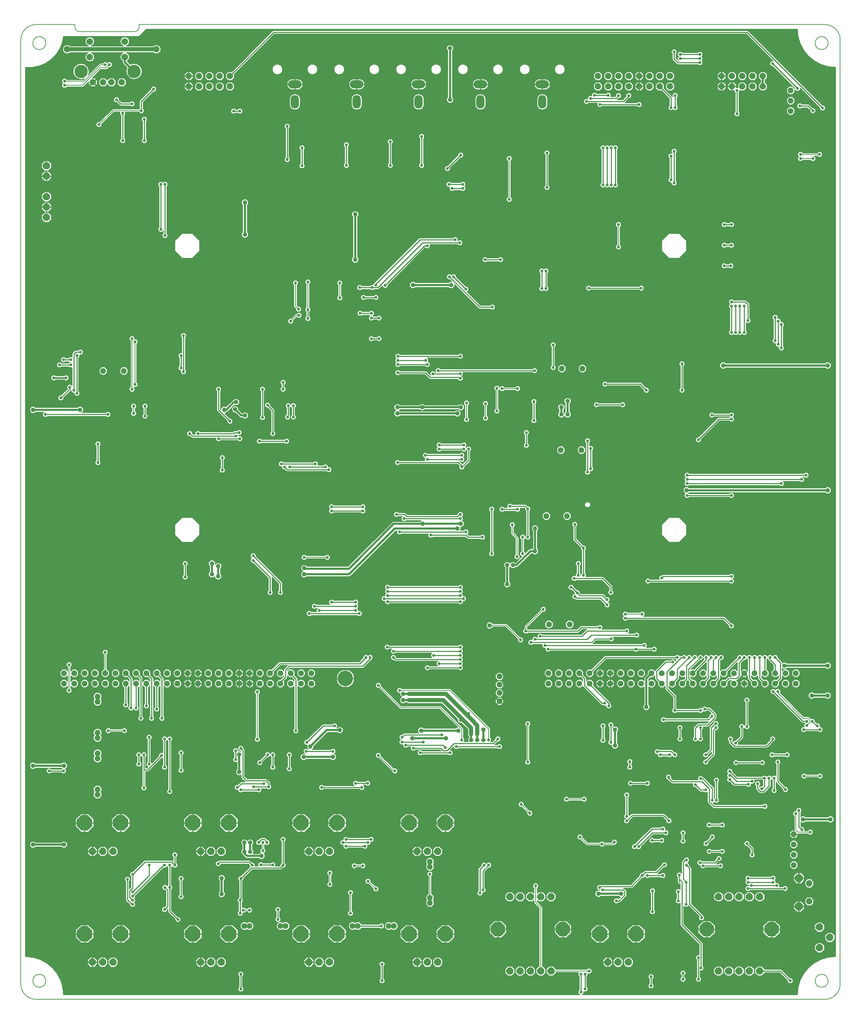
<source format=gbr>
G04 DesignSpark PCB PRO Gerber Version 9.0 Build 5138 *
G04 #@! TF.Part,Single*
G04 #@! TF.FileFunction,Copper,L2,Bot *
G04 #@! TF.FilePolarity,Positive *
%FSLAX35Y35*%
%MOIN*%
G04 #@! TA.AperFunction,ViaPad*
%AMT72*0 Octagon Pad at angle 0*4,1,8,-0.00580,-0.01400,0.00580,-0.01400,0.01400,-0.00580,0.01400,0.00580,0.00580,0.01400,-0.00580,0.01400,-0.01400,0.00580,-0.01400,-0.00580,-0.00580,-0.01400,0*%
%ADD72T72*%
%AMT29*0 Octagon Pad at angle 0*4,1,8,-0.00828,-0.02000,0.00828,-0.02000,0.02000,-0.00828,0.02000,0.00828,0.00828,0.02000,-0.00828,0.02000,-0.02000,0.00828,-0.02000,-0.00828,-0.00828,-0.02000,0*%
%ADD29T29*%
G04 #@! TA.AperFunction,ComponentPad*
%AMT95*0 Octagon Pad at angle 0*4,1,8,-0.01077,-0.02600,0.01077,-0.02600,0.02600,-0.01077,0.02600,0.01077,0.01077,0.02600,-0.01077,0.02600,-0.02600,0.01077,-0.02600,-0.01077,-0.01077,-0.02600,0*%
%ADD95T95*%
%AMT14*0 Octagon Pad at angle 0*4,1,8,-0.01119,-0.02700,0.01119,-0.02700,0.02700,-0.01119,0.02700,0.01119,0.01119,0.02700,-0.01119,0.02700,-0.02700,0.01119,-0.02700,-0.01119,-0.01119,-0.02700,0*%
%ADD14T14*%
G04 #@! TA.AperFunction,ViaPad*
%AMT78*0 Octagon Pad at angle 0*4,1,8,-0.01243,-0.03000,0.01243,-0.03000,0.03000,-0.01243,0.03000,0.01243,0.01243,0.03000,-0.01243,0.03000,-0.03000,0.01243,-0.03000,-0.01243,-0.01243,-0.03000,0*%
%ADD78T78*%
G04 #@! TA.AperFunction,ComponentPad*
%AMT82*0 Octagon Pad at angle 0*4,1,8,-0.01450,-0.03500,0.01450,-0.03500,0.03500,-0.01450,0.03500,0.01450,0.01450,0.03500,-0.01450,0.03500,-0.03500,0.01450,-0.03500,-0.01450,-0.01450,-0.03500,0*%
%ADD82T82*%
%AMT98*0 Octagon Pad at angle 0*4,1,8,-0.01657,-0.04000,0.01657,-0.04000,0.04000,-0.01657,0.04000,0.01657,0.01657,0.04000,-0.01657,0.04000,-0.04000,0.01657,-0.04000,-0.01657,-0.01657,-0.04000,0*%
%ADD98T98*%
%AMT90*0 Octagon Pad at angle 0*4,1,8,-0.02900,-0.07000,0.02900,-0.07000,0.07000,-0.02900,0.07000,0.02900,0.02900,0.07000,-0.02900,0.07000,-0.07000,0.02900,-0.07000,-0.02900,-0.02900,-0.07000,0*%
%ADD90T90*%
%AMT92*0 Octagon Pad at angle 0*4,1,8,-0.03107,-0.07500,0.03107,-0.07500,0.07500,-0.03107,0.07500,0.03107,0.03107,0.07500,-0.03107,0.07500,-0.07500,0.03107,-0.07500,-0.03107,-0.03107,-0.07500,0*%
%ADD92T92*%
%ADD87O,0.08000X0.13000*%
G04 #@! TD.AperFunction*
%ADD10C,0.00500*%
%ADD12C,0.00600*%
%ADD11C,0.01000*%
%ADD74C,0.01500*%
%ADD27C,0.02000*%
G04 #@! TA.AperFunction,ComponentPad*
%ADD86O,0.13000X0.08000*%
G04 #@! TD.AperFunction*
%ADD73C,0.04000*%
G04 #@! TA.AperFunction,ComponentPad*
%ADD105C,0.06500*%
%ADD79C,0.13000*%
G04 #@! TD.AperFunction*
%ADD76C,0.15000*%
X0Y0D02*
D02*
D10*
X21250Y913550D02*
Y51550D01*
G75*
G02X58250Y14550J-37000*
G01*
X559003*
X557600Y15953*
Y18147*
X558500Y19047*
Y32553*
X557600Y33453*
Y35647*
X557953Y36000*
X536000*
Y35583*
X533217Y32800*
X529283*
X526500Y35583*
Y39517*
X529283Y42300*
X533217*
X536000Y39517*
Y39100*
X566053*
X567153Y40200*
X569347*
X570900Y38647*
Y36453*
X569347Y34900*
X567153*
X566900Y35153*
Y33453*
X566000Y32553*
Y22047*
X566900Y21147*
Y18953*
X565347Y17400*
X563153*
X562900Y17653*
Y15953*
X561497Y14550*
X770250*
G75*
G02X807250Y51550I37000*
G01*
Y913550*
G75*
G02X770250Y950550J37000*
G01*
X138750*
X131750Y943550*
X58250*
G75*
G02X21250Y913550I-33500J3500*
G01*
X170385Y320000D02*
X172700Y317685D01*
Y314415*
X170385Y312100*
X167115*
X164800Y314415*
Y317685*
X167115Y320000*
X170385*
X173347Y129700D02*
X174900Y128147D01*
Y125953*
X174000Y125053*
Y111547*
X174900Y110647*
Y108453*
X173347Y106900*
X171153*
X169600Y108453*
Y110647*
X170500Y111547*
Y125053*
X169600Y125953*
Y128147*
X171153Y129700*
X173347*
Y251700D02*
X174900Y250147D01*
Y247953*
X174000Y247053*
Y234047*
X174900Y233147*
Y230953*
X173347Y229400*
X171153*
X169600Y230953*
Y233147*
X170500Y234047*
Y247053*
X169600Y247953*
Y250147*
X171153Y251700*
X173347*
X170385Y330000D02*
X172700Y327685D01*
Y324415*
X170385Y322100*
X167115*
X164800Y324415*
Y327685*
X167115Y330000*
X170385*
X183250Y477050D02*
X190250Y470050D01*
Y460050*
X183250Y453050*
X173250*
X166250Y460050*
Y470050*
X173250Y477050*
X183250*
X190385Y320000D02*
X192700Y317685D01*
Y314415*
X190385Y312100*
X187115*
X184800Y314415*
Y317685*
X187115Y320000*
X190385*
Y330000D02*
X192700Y327685D01*
Y324415*
X190385Y322100*
X187115*
X184800Y324415*
Y327685*
X187115Y330000*
X190385*
X177347Y435200D02*
X178900Y433647D01*
Y431453*
X178000Y430553*
Y421547*
X178900Y420647*
Y418453*
X177347Y416900*
X175153*
X173600Y418453*
Y420647*
X174500Y421547*
Y430553*
X173600Y431453*
Y433647*
X175153Y435200*
X177347*
X180385Y320000D02*
X182700Y317685D01*
Y314415*
X180385Y312100*
X177115*
X174800Y314415*
Y317685*
X177115Y320000*
X180385*
X187374Y82300D02*
X192500Y77174D01*
Y69926*
X187374Y64800*
X180126*
X175000Y69926*
Y77174*
X180126Y82300*
X187374*
X193217Y50800D02*
X196000Y48017D01*
Y44083*
X193217Y41300*
X189283*
X186500Y44083*
Y48017*
X189283Y50800*
X193217*
X187374Y189800D02*
X192500Y184674D01*
Y177426*
X187374Y172300*
X180126*
X175000Y177426*
Y184674*
X180126Y189800*
X187374*
X193217Y158300D02*
X196000Y155517D01*
Y151583*
X193217Y148800*
X189283*
X186500Y151583*
Y155517*
X189283Y158300*
X193217*
X180385Y330000D02*
X182700Y327685D01*
Y324415*
X180385Y322100*
X177115*
X174800Y324415*
Y327685*
X177115Y330000*
X180385*
X183250Y752550D02*
X190250Y745550D01*
Y735550*
X183250Y728550*
X173250*
X166250Y735550*
Y745550*
X173250Y752550*
X183250*
X230347Y556200D02*
X231900Y554647D01*
Y552453*
X230347Y550900*
X228153*
X227253Y551800*
X210747*
X209847Y550900*
X207653*
X206100Y552453*
Y554300*
X183251*
G75*
G02X182013Y554813I-1J1750*
G01*
X180925Y555900*
X179653*
X178100Y557453*
Y559647*
X179653Y561200*
X181847*
X183400Y559647*
Y558375*
X183975Y557800*
X186100*
Y559647*
X187653Y561200*
X189847*
X190747Y560300*
X222525*
X223013Y560787*
G75*
G02X224251Y561300I1237J-1237*
G01*
X226753*
X227653Y562200*
X229847*
X231400Y560647*
Y558453*
X229847Y556900*
X228400*
Y556200*
X230347*
X230385Y320000D02*
X232700Y317685D01*
Y314415*
X230385Y312100*
X227115*
X224800Y314415*
Y317685*
X227115Y320000*
X230385*
X259000Y218047D02*
X259900Y217147D01*
Y214953*
X258347Y213400*
X256153*
X255253Y214300*
X250247*
X250400Y214147*
Y211953*
X248847Y210400*
X246653*
X245753Y211300*
X232247*
X231347Y210400*
X229153*
X227600Y211953*
Y212900*
X225653*
X224100Y214453*
Y216647*
X225653Y218200*
X227425*
X229513Y220287*
G75*
G02X230751Y220800I1237J-1237*
G01*
X234525*
G75*
G02X234513Y220813I1230J1242*
G01*
X231013Y224313*
G75*
G02X230500Y225550I1237J1237*
G01*
Y227705*
X230095Y227300*
X227405*
X225500Y229205*
Y231895*
X226500Y232895*
Y240053*
X226347Y239900*
X224153*
X222600Y241453*
Y243647*
X223500Y244547*
Y249053*
X222600Y249953*
Y252147*
X224153Y253700*
X226347*
X227900Y252147*
Y250800*
X230095*
X230500Y250395*
Y250825*
X230425Y250900*
X229153*
X227600Y252453*
Y254647*
X229153Y256200*
X231347*
X232900Y254647*
Y253375*
X233487Y252787*
G75*
G02X234000Y251550I-1237J-1237*
G01*
Y226275*
X236475Y223800*
X254749*
G75*
G02X255987Y223287I1J-1750*
G01*
X258487Y220787*
G75*
G02X259000Y219550I-1237J-1237*
G01*
Y218047*
X256847Y164700D02*
X258400Y163147D01*
Y160953*
X256847Y159400*
X254653*
X253750Y160303*
X253300Y159853*
Y156247*
X254400Y155147*
Y152953*
X252847Y151400*
X252495*
X253500Y150395*
Y147705*
X251595Y145800*
X248905*
X247905Y146800*
X236250*
G75*
G02X234656Y147461I0J2250*
G01*
X232161Y149956*
G75*
G02X231835Y150368I1589J1593*
G01*
X230499Y151704*
Y154396*
X231500Y155396*
Y159705*
X230500Y160705*
Y163395*
X232405Y165300*
X235095*
X236500Y163895*
X237905Y165300*
X240595*
X242500Y163395*
Y160705*
X241500Y159705*
Y155395*
X242500Y154395*
Y151705*
X242095Y151300*
X247905*
X248905Y152300*
X249753*
X249100Y152953*
Y155147*
X250200Y156247*
Y159853*
X249750Y160303*
X248847Y159400*
X246653*
X245100Y160953*
Y163147*
X246653Y164700*
X247425*
X249013Y166287*
G75*
G02X250251Y166800I1237J-1237*
G01*
X253249*
G75*
G02X254487Y166287I1J-1750*
G01*
X256075Y164700*
X256847*
X272347Y167700D02*
X273900Y166147D01*
Y163953*
X273000Y163053*
Y142047*
X273900Y141147*
Y138953*
X272347Y137400*
X271075*
X269987Y136313*
G75*
G02X268749Y135800I-1237J1237*
G01*
X241475*
X232900Y127225*
Y125953*
X232000Y125053*
Y107548*
X232400Y107147*
Y104953*
X231500Y104052*
Y99047*
X231653Y99200*
X233847*
X234947Y98100*
X236553*
X237653Y99200*
X239847*
X241400Y97647*
Y95453*
X239847Y93900*
X237653*
X236553Y95000*
X234947*
X233847Y93900*
X232400*
Y92453*
X230847Y90900*
X228653*
X227100Y92453*
Y94647*
X228000Y95547*
Y104052*
X227100Y104953*
Y107147*
X228500Y108548*
Y125053*
X227600Y125953*
Y128147*
X229153Y129700*
X230425*
X239139Y138414*
X238600Y138953*
Y140225*
X237525Y141300*
X210900*
Y140453*
X209347Y138900*
X207153*
X205600Y140453*
Y142647*
X207153Y144200*
X208425*
X208513Y144287*
G75*
G02X209751Y144800I1237J-1237*
G01*
X238249*
G75*
G02X239487Y144287I1J-1750*
G01*
X241075Y142700*
X242347*
X243900Y141147*
Y139300*
X247253*
X247100Y139453*
Y141647*
X248653Y143200*
X250847*
X251747Y142300*
X259253*
X260153Y143200*
X262347*
X263900Y141647*
Y139453*
X263747Y139300*
X268025*
X268600Y139875*
Y141147*
X269500Y142047*
Y163053*
X268600Y163953*
Y166147*
X270153Y167700*
X272347*
X275385Y85000D02*
X277700Y82685D01*
Y79415*
X275385Y77100*
X272115*
X271250Y77965*
X270385Y77100*
X267115*
X264800Y79415*
Y82685*
X267015Y84900*
X265153*
X263600Y86453*
Y88647*
X264500Y89547*
Y95053*
X263600Y95953*
Y98147*
X265153Y99700*
X267347*
X268900Y98147*
Y95953*
X268000Y95053*
Y89547*
X268900Y88647*
Y86453*
X267447Y85000*
X270385*
X271250Y84135*
X272115Y85000*
X275385*
X240385D02*
X242700Y82685D01*
Y79415*
X240385Y77100*
X237115*
X236250Y77965*
X235385Y77100*
X232115*
X229800Y79415*
Y82685*
X232115Y85000*
X235385*
X236250Y84135*
X237115Y85000*
X240385*
X231347Y37200D02*
X232900Y35647D01*
Y33453*
X232000Y32553*
Y22047*
X232900Y21147*
Y18953*
X231347Y17400*
X229153*
X227600Y18953*
Y21147*
X228500Y22047*
Y32553*
X227600Y33453*
Y35647*
X229153Y37200*
X231347*
X213095Y130800D02*
X215000Y128895D01*
Y126205*
X214000Y125205*
Y114395*
X215000Y113395*
Y110705*
X213095Y108800*
X210405*
X208500Y110705*
Y113395*
X209500Y114395*
Y125205*
X208500Y126205*
Y128895*
X210405Y130800*
X213095*
X222374Y82300D02*
X227500Y77174D01*
Y69926*
X222374Y64800*
X215126*
X210000Y69926*
Y77174*
X215126Y82300*
X222374*
X213217Y50800D02*
X216000Y48017D01*
Y44083*
X213217Y41300*
X209283*
X206500Y44083*
Y48017*
X209283Y50800*
X213217*
X230385Y330000D02*
X232700Y327685D01*
Y324415*
X230385Y322100*
X227115*
X224800Y324415*
Y327685*
X227115Y330000*
X230385*
X213347Y537700D02*
X214900Y536147D01*
Y533953*
X214000Y533053*
Y525047*
X214900Y524147*
Y521953*
X213347Y520400*
X211153*
X209600Y521953*
Y524147*
X210500Y525047*
Y533053*
X209600Y533953*
Y536147*
X211153Y537700*
X213347*
X220385Y320000D02*
X222700Y317685D01*
Y314415*
X220385Y312100*
X217115*
X214800Y314415*
Y317685*
X217115Y320000*
X220385*
Y330000D02*
X222700Y327685D01*
Y324415*
X220385Y322100*
X217115*
X214800Y324415*
Y327685*
X217115Y330000*
X220385*
X200385Y320000D02*
X202700Y317685D01*
Y314415*
X200385Y312100*
X197115*
X194800Y314415*
Y317685*
X197115Y320000*
X200385*
X203217Y50800D02*
X206000Y48017D01*
Y44083*
X203217Y41300*
X199283*
X196500Y44083*
Y48017*
X199283Y50800*
X203217*
Y158300D02*
X206000Y155517D01*
Y151583*
X203217Y148800*
X199283*
X196500Y151583*
Y155517*
X199283Y158300*
X203217*
X200385Y330000D02*
X202700Y327685D01*
Y324415*
X200385Y322100*
X197115*
X194800Y324415*
Y327685*
X197115Y330000*
X200385*
X209595Y433300D02*
X211500Y431395D01*
Y428705*
X210500Y427705*
Y422395*
X211500Y421395*
Y418705*
X209595Y416800*
X206905*
X205000Y418705*
Y420205*
X203595Y418800*
X200905*
X199000Y420705*
Y423395*
X200000Y424395*
Y430205*
X199000Y431205*
Y433895*
X200905Y435800*
X203595*
X205500Y433895*
Y431895*
X206905Y433300*
X209595*
X210385Y320000D02*
X212700Y317685D01*
Y314415*
X210385Y312100*
X207115*
X204800Y314415*
Y317685*
X207115Y320000*
X210385*
X222374Y189800D02*
X227500Y184674D01*
Y177426*
X222374Y172300*
X215126*
X210000Y177426*
Y184674*
X215126Y189800*
X222374*
X213217Y158300D02*
X216000Y155517D01*
Y151583*
X213217Y148800*
X209283*
X206500Y151583*
Y155517*
X209283Y158300*
X213217*
X210385Y330000D02*
X212700Y327685D01*
Y324415*
X210385Y322100*
X207115*
X204800Y324415*
Y327685*
X207115Y330000*
X210385*
X175847Y656200D02*
X177400Y654647D01*
Y652453*
X176500Y651553*
Y620547*
X177400Y619647*
Y617453*
X175847Y615900*
X173653*
X172100Y617453*
Y619400*
X171153*
X169600Y620953*
Y623147*
X170500Y624047*
Y632053*
X169600Y632953*
Y635147*
X171153Y636700*
X173000*
Y651553*
X172100Y652453*
Y654647*
X173653Y656200*
X175847*
X181509Y899300D02*
X184000Y896809D01*
Y893291*
X181509Y890800*
X177991*
X175500Y893291*
Y896809*
X177991Y899300*
X181509*
Y909300D02*
X184000Y906809D01*
Y903291*
X181509Y900800*
X177991*
X175500Y903291*
Y906809*
X177991Y909300*
X181509*
X191509Y899300D02*
X194000Y896809D01*
Y893291*
X191509Y890800*
X187991*
X185500Y893291*
Y896809*
X187991Y899300*
X191509*
Y909300D02*
X194000Y906809D01*
Y903291*
X191509Y900800*
X187991*
X185500Y903291*
Y906809*
X187991Y909300*
X191509*
X201509Y899300D02*
X204000Y896809D01*
Y893291*
X201509Y890800*
X197991*
X195500Y893291*
Y896809*
X197991Y899300*
X201509*
Y909300D02*
X204000Y906809D01*
Y903291*
X201509Y900800*
X197991*
X195500Y903291*
Y906809*
X197991Y909300*
X201509*
X211509Y899300D02*
X214000Y896809D01*
Y893291*
X211509Y890800*
X207991*
X205500Y893291*
Y896809*
X207991Y899300*
X211509*
X227095Y592300D02*
X229000Y590395D01*
Y587705*
X227095Y585800*
X224405*
X224043Y586161*
X217841Y579959*
G75*
G02X216627Y579332I-1591J1591*
G01*
X215595Y578300*
X214475*
X219575Y573200*
X220847*
X222400Y571647*
Y569453*
X220847Y567900*
X218653*
X217100Y569453*
Y570725*
X207513Y580313*
G75*
G02X207000Y581550I1237J1237*
G01*
Y599553*
X206100Y600453*
Y602647*
X207653Y604200*
X209847*
X211400Y602647*
Y600453*
X210500Y599553*
Y582275*
X211000Y581775*
Y582895*
X212905Y584800*
X215595*
X215957Y584439*
X222159Y590641*
G75*
G02X223373Y591268I1591J-1591*
G01*
X224405Y592300*
X227095*
X235595Y579300D02*
X237500Y577395D01*
Y574705*
X235595Y572800*
X232905*
X231905Y573800*
X230754*
G75*
G02X229159Y574459I-4J2250*
G01*
X224818Y578800*
X223405*
X221500Y580705*
Y583395*
X223405Y585300*
X226095*
X228000Y583395*
Y581982*
X231682Y578300*
X231905*
X232905Y579300*
X235595*
X240385Y320000D02*
X242700Y317685D01*
Y314415*
X240385Y312100*
X237115*
X234800Y314415*
Y317685*
X237115Y320000*
X240385*
Y330000D02*
X242700Y327685D01*
Y324415*
X240385Y322100*
X237115*
X234800Y324415*
Y327685*
X237115Y330000*
X240385*
X211509Y909300D02*
X214000Y906809D01*
Y903291*
X211509Y900800*
X207991*
X205500Y903291*
Y906809*
X207991Y909300*
X211509*
X221509Y899300D02*
X224000Y896809D01*
Y893291*
X221509Y890800*
X217991*
X215500Y893291*
Y896809*
X217991Y899300*
X221509*
X230347Y873700D02*
X231900Y872147D01*
Y869953*
X230347Y868400*
X228153*
X227253Y869300*
X225247*
X224347Y868400*
X222153*
X220600Y869953*
Y872147*
X222153Y873700*
X224347*
X225247Y872800*
X227253*
X228153Y873700*
X230347*
X235595Y785800D02*
X237500Y783895D01*
Y781205*
X236500Y780205*
Y753895*
X237500Y752895*
Y750205*
X235595Y748300*
X232905*
X231000Y750205*
Y752895*
X232000Y753895*
Y780205*
X231000Y781205*
Y783895*
X232905Y785800*
X235595*
X795847Y876700D02*
X797400Y875147D01*
Y872953*
X795847Y871400*
X793653*
X792100Y872953*
Y874225*
X772900Y893425*
Y891953*
X771347Y890400*
X769153*
X767700Y891853*
Y889415*
X765385Y887100*
X762115*
X759800Y889415*
Y892685*
X762115Y895000*
X765385*
X767600Y892785*
Y893225*
X746425Y914400*
X745153*
X743600Y915953*
Y918147*
X745153Y919700*
X746625*
X720525Y945800*
X262975*
X223992Y906817*
X224000Y906809*
Y903291*
X221509Y900800*
X217991*
X215500Y903291*
Y906809*
X217991Y909300*
X221509*
X221517Y909292*
X261013Y948787*
G75*
G02X262251Y949300I1237J-1237*
G01*
X721249*
G75*
G02X722487Y948787I1J-1750*
G01*
X794575Y876700*
X795847*
X786347Y874200D02*
X787900Y872647D01*
Y870453*
X786347Y868900*
X784153*
X782600Y870453*
Y871725*
X780025Y874300*
X774747*
X773847Y873400*
X771653*
X770100Y874953*
Y877147*
X771653Y878700*
X773847*
X774747Y877800*
X780749*
G75*
G02X781987Y877287I1J-1750*
G01*
X785075Y874200*
X786347*
X792847Y831700D02*
X794400Y830147D01*
Y827953*
X792847Y826400*
X790653*
X789553Y827500*
X786547*
X787900Y826147*
Y823953*
X786347Y822400*
X784153*
X783053Y823500*
X775447*
X774347Y822400*
X772153*
X770600Y823953*
Y826147*
X771503Y827050*
X770600Y827953*
Y830147*
X772153Y831700*
X774347*
X775447Y830600*
X789553*
X790653Y831700*
X792847*
X765385Y875000D02*
X767700Y872685D01*
Y869415*
X765385Y867100*
X762115*
X759800Y869415*
Y872685*
X762115Y875000*
X765385*
Y885000D02*
X767700Y882685D01*
Y879415*
X765385Y877100*
X762115*
X759800Y879415*
Y882685*
X762115Y885000*
X765385*
X755847Y666700D02*
X757400Y665147D01*
Y662953*
X756500Y662053*
Y643547*
X757400Y642647*
Y640453*
X755847Y638900*
X753653*
X752100Y640453*
Y642400*
X750653*
X749100Y643953*
Y645900*
X747653*
X746100Y647453*
Y649647*
X747000Y650547*
Y669053*
X746100Y669953*
Y672147*
X747653Y673700*
X749847*
X751400Y672147*
Y670200*
X752847*
X754400Y668647*
Y666700*
X755847*
X728509Y899300D02*
X731000Y896809D01*
Y893291*
X728509Y890800*
X724991*
X722500Y893291*
Y896809*
X724991Y899300*
X728509*
Y909300D02*
X731000Y906809D01*
Y903291*
X728509Y900800*
X724991*
X722500Y903291*
Y906809*
X724991Y909300*
X728509*
X738509D02*
X741000Y906809D01*
Y903291*
X739000Y901291*
Y898809*
X741000Y896809*
Y893291*
X738509Y890800*
X734991*
X732500Y893291*
Y896809*
X734500Y898809*
Y901291*
X732500Y903291*
Y906809*
X734991Y909300*
X738509*
X276347Y859200D02*
X277900Y857647D01*
Y855453*
X277000Y854553*
Y826047*
X277900Y825147*
Y822953*
X276347Y821400*
X274153*
X272600Y822953*
Y825147*
X273500Y826047*
Y854553*
X272600Y855453*
Y857647*
X274153Y859200*
X276347*
X287847Y675700D02*
X289400Y674147D01*
Y671953*
X287847Y670400*
X285653*
X284722Y671331*
X281400Y668008*
Y666453*
X279847Y664900*
X277653*
X276100Y666453*
Y668647*
X277653Y670200*
X279208*
X283154Y674146*
G75*
G02X284251Y674600I1096J-1096*
G01*
X284553*
X285653Y675700*
X287847*
X285250Y902300D02*
G75*
G02X290500Y897050J-5250D01*
G01*
G75*
G02X285250Y891800I-5250*
G01*
X280250*
G75*
G02X275000Y897050J5250*
G01*
G75*
G02X280250Y902300I5250*
G01*
X285250*
X277500Y882550D02*
G75*
G02X288000I5250D01*
G01*
Y877550*
G75*
G02X277500I-5250*
G01*
Y882550*
X287347Y681700D02*
X288900Y680147D01*
Y677953*
X287347Y676400*
X285153*
X283600Y677953*
Y679508*
X282154Y680954*
G75*
G02X281700Y682050I1096J1096*
G01*
Y702353*
X280600Y703453*
Y705647*
X282153Y707200*
X284347*
X285900Y705647*
Y703453*
X284800Y702353*
Y682692*
X285792Y681700*
X287347*
X290847Y838200D02*
X292400Y836647D01*
Y834453*
X291500Y833553*
Y820047*
X292400Y819147*
Y816953*
X290847Y815400*
X288653*
X287100Y816953*
Y819147*
X288000Y820047*
Y833553*
X287100Y834453*
Y836647*
X288653Y838200*
X290847*
X296347Y708200D02*
X297900Y706647D01*
Y704453*
X296800Y703353*
Y680747*
X297900Y679647*
Y677453*
X297000Y676553*
Y672047*
X297900Y671147*
Y668953*
X296347Y667400*
X294153*
X292600Y668953*
Y671147*
X293500Y672047*
Y676553*
X292600Y677453*
Y679647*
X293700Y680747*
Y703353*
X292600Y704453*
Y706647*
X294153Y708200*
X296347*
X294750Y911550D02*
G75*
G02X304750I5000D01*
G01*
G75*
G02X294750I-5000*
G01*
X320750D02*
G75*
G02X330750I5000D01*
G01*
G75*
G02X320750I-5000*
G01*
X327347Y707200D02*
X328900Y705647D01*
Y703453*
X327800Y702353*
Y692247*
X328900Y691147*
Y688953*
X327347Y687400*
X325153*
X323600Y688953*
Y691147*
X324700Y692247*
Y702353*
X323600Y703453*
Y705647*
X325153Y707200*
X327347*
X333847Y841200D02*
X335400Y839647D01*
Y837453*
X334500Y836553*
Y820547*
X335400Y819647*
Y817453*
X333847Y815900*
X331653*
X330100Y817453*
Y819647*
X331000Y820547*
Y836553*
X330100Y837453*
Y839647*
X331653Y841200*
X333847*
X345250Y902300D02*
G75*
G02X350500Y897050J-5250D01*
G01*
G75*
G02X345250Y891800I-5250*
G01*
X340250*
G75*
G02X335000Y897050J5250*
G01*
G75*
G02X340250Y902300I5250*
G01*
X345250*
X337500Y882550D02*
G75*
G02X348000I5250D01*
G01*
Y877550*
G75*
G02X337500I-5250*
G01*
Y882550*
X342595Y774300D02*
X344500Y772395D01*
Y769705*
X343500Y768705*
Y729395*
X344500Y728395*
Y725705*
X342595Y723800*
X339905*
X338000Y725705*
Y728395*
X339000Y729395*
Y768705*
X338000Y769705*
Y772395*
X339905Y774300*
X342595*
X443847Y746200D02*
X445400Y744647D01*
Y742453*
X443847Y740900*
X441653*
X440753Y741800*
X413747*
X413900Y741647*
Y739453*
X412347Y737900*
X410153*
X409364Y738689*
X372900Y702225*
Y700953*
X371347Y699400*
X369153*
X367600Y700953*
Y701925*
X364487Y698813*
G75*
G02X363249Y698300I-1237J1237*
G01*
X359747*
X358847Y697400*
X356653*
X355753Y698300*
X347747*
X346847Y697400*
X344653*
X343100Y698953*
Y701147*
X344653Y702700*
X346847*
X347747Y701800*
X355753*
X356653Y702700*
X358600*
Y703647*
X360153Y705200*
X360425*
X403013Y747787*
G75*
G02X404251Y748300I1237J-1237*
G01*
X436253*
X437153Y749200*
X439347*
X440900Y747647*
Y745453*
X440747Y745300*
X440753*
X441653Y746200*
X443847*
X475347Y683700D02*
X476900Y682147D01*
Y679953*
X475347Y678400*
X473153*
X472253Y679300*
X462251*
G75*
G02X461013Y679813I-1J1750*
G01*
X437500Y703325*
Y701205*
X435595Y699300*
X432905*
X431905Y700300*
X399595*
X398595Y699300*
X395905*
X394000Y701205*
Y703895*
X395905Y705800*
X398595*
X399595Y704800*
X431905*
X432905Y705800*
X435025*
X432925Y707900*
X431653*
X430100Y709453*
Y711647*
X431653Y713200*
X433847*
X434750Y712297*
X435653Y713200*
X437847*
X439400Y711647*
Y710375*
X448575Y701200*
X449847*
X451400Y699647*
Y697453*
X449861Y695914*
X462975Y682800*
X472253*
X473153Y683700*
X475347*
X465847Y460700D02*
X467400Y459147D01*
Y456953*
X465847Y455400*
X463653*
X462753Y456300*
X450751*
G75*
G02X449513Y456813I-1J1750*
G01*
X448025Y458300*
X416747*
X415847Y457400*
X413653*
X412100Y458953*
Y461147*
X412253Y461300*
X386247*
X385347Y460400*
X383153*
X381600Y461953*
Y464147*
X381753Y464300*
X380682*
X336841Y420459*
G75*
G02X335246Y419800I-1591J1591*
G01*
X294095*
X293095Y418800*
X290405*
X288500Y420705*
Y423395*
X290155Y425050*
X288500Y426705*
Y429395*
X290405Y431300*
X293095*
X294595Y429800*
X334318*
X377159Y472641*
G75*
G02X378754Y473300I1591J-1591*
G01*
X404405*
X405405Y474300*
X390747*
X389847Y473400*
X387653*
X386100Y474953*
Y477147*
X387253Y478300*
X383247*
X382347Y477400*
X380153*
X378600Y478953*
Y481147*
X380153Y482700*
X382347*
X383247Y481800*
X389249*
G75*
G02X390487Y481287I1J-1750*
G01*
X391975Y479800*
X439525*
X440600Y480875*
Y481147*
X442153Y482700*
X444347*
X445900Y481147*
Y478953*
X444997Y478050*
X445900Y477147*
Y474953*
X445171Y474224*
X447000Y472395*
Y469705*
X445095Y467800*
X443500*
Y465205*
X443095Y464800*
X446753*
X447653Y465700*
X449847*
X451400Y464147*
Y461953*
X450361Y460914*
X451475Y459800*
X462753*
X463653Y460700*
X465847*
X380847Y234200D02*
X382400Y232647D01*
Y230453*
X380847Y228900*
X378653*
X377100Y230453*
Y231008*
X364208Y243900*
X362653*
X361100Y245453*
Y247647*
X362653Y249200*
X364847*
X366400Y247647*
Y246092*
X378472Y234019*
X378653Y234200*
X380847*
X380385Y85000D02*
X382700Y82685D01*
Y79415*
X380385Y77100*
X377115*
X376250Y77965*
X375385Y77100*
X372115*
X369800Y79415*
Y82685*
X372115Y85000*
X375385*
X376250Y84135*
X377115Y85000*
X380385*
X482347Y257700D02*
X483900Y256147D01*
Y253953*
X482347Y252400*
X480153*
X479253Y253300*
X441247*
X440347Y252400*
X438153*
X436600Y253953*
Y254925*
X433375Y251700*
X434347*
X435900Y250147*
Y247953*
X434347Y246400*
X432153*
X431253Y247300*
X406247*
X405347Y246400*
X403153*
X401600Y247953*
Y250147*
X403153Y251700*
X405347*
X406247Y250800*
X424525*
X423525Y251800*
X399747*
X398847Y250900*
X396653*
X395100Y252453*
Y254647*
X395253Y254800*
X392247*
X391347Y253900*
X389153*
X387600Y255453*
Y256900*
X385653*
X384100Y258453*
Y260647*
X385253Y261800*
X384100Y262953*
Y265147*
X385653Y266700*
X386925*
X388013Y267787*
G75*
G02X389251Y268300I1237J-1237*
G01*
X402905*
X402000Y269205*
Y271895*
X403905Y273800*
X406595*
X407595Y272800*
X438905*
X439905Y273800*
X440808*
X423108Y291500*
X385251*
G75*
G02X384154Y291954I-1J1550*
G01*
X364208Y311900*
X362653*
X361100Y313453*
Y315647*
X362653Y317200*
X364847*
X366400Y315647*
Y314092*
X385892Y294600*
X423749*
G75*
G02X424846Y294146I1J-1550*
G01*
X445846Y273146*
G75*
G02X446300Y272050I-1096J-1096*
G01*
Y263747*
X447400Y262647*
Y260453*
X446747Y259800*
X450905*
X450500Y260205*
Y262895*
X451500Y263895*
Y264705*
G75*
G02X450500Y267050I2250J2345*
G01*
Y271704*
X444304Y277900*
X442153*
X440600Y279453*
Y281604*
X425404Y296800*
X393250*
G75*
G02X390905Y297800J3250*
G01*
X390095*
X389095Y296800*
X386405*
X384500Y298705*
Y301395*
X386155Y303050*
X384500Y304705*
Y306900*
X383153*
X381600Y308453*
Y310647*
X383153Y312200*
X385347*
X386447Y311100*
X433249*
G75*
G02X434346Y310646I1J-1550*
G01*
X471846Y273146*
G75*
G02X472300Y272050I-1096J-1096*
G01*
Y263747*
X473400Y262647*
Y260453*
X472747Y259800*
X474525*
X477100Y262375*
Y263647*
X478653Y265200*
X480847*
X482400Y263647*
Y261453*
X480847Y259900*
X479575*
X476487Y256813*
G75*
G02X476475Y256800I-1242J1230*
G01*
X479253*
X480153Y257700*
X482347*
X471847Y142700D02*
X473400Y141147D01*
Y138953*
X471847Y137400*
X470575*
X467000Y133825*
Y118047*
X467900Y117147*
Y114953*
X466347Y113400*
X464900*
Y111953*
X463347Y110400*
X461153*
X459600Y111953*
Y114147*
X460500Y115047*
Y136050*
G75*
G02X461013Y137287I1750*
G01*
X463600Y139875*
Y141147*
X465153Y142700*
X467347*
X468500Y141547*
X469653Y142700*
X471847*
X483167Y86300D02*
X488000Y81467D01*
Y74633*
X483167Y69800*
X476333*
X471500Y74633*
Y81467*
X476333Y86300*
X483167*
X493217Y42300D02*
X496000Y39517D01*
Y35583*
X493217Y32800*
X489283*
X486500Y35583*
Y39517*
X489283Y42300*
X493217*
X413217Y50800D02*
X416000Y48017D01*
Y44083*
X413217Y41300*
X409283*
X406500Y44083*
Y48017*
X409283Y50800*
X413217*
Y158300D02*
X416000Y155517D01*
Y151583*
X413217Y148800*
X409283*
X406500Y151583*
Y155517*
X409283Y158300*
X413217*
X415385Y112500D02*
X417700Y110185D01*
Y106915*
X416835Y106050*
X417700Y105185*
Y101915*
X415385Y99600*
X412115*
X409800Y101915*
Y105185*
X410665Y106050*
X409800Y106915*
Y110185*
X412115Y112500*
X412200*
Y129353*
X411100Y130453*
Y132647*
X412653Y134200*
X414847*
X416400Y132647*
Y130453*
X415300Y129353*
Y112500*
X415385*
X423217Y50800D02*
X426000Y48017D01*
Y44083*
X423217Y41300*
X419283*
X416500Y44083*
Y48017*
X419283Y50800*
X423217*
X415385Y147500D02*
X417700Y145185D01*
Y141915*
X416835Y141050*
X417700Y140185*
Y136915*
X415385Y134600*
X412115*
X409800Y136915*
Y140185*
X410665Y141050*
X409800Y141915*
Y145185*
X412115Y147500*
X415385*
X423217Y158300D02*
X426000Y155517D01*
Y151583*
X423217Y148800*
X419283*
X416500Y151583*
Y155517*
X419283Y158300*
X423217*
X432374Y82300D02*
X437500Y77174D01*
Y69926*
X432374Y64800*
X425126*
X420000Y69926*
Y77174*
X425126Y82300*
X432374*
Y189800D02*
X437500Y184674D01*
Y177426*
X432374Y172300*
X425126*
X420000Y177426*
Y184674*
X425126Y189800*
X432374*
X397374Y82300D02*
X402500Y77174D01*
Y69926*
X397374Y64800*
X390126*
X385000Y69926*
Y77174*
X390126Y82300*
X397374*
X403217Y50800D02*
X406000Y48017D01*
Y44083*
X403217Y41300*
X399283*
X396500Y44083*
Y48017*
X399283Y50800*
X403217*
X397374Y189800D02*
X402500Y184674D01*
Y177426*
X397374Y172300*
X390126*
X385000Y177426*
Y184674*
X390126Y189800*
X397374*
X403217Y158300D02*
X406000Y155517D01*
Y151583*
X403217Y148800*
X399283*
X396500Y151583*
Y155517*
X399283Y158300*
X403217*
X447347Y401200D02*
X448900Y399647D01*
Y397453*
X447347Y395900*
X445900*
Y394453*
X444347Y392900*
X442153*
X441253Y393800*
X374747*
X373847Y392900*
X371653*
X370100Y394453*
Y395900*
X368153*
X366600Y397453*
Y399647*
X368153Y401200*
X370100*
Y402647*
X371003Y403550*
X370100Y404453*
Y406647*
X371003Y407550*
X370100Y408453*
Y410647*
X371653Y412200*
X373847*
X374747Y411300*
X441253*
X442153Y412200*
X444347*
X445900Y410647*
Y408453*
X444997Y407550*
X445900Y406647*
Y404453*
X444997Y403550*
X445900Y402647*
Y401200*
X447347*
X444347Y354200D02*
X445900Y352647D01*
Y350453*
X444997Y349550*
X445900Y348647*
Y346453*
X444997Y345550*
X445900Y344647*
Y342453*
X444997Y341550*
X445900Y340647*
Y338453*
X444997Y337550*
X445900Y336647*
Y334453*
X444997Y333550*
X445900Y332647*
Y330453*
X444347Y328900*
X442153*
X441253Y329800*
X413247*
X412347Y328900*
X410153*
X408600Y330453*
Y332647*
X410153Y334200*
X412347*
X413247Y333300*
X421253*
X420100Y334453*
Y336647*
X421253Y337800*
X380251*
G75*
G02X379013Y338313I-1J1750*
G01*
X378425Y338900*
X377153*
X375600Y340453*
Y342647*
X377153Y344200*
X379347*
X380900Y342647*
Y341375*
X380975Y341300*
X415753*
X414600Y342453*
Y344647*
X415753Y345800*
X380247*
X379347Y344900*
X377153*
X375600Y346453*
Y348647*
X376753Y349800*
X374247*
X373347Y348900*
X371153*
X369600Y350453*
Y352647*
X371153Y354200*
X373347*
X374247Y353300*
X441253*
X442153Y354200*
X444347*
X346347Y386700D02*
X347900Y385147D01*
Y382953*
X346347Y381400*
X344153*
X343253Y382300*
X298747*
X297847Y381400*
X295653*
X294100Y382953*
Y385147*
X295653Y386700*
X297847*
X298747Y385800*
X303753*
X303600Y385953*
Y388147*
X304753Y389300*
X303747*
X302847Y388400*
X300653*
X299100Y389953*
Y392147*
X300653Y393700*
X302847*
X303747Y392800*
X316753*
X315600Y393953*
Y396147*
X317153Y397700*
X319347*
X320247Y396800*
X339753*
X340653Y397700*
X342847*
X344400Y396147*
Y393953*
X343497Y393050*
X344400Y392147*
Y389953*
X343497Y389050*
X344400Y388147*
Y386700*
X346347*
X445095Y587300D02*
X447000Y585395D01*
Y582705*
X445095Y580800*
X442405*
X441405Y581800*
X408595*
X407595Y580800*
X404905*
X403905Y581800*
X384595*
X383845Y581050*
X384595Y580300*
X437905*
X438905Y581300*
X441595*
X443500Y579395*
Y576705*
X441595Y574800*
X438905*
X437905Y575800*
X384595*
X383595Y574800*
X380905*
X379000Y576705*
Y579395*
X380655Y581050*
X379000Y582705*
Y585395*
X380905Y587300*
X383595*
X384595Y586300*
X403905*
X404905Y587300*
X407595*
X408595Y586300*
X441405*
X442405Y587300*
X445095*
X450347Y590700D02*
X451900Y589147D01*
Y586953*
X450800Y585853*
Y574247*
X451900Y573147*
Y570953*
X450347Y569400*
X448153*
X446600Y570953*
Y573147*
X447700Y574247*
Y585853*
X446600Y586953*
Y589147*
X448153Y590700*
X450347*
X452347Y546200D02*
X453900Y544647D01*
Y542453*
X453000Y541553*
Y532550*
G75*
G02X452487Y531313I-1750*
G01*
X447400Y526225*
Y524953*
X445847Y523400*
X443653*
X442100Y524953*
Y527147*
X442139Y527186*
X440525Y528800*
X384247*
X383347Y527900*
X381153*
X379600Y529453*
Y531647*
X381153Y533200*
X383347*
X384247Y532300*
X408753*
X408600Y532453*
Y534647*
X408853Y534900*
X408153*
X406600Y536453*
Y538647*
X408153Y540200*
X410347*
X411247Y539300*
X442753*
X443653Y540200*
X445847*
X447400Y538647*
Y536453*
X446497Y535550*
X447400Y534647*
Y532453*
X445847Y530900*
X443653*
X442753Y531800*
X442475*
G75*
G02X442487Y531787I-1230J-1242*
G01*
X445250Y529025*
X449500Y533275*
Y541553*
X449000Y542053*
X447847Y540900*
X445653*
X444753Y541800*
X424747*
X423847Y540900*
X421653*
X420100Y542453*
Y544647*
X421003Y545550*
X420100Y546453*
Y548647*
X421653Y550200*
X423847*
X424747Y549300*
X444753*
X445653Y550200*
X447847*
X449400Y548647*
Y546453*
X448497Y545550*
X449000Y545047*
X450153Y546200*
X452347*
X516347Y622200D02*
X517900Y620647D01*
Y618453*
X516347Y616900*
X514153*
X513253Y617800*
X445747*
X445900Y617647*
Y615453*
X444747Y614300*
X445900Y613147*
Y610953*
X444347Y609400*
X442153*
X440600Y610953*
Y611300*
X413751*
G75*
G02X412513Y611813I-1J1750*
G01*
X408525Y615800*
X384747*
X383847Y614900*
X381653*
X380100Y616453*
Y618647*
X381653Y620200*
X383847*
X384747Y619300*
X409249*
G75*
G02X410487Y618787I1J-1750*
G01*
X414475Y614800*
X414753*
X414100Y615453*
Y617647*
X415653Y619200*
X417847*
X418747Y618300*
X419253*
X419100Y618453*
Y620647*
X420653Y622200*
X422847*
X423747Y621300*
X513253*
X514153Y622200*
X516347*
X468847Y590200D02*
X470400Y588647D01*
Y586453*
X469300Y585353*
Y575747*
X470400Y574647*
Y572453*
X468847Y570900*
X466653*
X465100Y572453*
Y574647*
X466200Y575747*
Y585353*
X465100Y586453*
Y588647*
X466653Y590200*
X468847*
X502847Y361200D02*
X504400Y359647D01*
Y357453*
X502847Y355900*
X500653*
X499100Y357453*
Y359008*
X487108Y371000*
X474795*
X473095Y369300*
X470405*
X468500Y371205*
Y373895*
X470405Y375800*
X473095*
X474795Y374100*
X487749*
G75*
G02X488846Y373646I1J-1550*
G01*
X501292Y361200*
X502847*
X511847Y193200D02*
X513400Y191647D01*
Y189453*
X511847Y187900*
X509653*
X508100Y189453*
Y191008*
X502708Y196400*
X501153*
X499600Y197953*
Y200147*
X501153Y201700*
X503347*
X504900Y200147*
Y198592*
X510292Y193200*
X511847*
X513217Y42300D02*
X516000Y39517D01*
Y35583*
X513217Y32800*
X509283*
X506500Y35583*
Y39517*
X509283Y42300*
X513217*
X523217Y114300D02*
X526000Y111517D01*
Y107583*
X523217Y104800*
X519283*
X517800Y106283*
Y104692*
X522346Y100146*
G75*
G02X522800Y99050I-1096J-1096*
G01*
Y42300*
X523217*
X526000Y39517*
Y35583*
X523217Y32800*
X519283*
X516500Y35583*
Y39517*
X519283Y42300*
X519700*
Y98408*
X515154Y102954*
G75*
G02X514700Y104050I1096J1096*
G01*
Y106283*
X513217Y104800*
X509283*
X506500Y107583*
Y111517*
X509283Y114300*
X513217*
X514700Y112817*
Y117853*
X513600Y118953*
Y121147*
X515153Y122700*
X517347*
X518900Y121147*
Y118953*
X517800Y117853*
Y112817*
X519283Y114300*
X523217*
X503217Y42300D02*
X506000Y39517D01*
Y35583*
X503217Y32800*
X499283*
X496500Y35583*
Y39517*
X499283Y42300*
X503217*
Y114300D02*
X506000Y111517D01*
Y107583*
X503217Y104800*
X499283*
X496500Y107583*
Y111517*
X499283Y114300*
X503217*
X482844Y302900D02*
X485100Y300644D01*
Y297456*
X482844Y295200*
X479656*
X477400Y297456*
Y300644*
X479656Y302900*
X482844*
Y310900D02*
X485100Y308644D01*
Y305456*
X482844Y303200*
X479656*
X477400Y305456*
Y308644*
X479656Y310900*
X482844*
Y318900D02*
X485100Y316644D01*
Y313456*
X482844Y311200*
X479656*
X477400Y313456*
Y316644*
X479656Y318900*
X482844*
Y326900D02*
X485100Y324644D01*
Y321456*
X482844Y319200*
X479656*
X477400Y321456*
Y324644*
X479656Y326900*
X482844*
X493217Y114300D02*
X496000Y111517D01*
Y107583*
X493217Y104800*
X489283*
X486500Y107583*
Y111517*
X489283Y114300*
X493217*
X474847Y487700D02*
X476400Y486147D01*
Y483953*
X475500Y483053*
Y444047*
X476400Y443147*
Y440953*
X474847Y439400*
X472653*
X471100Y440953*
Y443147*
X472000Y444047*
Y483053*
X471100Y483953*
Y486147*
X472653Y487700*
X474847*
X499847Y604700D02*
X501400Y603147D01*
Y600953*
X499847Y599400*
X497653*
X496553Y600500*
X485947*
X484847Y599400*
X482653*
X481100Y600953*
Y601153*
X480300Y600353*
Y582747*
X481400Y581647*
Y579453*
X479847Y577900*
X477653*
X476100Y579453*
Y581647*
X477200Y582747*
Y600353*
X476100Y601453*
Y603647*
X477653Y605200*
X479847*
X481400Y603647*
Y603447*
X482653Y604700*
X484847*
X485947Y603600*
X496553*
X497653Y604700*
X499847*
X517095Y469800D02*
X519000Y467895D01*
Y465205*
X518000Y464205*
Y446895*
X519000Y445895*
Y443205*
X517095Y441300*
X514405*
X513405Y442300*
X512182*
X499341Y429459*
G75*
G02X497746Y428800I-1591J1591*
G01*
X496595*
X495595Y427800*
X492905*
X491500Y429205*
X491000Y428705*
Y414895*
X492000Y413895*
Y411205*
X490095Y409300*
X487405*
X485500Y411205*
Y413895*
X486500Y414895*
Y428705*
X485500Y429705*
Y432395*
X487405Y434300*
X490095*
X491500Y432895*
X492905Y434300*
X495595*
X496595Y433300*
X496818*
X502918Y439400*
X502653*
X501100Y440953*
Y443147*
X502200Y444247*
Y455853*
X501100Y456953*
Y459147*
X502653Y460700*
X504847*
X506250Y459297*
X507000Y460047*
Y483553*
X506100Y484453*
Y485725*
X505525Y486300*
X501247*
X501400Y486147*
Y483953*
X499847Y482400*
X497653*
X496753Y483300*
X485747*
X484847Y482400*
X482653*
X481100Y483953*
Y486147*
X482653Y487700*
X484847*
X485747Y486800*
X488753*
X488600Y486953*
Y489147*
X490153Y490700*
X492347*
X493247Y489800*
X506249*
G75*
G02X507487Y489287I1J-1750*
G01*
X508575Y488200*
X509847*
X511400Y486647*
Y484453*
X510500Y483553*
Y460047*
X511400Y459147*
Y456953*
X509847Y455400*
X507653*
X506250Y456803*
X505300Y455853*
Y444247*
X506400Y443147*
Y442882*
X509659Y446141*
G75*
G02X511254Y446800I1591J-1591*
G01*
X513405*
X513500Y446895*
Y464205*
X512500Y465205*
Y467895*
X514405Y469800*
X517095*
X632347Y352200D02*
X633900Y350647D01*
Y348453*
X632347Y346900*
X630153*
X629253Y347800*
X615747*
X614847Y346900*
X612653*
X611753Y347800*
X530247*
X529347Y346900*
X527153*
X525600Y348453*
Y350400*
X524153*
X522600Y351953*
Y354147*
X522753Y354300*
X513747*
X512847Y353400*
X510653*
X509100Y354953*
Y357147*
X510653Y358700*
X512847*
X513100Y358447*
Y360147*
X514653Y361700*
X516847*
X517747Y360800*
X518253*
X518100Y360953*
Y363147*
X519653Y364700*
X521847*
X522747Y363800*
X560525*
X565013Y368287*
G75*
G02X566249Y368800I1237J-1237*
G01*
X561475*
X558487Y365813*
G75*
G02X557249Y365300I-1237J1237*
G01*
X508747*
X507847Y364400*
X505653*
X504100Y365953*
Y368147*
X505200Y369247*
Y371050*
G75*
G02X505654Y372146I1550*
G01*
X521100Y387592*
Y389147*
X522653Y390700*
X524847*
X526400Y389147*
Y386953*
X524847Y385400*
X523292*
X508300Y370408*
Y369247*
X508747Y368800*
X556525*
X559513Y371787*
G75*
G02X560751Y372300I1237J-1237*
G01*
X576753*
X577653Y373200*
X579847*
X581400Y371647*
Y369453*
X580747Y368800*
X602753*
X603653Y369700*
X605847*
X607400Y368147*
Y365953*
X606247Y364800*
X612253*
X613153Y365700*
X615347*
X616900Y364147*
Y361953*
X615347Y360400*
X613153*
X612253Y361300*
X591747*
X592400Y360647*
Y358453*
X590847Y356900*
X588653*
X587753Y357800*
X574975*
X571987Y354813*
G75*
G02X571975Y354800I-1242J1230*
G01*
X619753*
X620653Y355700*
X622847*
X624400Y354147*
Y351953*
X623747Y351300*
X629253*
X630153Y352200*
X632347*
X530885Y377500D02*
X533200Y375185D01*
Y371915*
X530885Y369600*
X527615*
X525300Y371915*
Y375185*
X527615Y377500*
X530885*
X540385Y320000D02*
X542700Y317685D01*
Y314415*
X540385Y312100*
X537115*
X534800Y314415*
Y317685*
X537115Y320000*
X540385*
Y330000D02*
X542700Y327685D01*
Y324415*
X540385Y322100*
X537115*
X534800Y324415*
Y327685*
X537115Y330000*
X540385*
X564347Y206700D02*
X565900Y205147D01*
Y202953*
X564347Y201400*
X562153*
X561053Y202500*
X548447*
X547347Y201400*
X545153*
X543600Y202953*
Y205147*
X545153Y206700*
X547347*
X548447Y205600*
X561053*
X562153Y206700*
X564347*
X593847Y165200D02*
X595400Y163647D01*
Y161453*
X593847Y159900*
X592292*
X591846Y159454*
G75*
G02X590749Y159000I-1096J1096*
G01*
X582947*
X581847Y157900*
X579653*
X578553Y159000*
X566251*
G75*
G02X565154Y159454I-1J1550*
G01*
X559708Y164900*
X558153*
X556600Y166453*
Y168647*
X558153Y170200*
X560347*
X561900Y168647*
Y167092*
X566892Y162100*
X578553*
X579653Y163200*
X581847*
X582947Y162100*
X590100*
Y163647*
X591653Y165200*
X593847*
X582374Y82300D02*
X587500Y77174D01*
Y69926*
X582374Y64800*
X575126*
X570000Y69926*
Y77174*
X575126Y82300*
X582374*
X588217Y50800D02*
X591000Y48017D01*
Y44083*
X588217Y41300*
X584283*
X581500Y44083*
Y48017*
X584283Y50800*
X588217*
X642347Y143200D02*
X643900Y141647D01*
Y139453*
X642347Y137900*
X640575*
X634487Y131813*
G75*
G02X634475Y131800I-1242J1230*
G01*
X637753*
X638653Y132700*
X640847*
X642400Y131147*
Y128953*
X640847Y127400*
X638653*
X637753Y128300*
X626747*
X625847Y127400*
X623653*
X622250Y128803*
X620847Y127400*
X619575*
X610487Y118313*
G75*
G02X609249Y117800I-1237J1237*
G01*
X601251*
G75*
G02X602487Y117287I-1J-1750*
G01*
X603987Y115787*
G75*
G02X604500Y114550I-1237J-1237*
G01*
Y111050*
G75*
G02X603987Y109813I-1750*
G01*
X598487Y104313*
G75*
G02X597249Y103800I-1237J1237*
G01*
X596747*
X595847Y102900*
X593653*
X592100Y104453*
Y106647*
X593653Y108200*
X595847*
X596636Y107411*
X598525Y109300*
X597905*
X596905Y110300*
X579595*
X578595Y109300*
X575905*
X574000Y111205*
Y113895*
X575905Y115800*
X578595*
X578600Y115795*
Y115900*
X577153*
X575600Y117453*
Y119647*
X577153Y121200*
X577667*
G75*
G02X578250Y121300I583J-1650*
G01*
X608525*
X617100Y129875*
Y131147*
X618653Y132700*
X619925*
X621513Y134287*
G75*
G02X622751Y134800I1237J-1237*
G01*
X632525*
X638600Y140875*
Y141647*
X640153Y143200*
X642347*
X630847Y117700D02*
X632400Y116147D01*
Y113953*
X631500Y113053*
Y97047*
X632400Y96147*
Y93953*
X630847Y92400*
X628653*
X627100Y93953*
Y96147*
X628000Y97047*
Y113053*
X627100Y113953*
Y116147*
X628653Y117700*
X630847*
X629347Y34700D02*
X630900Y33147D01*
Y30953*
X630000Y30053*
Y25047*
X630900Y24147*
Y21953*
X629347Y20400*
X627153*
X625600Y21953*
Y24147*
X626500Y25047*
Y30053*
X625600Y30953*
Y33147*
X627153Y34700*
X629347*
X617374Y82300D02*
X622500Y77174D01*
Y69926*
X617374Y64800*
X610126*
X605000Y69926*
Y77174*
X610126Y82300*
X617374*
X608217Y50800D02*
X611000Y48017D01*
Y44083*
X608217Y41300*
X604283*
X601500Y44083*
Y48017*
X604283Y50800*
X608217*
X598217D02*
X601000Y48017D01*
Y44083*
X598217Y41300*
X594283*
X591500Y44083*
Y48017*
X594283Y50800*
X598217*
X550385Y320000D02*
X552700Y317685D01*
Y314415*
X550385Y312100*
X547115*
X544800Y314415*
Y317685*
X547115Y320000*
X550385*
Y330000D02*
X552700Y327685D01*
Y324415*
X550385Y322100*
X547115*
X544800Y324415*
Y327685*
X547115Y330000*
X550385*
X589000Y296547D02*
X589900Y295647D01*
Y293453*
X588347Y291900*
X586153*
X584600Y293453*
Y294653*
X584347Y294400*
X582153*
X581253Y295300*
X580751*
G75*
G02X579513Y295813I-1J1750*
G01*
X562513Y312813*
G75*
G02X562027Y313742I1237J1238*
G01*
X560385Y312100*
X557115*
X554800Y314415*
Y317685*
X557115Y320000*
X560385*
X562000Y318385*
Y320325*
X560225Y322100*
X557115*
X554800Y324415*
Y327685*
X557115Y330000*
X560385*
X562700Y327685*
Y324575*
X564987Y322287*
G75*
G02X565500Y321050I-1237J-1237*
G01*
Y318385*
X567115Y320000*
X570385*
X572700Y317685*
Y314415*
X572530Y314245*
X588487Y298287*
G75*
G02X589000Y297050I-1237J-1237*
G01*
Y296547*
X594595Y274800D02*
X596500Y272895D01*
Y270205*
X595500Y269205*
Y258395*
X596500Y257395*
Y254705*
X594595Y252800*
X591905*
X590000Y254705*
Y256400*
X588153*
X586600Y257953*
Y260147*
X587500Y261047*
Y274053*
X586600Y274953*
Y277147*
X588153Y278700*
X590347*
X591900Y277147*
Y274953*
X591000Y274053*
Y273895*
X591905Y274800*
X594595*
X582847Y277700D02*
X584400Y276147D01*
Y273953*
X583500Y273053*
Y263047*
X584400Y262147*
Y259953*
X582847Y258400*
X580653*
X579100Y259953*
Y262147*
X580000Y263047*
Y273053*
X579100Y273953*
Y276147*
X580653Y277700*
X582847*
X801095Y336800D02*
X803000Y334895D01*
Y332205*
X801095Y330300*
X798405*
X797405Y331300*
X760095*
X759095Y330300*
X756405*
X755500Y331205*
Y328385*
X757115Y330000*
X760385*
X762700Y327685*
Y324415*
X760385Y322100*
X757115*
X755500Y323715*
Y321050*
G75*
G02X754987Y319813I-1750*
G01*
X752700Y317525*
Y314415*
X750385Y312100*
X747115*
X744800Y314415*
Y317685*
X747115Y320000*
X750225*
X752000Y321775*
Y323715*
X750385Y322100*
X747115*
X744800Y324415*
Y327685*
X747000Y329885*
Y333825*
X742513Y338313*
G75*
G02X742000Y339550I1237J1237*
G01*
Y339553*
X741250Y340303*
X740500Y339553*
Y329885*
X742700Y327685*
Y324415*
X740385Y322100*
X737115*
X735500Y323715*
Y321775*
X737275Y320000*
X740385*
X742700Y317685*
Y314415*
X740385Y312100*
X737115*
X734800Y314415*
Y317525*
X732513Y319813*
G75*
G02X732000Y321050I1237J1237*
G01*
Y323715*
X730385Y322100*
X727115*
X725500Y323715*
Y321775*
X727275Y320000*
X730385*
X732700Y317685*
Y314415*
X730385Y312100*
X727115*
X724800Y314415*
Y317525*
X722513Y319813*
G75*
G02X722000Y321050I1237J1237*
G01*
Y323715*
X720385Y322100*
X717115*
X715500Y323715*
Y323550*
G75*
G02X714987Y322313I-1750*
G01*
X712487Y319813*
G75*
G02X711249Y319300I-1237J1237*
G01*
X711085*
X712700Y317685*
Y314415*
X710385Y312100*
X707115*
X704800Y314415*
Y317685*
X706415Y319300*
X704475*
X702700Y317525*
Y314415*
X700385Y312100*
X697115*
X694800Y314415*
Y317685*
X697115Y320000*
X700225*
X702513Y322287*
G75*
G02X703751Y322800I1237J-1237*
G01*
X706415*
X704800Y324415*
Y327685*
X707115Y330000*
X710385*
X712000Y328385*
Y336550*
G75*
G02X712026Y336851I1750J1*
G01*
X702700Y327525*
Y324415*
X700385Y322100*
X697115*
X695500Y323715*
Y321050*
G75*
G02X694987Y319813I-1750*
G01*
X692700Y317525*
Y314415*
X690385Y312100*
X687115*
X684800Y314415*
Y317685*
X687115Y320000*
X690225*
X692000Y321775*
Y323715*
X690385Y322100*
X687115*
X685500Y323715*
Y321050*
G75*
G02X684987Y319813I-1750*
G01*
X682700Y317525*
Y314415*
X680385Y312100*
X677115*
X674800Y314415*
Y317685*
X677115Y320000*
X680225*
X682000Y321775*
Y323715*
X680385Y322100*
X677115*
X674800Y324415*
Y327685*
X677115Y330000*
X680385*
X682000Y328385*
Y336825*
X672700Y327525*
Y324415*
X670385Y322100*
X667115*
X666500Y322715*
Y321775*
X668275Y320000*
X670385*
X672700Y317685*
Y314415*
X670385Y312100*
X667115*
X664800Y314415*
Y317685*
X665220Y318105*
X664000Y319325*
G75*
G02X663987Y319313I-1249J1236*
G01*
X662530Y317855*
X662700Y317685*
Y314415*
X660385Y312100*
X657115*
X654800Y314415*
Y317685*
X657115Y320000*
X659725*
X661000Y321275*
Y322715*
X660385Y322100*
X657115*
X655500Y323715*
Y321050*
G75*
G02X654987Y319813I-1750*
G01*
X652700Y317525*
Y314415*
X650385Y312100*
X647115*
X645500Y313715*
Y311775*
X652487Y304787*
G75*
G02X653000Y303550I-1237J-1237*
G01*
Y292047*
X653247Y291800*
X674253*
X675153Y292700*
X677347*
X677600Y292447*
Y292647*
X679153Y294200*
X681347*
X682247Y293300*
X684749*
G75*
G02X685987Y292787I1J-1750*
G01*
X691487Y287287*
G75*
G02X692000Y286050I-1237J-1237*
G01*
Y283050*
G75*
G02X691487Y281813I-1750*
G01*
X684487Y274813*
G75*
G02X683249Y274300I-1237J1237*
G01*
X678900*
Y272453*
X678000Y271553*
Y264547*
X678900Y263647*
Y261453*
X677347Y259900*
X675153*
X673750Y261303*
X672347Y259900*
X670153*
X668600Y261453*
Y263647*
X669500Y264547*
Y273050*
G75*
G02X670013Y274287I1750*
G01*
X673013Y277287*
G75*
G02X674251Y277800I1237J-1237*
G01*
X682525*
X684051Y279326*
G75*
G02X683749Y279300I-300J1723*
G01*
X642247*
X641347Y278400*
X639153*
X637600Y279953*
Y282147*
X639153Y283700*
X641347*
X642247Y282800*
X683025*
X684600Y284375*
Y285647*
X686153Y287200*
X686625*
X684025Y289800*
X682247*
X681347Y288900*
X679153*
X678900Y289153*
Y288953*
X677347Y287400*
X675153*
X674253Y288300*
X653247*
X652347Y287400*
X650153*
X648600Y288953*
Y291147*
X649500Y292047*
Y302825*
X642513Y309813*
G75*
G02X642000Y311050I1237J1237*
G01*
Y313715*
X640385Y312100*
X637115*
X634800Y314415*
Y317525*
X632513Y319813*
G75*
G02X632000Y321050I1237J1237*
G01*
Y323715*
X630385Y322100*
X627982*
X626000Y320118*
Y318885*
X627115Y320000*
X630385*
X632700Y317685*
Y314415*
X630385Y312100*
X627115*
X626000Y313215*
Y295895*
X627000Y294895*
Y292205*
X625095Y290300*
X622405*
X620500Y292205*
Y294895*
X621500Y295895*
Y313215*
X620385Y312100*
X617115*
X614800Y314415*
Y317685*
X617115Y320000*
X620385*
X621500Y318885*
Y321046*
G75*
G02Y321049I814J2*
G01*
G75*
G02Y321050I716J0*
G01*
G75*
G02X622159Y322641I2250*
G01*
X624800Y325282*
Y327685*
X627115Y330000*
X630385*
X632027Y328358*
G75*
G02X632513Y329287I1722J-309*
G01*
X641513Y338287*
G75*
G02X642751Y338800I1237J-1237*
G01*
X647253*
X648153Y339700*
X650347*
X651886Y338161*
X652639Y338914*
X651753Y339800*
X584975*
X572700Y327525*
Y324415*
X570385Y322100*
X567115*
X564800Y324415*
Y327685*
X567115Y330000*
X570225*
X583013Y342787*
G75*
G02X584251Y343300I1237J-1237*
G01*
X651753*
X652653Y344200*
X654847*
X656386Y342661*
X656513Y342787*
G75*
G02X657751Y343300I1237J-1237*
G01*
X658253*
X659153Y344200*
X661347*
X662750Y342797*
X664153Y344200*
X666347*
X667900Y342647*
Y341175*
X668100Y341375*
Y342647*
X669653Y344200*
X671847*
X673400Y342647*
Y341175*
X673600Y341375*
Y342647*
X675153Y344200*
X677347*
X678900Y342647*
Y340453*
X677347Y338900*
X676075*
X667175Y330000*
X670225*
X679889Y339664*
X679100Y340453*
Y342647*
X680653Y344200*
X682847*
X684250Y342797*
X685653Y344200*
X687847*
X689000Y343047*
X690153Y344200*
X692347*
X693750Y342797*
X695153Y344200*
X697347*
X698900Y342647*
Y340453*
X697347Y338900*
X696075*
X695500Y338325*
Y328385*
X697115Y330000*
X700225*
X711600Y341375*
Y342647*
X713153Y344200*
X715347*
X716500Y343047*
X717653Y344200*
X719847*
X721250Y342797*
X722653Y344200*
X724847*
X726250Y342797*
X727653Y344200*
X729847*
X731250Y342797*
X732653Y344200*
X734847*
X736250Y342797*
X737653Y344200*
X739847*
X741250Y342797*
X742653Y344200*
X744847*
X746250Y342797*
X747653Y344200*
X749847*
X751400Y342647*
Y341375*
X754987Y337787*
G75*
G02X755500Y336550I-1237J-1237*
G01*
Y335895*
X756405Y336800*
X759095*
X760095Y335800*
X797405*
X798405Y336800*
X801095*
X770385Y320000D02*
X772700Y317685D01*
Y314415*
X770385Y312100*
X767115*
X764800Y314415*
Y317685*
X767115Y320000*
X770385*
Y330000D02*
X772700Y327685D01*
Y324415*
X770385Y322100*
X767115*
X764800Y324415*
Y327685*
X767115Y330000*
X770385*
X801095Y307800D02*
X803000Y305895D01*
Y303205*
X801095Y301300*
X798405*
X797405Y302300*
X786595*
X785595Y301300*
X782905*
X781000Y303205*
Y305895*
X782905Y307800*
X785595*
X786595Y306800*
X797405*
X798405Y307800*
X801095*
X760385Y320000D02*
X762700Y317685D01*
Y314415*
X760385Y312100*
X757115*
X754800Y314415*
Y317685*
X757115Y320000*
X760385*
X747347Y265200D02*
X748900Y263647D01*
Y261453*
X747347Y259900*
X747075*
X741487Y254313*
G75*
G02X740249Y253800I-1237J1237*
G01*
X709251*
G75*
G02X708013Y254313I-1J1750*
G01*
X704013Y258313*
G75*
G02X703500Y259550I1237J1237*
G01*
Y260553*
X702600Y261453*
Y263647*
X704153Y265200*
X706347*
X707900Y263647*
Y261453*
X707000Y260553*
Y260275*
X707614Y259661*
X709153Y261200*
X710425*
X714500Y265275*
Y272553*
X713600Y273453*
Y275647*
X715153Y277200*
X717347*
X718750Y275797*
X719500Y276547*
Y298053*
X718600Y298953*
Y301147*
X720153Y302700*
X722347*
X723900Y301147*
Y298953*
X723000Y298053*
Y276547*
X723900Y275647*
Y273453*
X722347Y271900*
X720153*
X718750Y273303*
X718000Y272553*
Y264550*
G75*
G02X717487Y263313I-1750*
G01*
X712900Y258725*
Y257453*
X712747Y257300*
X739525*
X743639Y261414*
X743600Y261453*
Y263647*
X745153Y265200*
X747347*
X761347Y249700D02*
X762900Y248147D01*
Y245953*
X761347Y244400*
X759153*
X758253Y245300*
X747747*
X746847Y244400*
X744653*
X743100Y245953*
Y248147*
X744653Y249700*
X746847*
X747747Y248800*
X758253*
X759153Y249700*
X761347*
X768385Y144000D02*
X770700Y141685D01*
Y138415*
X768385Y136100*
X765115*
X762800Y138415*
Y141685*
X765115Y144000*
X768385*
X773924Y105300D02*
X777000Y102224D01*
Y97876*
X773924Y94800*
X769576*
X766500Y97876*
Y102224*
X769576Y105300*
X773924*
Y132800D02*
X777000Y129724D01*
Y125376*
X773924Y122300*
X769576*
X766500Y125376*
Y129724*
X769576Y132800*
X773924*
X768385Y154000D02*
X770700Y151685D01*
Y148415*
X768385Y146100*
X765115*
X762800Y148415*
Y151685*
X765115Y154000*
X768385*
Y164000D02*
X770700Y161685D01*
Y158415*
X768385Y156100*
X765115*
X762800Y158415*
Y161685*
X765115Y164000*
X768385*
X803595Y187800D02*
X805500Y185895D01*
Y183205*
X803595Y181300*
X800905*
X799905Y182300*
X778095*
X777095Y181300*
X774405*
X773500Y182205*
Y178275*
X774575Y177200*
X775847*
X777400Y175647*
Y173600*
X780553*
X781653Y174700*
X783847*
X785400Y173147*
Y170953*
X783847Y169400*
X781653*
X780553Y170500*
X770751*
G75*
G02X770700Y170501I-2J1555*
G01*
Y168415*
X768385Y166100*
X765115*
X762800Y168415*
Y171685*
X765115Y174000*
X767201*
G75*
G02X767200Y174050I1550J50*
G01*
Y187853*
X766100Y188953*
Y191147*
X767653Y192700*
X769100*
Y194147*
X770653Y195700*
X772847*
X774400Y194147*
Y191953*
X773500Y191053*
Y186895*
X774405Y187800*
X777095*
X778095Y186800*
X799905*
X800905Y187800*
X803595*
X793717Y64800D02*
X796500Y62017D01*
Y58083*
X793717Y55300*
X789783*
X787000Y58083*
Y62017*
X789783Y64800*
X793717*
Y84800D02*
X796500Y82017D01*
Y78083*
X793717Y75300*
X789783*
X787000Y78083*
Y82017*
X789783Y84800*
X793717*
X803717Y74800D02*
X806500Y72017D01*
Y68083*
X803717Y65300*
X799783*
X797000Y68083*
Y72017*
X799783Y74800*
X803717*
X783509Y109300D02*
X786000Y106809D01*
Y103291*
X783509Y100800*
X779991*
X777500Y103291*
Y106809*
X779991Y109300*
X783509*
Y126800D02*
X786000Y124309D01*
Y120791*
X783509Y118300*
X779991*
X777500Y120791*
Y124309*
X779991Y126800*
X783509*
X759847Y216200D02*
X761400Y214647D01*
Y212453*
X759847Y210900*
X757653*
X756100Y212453*
Y213725*
X750013Y219813*
G75*
G02X749500Y221050I1237J1237*
G01*
Y214547*
X750400Y213647*
Y211453*
X748847Y209900*
X746653*
X745100Y211453*
Y213647*
X746000Y214547*
Y222553*
X745250Y223303*
X744500Y222553*
Y217050*
G75*
G02X743987Y215813I-1750*
G01*
X738487Y210313*
G75*
G02X737249Y209800I-1237J1237*
G01*
X734251*
G75*
G02X733013Y210313I-1J1750*
G01*
X730513Y212813*
G75*
G02X730000Y214050I1237J1237*
G01*
Y217053*
X729100Y217953*
Y220147*
X730653Y221700*
X732847*
X734400Y220147*
Y217953*
X733500Y217053*
Y215547*
X734653Y216700*
X735925*
X736500Y217275*
Y222553*
X736253Y222800*
X728747*
X728900Y222647*
Y220453*
X727347Y218900*
X725400*
Y217453*
X723847Y215900*
X721653*
X720753Y216800*
X709251*
G75*
G02X708013Y217313I-1J1750*
G01*
X704925Y220400*
X703653*
X702100Y221953*
Y224147*
X703003Y225050*
X702100Y225953*
Y228147*
X703003Y229050*
X702100Y229953*
Y232147*
X703653Y233700*
X705847*
X707400Y232147*
Y230875*
X711975Y226300*
X736253*
X737153Y227200*
X739347*
X740500Y226047*
X741653Y227200*
X743847*
X745250Y225797*
X746653Y227200*
X748847*
X749500Y226547*
Y238053*
X748600Y238953*
Y241147*
X750153Y242700*
X752347*
X753900Y241147*
Y238953*
X753000Y238053*
Y221775*
X758575Y216200*
X759847*
X737347Y242200D02*
X738900Y240647D01*
Y238453*
X737347Y236900*
X735153*
X734253Y237800*
X712747*
X711847Y236900*
X709653*
X708100Y238453*
Y240647*
X709653Y242200*
X711847*
X712747Y241300*
X734253*
X735153Y242200*
X737347*
X793347Y274200D02*
X794900Y272647D01*
Y270453*
X793347Y268900*
X791153*
X790253Y269800*
X778247*
X777347Y268900*
X775153*
X773600Y270453*
Y272647*
X775153Y274200*
X776853*
X776600Y274453*
Y276647*
X777503Y277550*
X777253Y277800*
X775751*
G75*
G02X774513Y278313I-1J1750*
G01*
X746925Y305900*
X745653*
X744100Y307453*
Y309647*
X745653Y311200*
X747847*
X749000Y310047*
X750153Y311200*
X752347*
X753900Y309647*
Y307453*
X753469Y307022*
X776392Y284100*
X780749*
G75*
G02X781846Y283646I1J-1550*
G01*
X783346Y282146*
G75*
G02X783465Y282012I-1096J-1096*
G01*
X783653Y282200*
X785847*
X787400Y280647*
Y279375*
X789075Y277700*
X790847*
X792400Y276147*
Y274200*
X793347*
Y229200D02*
X794900Y227647D01*
Y225453*
X793347Y223900*
X791153*
X790053Y225000*
X778947*
X777847Y223900*
X775653*
X774100Y225453*
Y227647*
X775653Y229200*
X777847*
X778947Y228100*
X790053*
X791153Y229200*
X793347*
X720385Y320000D02*
X722700Y317685D01*
Y314415*
X720385Y312100*
X717115*
X714800Y314415*
Y317685*
X717115Y320000*
X720385*
X692347Y280200D02*
X693900Y278647D01*
Y276453*
X692997Y275550*
X693900Y274647*
Y272453*
X692347Y270900*
X691075*
X690500Y270325*
Y247550*
G75*
G02X689987Y246313I-1750*
G01*
X683900Y240225*
Y238953*
X682347Y237400*
X680153*
X678600Y238953*
Y241147*
X680153Y242700*
X681425*
X687000Y248275*
Y249825*
X683900Y246725*
Y245953*
X682347Y244400*
X680153*
X678600Y245953*
Y248147*
X680153Y249700*
X681925*
X685000Y252775*
Y273550*
G75*
G02X685513Y274787I1750*
G01*
X688600Y277875*
Y278647*
X690153Y280200*
X692347*
X739847Y199700D02*
X741400Y198147D01*
Y195953*
X739847Y194400*
X737653*
X736753Y195300*
X689251*
G75*
G02X688013Y195813I-1J1750*
G01*
X683513Y200313*
G75*
G02X683000Y201550I1237J1237*
G01*
Y211053*
X682347Y210400*
X680153*
X679253Y211300*
X676251*
G75*
G02X675013Y211813I-1J1750*
G01*
X671425Y215400*
X670153*
X668600Y216953*
Y219147*
X668753Y219300*
X648751*
G75*
G02X647513Y219813I-1J1750*
G01*
X644425Y222900*
X644153*
X642600Y224453*
Y226647*
X644153Y228200*
X646347*
X647900Y226647*
Y224453*
X647861Y224414*
X649475Y222800*
X673753*
X673600Y222953*
Y225147*
X675153Y226700*
X677347*
X678247Y225800*
X678249*
G75*
G02X679487Y225287I1J-1750*
G01*
X688987Y215787*
G75*
G02X689500Y214550I-1237J-1237*
G01*
Y205047*
X689750Y204797*
X690000Y205047*
Y220553*
X689100Y221453*
Y223647*
X690653Y225200*
X692847*
X694400Y223647*
Y221453*
X693500Y220553*
Y205047*
X694400Y204147*
Y201953*
X692847Y200400*
X690653*
X689750Y201303*
X688847Y200400*
X688375*
X689975Y198800*
X736753*
X737653Y199700*
X739847*
X715717Y42300D02*
X718500Y39517D01*
Y35583*
X715717Y32800*
X711783*
X709000Y35583*
Y39517*
X711783Y42300*
X715717*
Y114300D02*
X718500Y111517D01*
Y107583*
X715717Y104800*
X711783*
X709000Y107583*
Y111517*
X711783Y114300*
X715717*
X728000Y152047D02*
X728900Y151147D01*
Y148953*
X727347Y147400*
X725153*
X723600Y148953*
Y151147*
X724500Y152047*
Y155325*
X721425Y158400*
X720153*
X718600Y159953*
Y162147*
X720153Y163700*
X722347*
X723900Y162147*
Y160875*
X727487Y157287*
G75*
G02X728000Y156050I-1237J-1237*
G01*
Y152047*
X725717Y42300D02*
X728500Y39517D01*
Y35583*
X725717Y32800*
X721783*
X719000Y35583*
Y39517*
X721783Y42300*
X725717*
Y114300D02*
X728500Y111517D01*
Y107583*
X725717Y104800*
X721783*
X719000Y107583*
Y111517*
X721783Y114300*
X725717*
X759347Y120200D02*
X760900Y118647D01*
Y116453*
X759347Y114900*
X757153*
X756253Y115800*
X724247*
X723347Y114900*
X721153*
X719600Y116453*
Y118647*
X721153Y120200*
X723100*
Y120900*
X721153*
X719600Y122453*
Y124647*
X720503Y125550*
X719600Y126453*
Y128647*
X721153Y130200*
X723347*
X724247Y129300*
X744753*
X745653Y130200*
X747847*
X749400Y128647*
Y126453*
X748497Y125550*
X749400Y124647*
Y123200*
X751347*
X752900Y121647*
Y119453*
X752747Y119300*
X756253*
X757153Y120200*
X759347*
X764347Y30700D02*
X765900Y29147D01*
Y26953*
X764347Y25400*
X762153*
X760600Y26953*
Y28225*
X753025Y35800*
X738500*
Y35583*
X735717Y32800*
X731783*
X729000Y35583*
Y39517*
X731783Y42300*
X735717*
X738500Y39517*
Y39300*
X753749*
G75*
G02X754987Y38787I1J-1750*
G01*
X763075Y30700*
X764347*
X735717Y114300D02*
X738500Y111517D01*
Y107583*
X735717Y104800*
X731783*
X729000Y107583*
Y111517*
X731783Y114300*
X735717*
X748667Y86300D02*
X753500Y81467D01*
Y74633*
X748667Y69800*
X741833*
X737000Y74633*
Y81467*
X741833Y86300*
X748667*
X698347Y181700D02*
X699900Y180147D01*
Y177953*
X698347Y176400*
X696153*
X695253Y177300*
X686747*
X685847Y176400*
X683653*
X682100Y177953*
Y180147*
X683653Y181700*
X685847*
X686747Y180800*
X695253*
X696153Y181700*
X698347*
X688847Y170200D02*
X690400Y168647D01*
Y166453*
X688847Y164900*
X688075*
X684400Y161225*
Y159953*
X682847Y158400*
X680653*
X679100Y159953*
Y162147*
X680653Y163700*
X681925*
X685100Y166875*
Y168647*
X686653Y170200*
X688847*
X698347Y156200D02*
X699900Y154647D01*
Y152453*
X698347Y150900*
X696153*
X695253Y151800*
X686747*
X685847Y150900*
X683653*
X682100Y152453*
Y154647*
X683653Y156200*
X685847*
X686747Y155300*
X695253*
X696153Y156200*
X698347*
X705717Y42300D02*
X708500Y39517D01*
Y35583*
X705717Y32800*
X701783*
X699000Y35583*
Y39517*
X701783Y42300*
X705717*
Y114300D02*
X708500Y111517D01*
Y107583*
X705717Y104800*
X701783*
X699000Y107583*
Y111517*
X701783Y114300*
X705717*
X696847Y142200D02*
X698400Y140647D01*
Y138453*
X696847Y136900*
X694653*
X693753Y137800*
X680747*
X679847Y136900*
X677653*
X676100Y138453*
Y139900*
X674653*
X673100Y141453*
Y143647*
X674653Y145200*
X676847*
X677747Y144300*
X689525*
X691600Y146375*
Y147647*
X693153Y149200*
X695347*
X696900Y147647*
Y145453*
X695347Y143900*
X694075*
X691487Y141313*
G75*
G02X691475Y141300I-1242J1230*
G01*
X693753*
X694653Y142200*
X696847*
X695717Y114300D02*
X698500Y111517D01*
Y107583*
X695717Y104800*
X691783*
X689000Y107583*
Y111517*
X691783Y114300*
X695717*
X678892Y91155D02*
X679900Y90147D01*
Y87953*
X678347Y86400*
X676153*
X674600Y87953*
Y90147*
X674889Y90436*
X664636Y100689*
X663347Y99400*
X661153*
X660000Y100553*
Y83275*
X677987Y65287*
G75*
G02X678500Y64050I-1237J-1237*
G01*
Y42547*
X679400Y41647*
Y39453*
X677847Y37900*
X676000*
Y31547*
X676900Y30647*
Y28453*
X675347Y26900*
X673153*
X671600Y28453*
Y30647*
X672500Y31547*
Y48553*
X671600Y49453*
Y51647*
X673153Y53200*
X675000*
Y63325*
X657013Y81313*
G75*
G02X656500Y82550I1237J1237*
G01*
Y103553*
X655847Y102900*
X653653*
X652100Y104453*
Y106647*
X653000Y107547*
Y112553*
X652100Y113453*
Y115647*
X653653Y117200*
X655847*
X656500Y116547*
Y121969*
G75*
G02X654000Y123550I-750J1581*
G01*
Y126550*
G75*
G02X654169Y127300I1750*
G01*
G75*
G02X654000Y128050I1581J750*
G01*
Y128553*
X653100Y129453*
Y131647*
X654653Y133200*
X656847*
X658000Y132047*
Y143050*
G75*
G02X658513Y144287I1750*
G01*
X660100Y145875*
Y146147*
X661653Y147700*
X663847*
X665400Y146147*
Y143953*
X663997Y142550*
X665400Y141147*
Y139875*
X666987Y138287*
G75*
G02X667500Y137050I-1237J-1237*
G01*
Y102775*
X678487Y91787*
G75*
G02X678892Y91155I-1237J-1237*
G01*
X685667Y86300D02*
X690500Y81467D01*
Y74633*
X685667Y69800*
X678833*
X674000Y74633*
Y81467*
X678833Y86300*
X685667*
X695717Y42300D02*
X698500Y39517D01*
Y35583*
X695717Y32800*
X691783*
X689000Y35583*
Y39517*
X691783Y42300*
X695717*
X660347Y38200D02*
X661900Y36647D01*
Y34453*
X661000Y33553*
Y31547*
X661900Y30647*
Y28453*
X660347Y26900*
X658153*
X656600Y28453*
Y30647*
X657500Y31547*
Y33553*
X656600Y34453*
Y36647*
X658153Y38200*
X660347*
Y174200D02*
X661900Y172647D01*
Y170453*
X661000Y169553*
Y165547*
X661900Y164647*
Y162453*
X660347Y160900*
X658153*
X656600Y162453*
Y164647*
X657500Y165547*
Y169553*
X656600Y170453*
Y172647*
X658153Y174200*
X660347*
X657347Y276200D02*
X658900Y274647D01*
Y272453*
X658000Y271553*
Y264547*
X658900Y263647*
Y261453*
X657347Y259900*
X655153*
X653600Y261453*
Y263647*
X654500Y264547*
Y271553*
X653600Y272453*
Y274647*
X655153Y276200*
X657347*
X652347Y249700D02*
X653900Y248147D01*
Y245953*
X652347Y244400*
X650153*
X648750Y245803*
X647347Y244400*
X645153*
X644253Y245300*
X639247*
X638347Y244400*
X636153*
X634600Y245953*
Y247400*
X633153*
X631600Y248953*
Y251147*
X633153Y252700*
X635347*
X635748Y252300*
X647749*
G75*
G02X648987Y251787I1J-1750*
G01*
X651075Y249700*
X652347*
X600385Y320000D02*
X602700Y317685D01*
Y314415*
X600385Y312100*
X597115*
X594800Y314415*
Y317685*
X597115Y320000*
X600385*
X646847Y185700D02*
X648400Y184147D01*
Y181953*
X646847Y180400*
X644653*
X643100Y181953*
Y183225*
X639525Y186800*
X610975*
X607400Y183225*
Y181953*
X605847Y180400*
X603653*
X602100Y181953*
Y184147*
X603253Y185300*
X602100Y186453*
Y188647*
X603000Y189547*
Y206053*
X602100Y206953*
Y209147*
X603653Y210700*
X605847*
X607400Y209147*
Y206953*
X606500Y206053*
Y189547*
X607400Y188647*
Y188175*
X609013Y189787*
G75*
G02X610251Y190300I1237J-1237*
G01*
X640249*
G75*
G02X641487Y189787I1J-1750*
G01*
X645575Y185700*
X646847*
X643847Y174200D02*
X645400Y172647D01*
Y170453*
X643847Y168900*
X641653*
X640753Y169800*
X630475*
X618900Y158225*
Y156953*
X617347Y155400*
X615153*
X614250Y156303*
X613347Y155400*
X611153*
X609600Y156953*
Y159147*
X611153Y160700*
X612425*
X628013Y176287*
G75*
G02X629251Y176800I1237J-1237*
G01*
X637753*
X638653Y177700*
X640847*
X642400Y176147*
Y174200*
X643847*
X639847Y166700D02*
X641400Y165147D01*
Y162953*
X639847Y161400*
X637653*
X636753Y162300*
X631247*
X630347Y161400*
X628153*
X626600Y162953*
Y165147*
X628153Y166700*
X630347*
X631247Y165800*
X636753*
X637653Y166700*
X639847*
X600385Y330000D02*
X602700Y327685D01*
Y324415*
X600385Y322100*
X597115*
X594800Y324415*
Y327685*
X597115Y330000*
X600385*
X610385Y320000D02*
X612700Y317685D01*
Y314415*
X610385Y312100*
X607115*
X604800Y314415*
Y317685*
X607115Y320000*
X610385*
X608847Y243200D02*
X610400Y241647D01*
Y239453*
X609500Y238553*
Y237047*
X610400Y236147*
Y233953*
X608847Y232400*
X606653*
X605100Y233953*
Y236147*
X606000Y237047*
Y238553*
X605100Y239453*
Y241647*
X606653Y243200*
X608847*
X625847Y222200D02*
X627400Y220647D01*
Y218453*
X625847Y216900*
X623653*
X622753Y217800*
X610247*
X609347Y216900*
X607153*
X605600Y218453*
Y220647*
X607153Y222200*
X609347*
X610247Y221300*
X622753*
X623653Y222200*
X625847*
X610385Y330000D02*
X612700Y327685D01*
Y324415*
X610385Y322100*
X607115*
X604800Y324415*
Y327685*
X607115Y330000*
X610385*
X620385D02*
X622700Y327685D01*
Y324415*
X620385Y322100*
X617115*
X614800Y324415*
Y327685*
X617115Y330000*
X620385*
X580385Y320000D02*
X582700Y317685D01*
Y314415*
X580385Y312100*
X577115*
X574800Y314415*
Y317685*
X577115Y320000*
X580385*
Y330000D02*
X582700Y327685D01*
Y324415*
X580385Y322100*
X577115*
X574800Y324415*
Y327685*
X577115Y330000*
X580385*
X590385Y320000D02*
X592700Y317685D01*
Y314415*
X590385Y312100*
X587115*
X584800Y314415*
Y317685*
X587115Y320000*
X590385*
Y330000D02*
X592700Y327685D01*
Y324415*
X590385Y322100*
X587115*
X584800Y324415*
Y327685*
X587115Y330000*
X590385*
X530385Y320000D02*
X532700Y317685D01*
Y314415*
X530385Y312100*
X527115*
X524800Y314415*
Y317685*
X527115Y320000*
X530385*
X533217Y114300D02*
X536000Y111517D01*
Y107583*
X533217Y104800*
X529283*
X526500Y107583*
Y111517*
X529283Y114300*
X533217*
X546167Y86300D02*
X551000Y81467D01*
Y74633*
X546167Y69800*
X539333*
X534500Y74633*
Y81467*
X539333Y86300*
X546167*
X530385Y330000D02*
X532700Y327685D01*
Y324415*
X530385Y322100*
X527115*
X524800Y324415*
Y327685*
X527115Y330000*
X530385*
X509847Y279700D02*
X511400Y278147D01*
Y275953*
X510300Y274853*
Y242247*
X511400Y241147*
Y238953*
X509847Y237400*
X507653*
X506100Y238953*
Y241147*
X507200Y242247*
Y274853*
X506100Y275953*
Y278147*
X507653Y279700*
X509847*
X499800Y441247D02*
X500900Y440147D01*
Y437953*
X499347Y436400*
X497153*
X495600Y437953*
Y440147*
X496700Y441247*
Y456908*
X492654Y460954*
G75*
G02X492200Y462050I1096J1096*
G01*
Y467853*
X491100Y468953*
Y471147*
X492653Y472700*
X494847*
X496400Y471147*
Y468953*
X495300Y467853*
Y462692*
X499346Y458646*
G75*
G02X499800Y457550I-1096J-1096*
G01*
Y441247*
X508347Y562200D02*
X509900Y560647D01*
Y558453*
X509000Y557553*
Y549047*
X509900Y548147*
Y545953*
X508347Y544400*
X506153*
X504600Y545953*
Y548147*
X505500Y549047*
Y557553*
X504600Y558453*
Y560647*
X506153Y562200*
X508347*
X515847Y592200D02*
X517400Y590647D01*
Y588453*
X516500Y587553*
Y573047*
X517400Y572147*
Y569953*
X515847Y568400*
X513653*
X512100Y569953*
Y572147*
X513000Y573047*
Y587553*
X512100Y588453*
Y590647*
X513653Y592200*
X515847*
X444347Y636200D02*
X445900Y634647D01*
Y632453*
X444347Y630900*
X442153*
X441253Y631800*
X411247*
X412400Y630647*
Y628453*
X412147Y628200*
X412347*
X413900Y626647*
Y624453*
X412347Y622900*
X410153*
X409253Y623800*
X384747*
X383847Y622900*
X381653*
X380100Y624453*
Y626647*
X381003Y627550*
X380100Y628453*
Y630647*
X381003Y631550*
X380100Y632453*
Y634647*
X381653Y636200*
X383847*
X384747Y635300*
X441253*
X442153Y636200*
X444347*
X362347Y693200D02*
X363900Y691647D01*
Y689453*
X362347Y687900*
X360153*
X359253Y688800*
X351247*
X350347Y687900*
X348153*
X346600Y689453*
Y691647*
X348153Y693200*
X350347*
X351247Y692300*
X359253*
X360153Y693200*
X362347*
X365347Y673194D02*
X366900Y671641D01*
Y669447*
X365347Y667894*
X363153*
X362253Y668794*
X359007*
X358107Y667894*
X355913*
X354360Y669447*
Y671641*
X355515Y672795*
X355013Y673297*
X348007*
X347107Y672397*
X344913*
X343360Y673950*
Y676144*
X344913Y677697*
X347107*
X348007Y676797*
X355013*
X355913Y677697*
X358107*
X359660Y676144*
Y673950*
X358505Y672795*
X359007Y672294*
X362253*
X363153Y673194*
X365347*
Y653194D02*
X366900Y651641D01*
Y649447*
X365347Y647894*
X363153*
X362253Y648794*
X359007*
X358107Y647894*
X355913*
X354360Y649447*
Y651641*
X355913Y653194*
X358107*
X359007Y652294*
X362253*
X363153Y653194*
X365347*
X354750Y911550D02*
G75*
G02X364750I5000D01*
G01*
G75*
G02X354750I-5000*
G01*
X376347Y844200D02*
X377900Y842647D01*
Y840453*
X377000Y839553*
Y820547*
X377900Y819647*
Y817453*
X376347Y815900*
X374153*
X372600Y817453*
Y819647*
X373500Y820547*
Y839553*
X372600Y840453*
Y842647*
X374153Y844200*
X376347*
X380750Y911550D02*
G75*
G02X390750I5000D01*
G01*
G75*
G02X380750I-5000*
G01*
X405250Y902300D02*
G75*
G02X410500Y897050J-5250D01*
G01*
G75*
G02X405250Y891800I-5250*
G01*
X400250*
G75*
G02X395000Y897050J5250*
G01*
G75*
G02X400250Y902300I5250*
G01*
X405250*
X397500Y882550D02*
G75*
G02X408000I5250D01*
G01*
Y877550*
G75*
G02X397500I-5250*
G01*
Y882550*
X406847Y849200D02*
X408400Y847647D01*
Y845453*
X407500Y844553*
Y820547*
X408400Y819647*
Y817453*
X406847Y815900*
X404653*
X403100Y817453*
Y819647*
X404000Y820547*
Y844553*
X403100Y845453*
Y847647*
X404653Y849200*
X406847*
X414750Y911550D02*
G75*
G02X424750I5000D01*
G01*
G75*
G02X414750I-5000*
G01*
X444847Y831200D02*
X446400Y829647D01*
Y827453*
X444847Y825900*
X443575*
X433400Y815725*
Y814453*
X431847Y812900*
X429653*
X428100Y814453*
Y816647*
X429653Y818200*
X430925*
X441100Y828375*
Y829647*
X442653Y831200*
X444847*
X446847Y802700D02*
X448400Y801147D01*
Y798953*
X447497Y798050*
X448400Y797147*
Y794953*
X446847Y793400*
X444653*
X443753Y794300*
X437247*
X436347Y793400*
X434153*
X432600Y794953*
Y797147*
X432853Y797400*
X431153*
X429600Y798953*
Y801147*
X431153Y802700*
X433347*
X434247Y801800*
X443753*
X444653Y802700*
X446847*
X434595Y935300D02*
X436500Y933395D01*
Y930705*
X435500Y929705*
Y884395*
X436500Y883395*
Y880705*
X434595Y878800*
X431905*
X430000Y880705*
Y883395*
X431000Y884395*
Y929705*
X430000Y930705*
Y933395*
X431905Y935300*
X434595*
X440750Y911550D02*
G75*
G02X450750I5000D01*
G01*
G75*
G02X440750I-5000*
G01*
X465250Y902300D02*
G75*
G02X470500Y897050J-5250D01*
G01*
G75*
G02X465250Y891800I-5250*
G01*
X460250*
G75*
G02X455000Y897050J5250*
G01*
G75*
G02X460250Y902300I5250*
G01*
X465250*
X457500Y882550D02*
G75*
G02X468000I5250D01*
G01*
Y877550*
G75*
G02X457500I-5250*
G01*
Y882550*
X483347Y729700D02*
X484900Y728147D01*
Y725953*
X483347Y724400*
X481153*
X480253Y725300*
X469247*
X468347Y724400*
X466153*
X464600Y725953*
Y728147*
X466153Y729700*
X468347*
X469247Y728800*
X480253*
X481153Y729700*
X483347*
X474750Y911550D02*
G75*
G02X484750I5000D01*
G01*
G75*
G02X474750I-5000*
G01*
X491847Y827700D02*
X493400Y826147D01*
Y823953*
X492300Y822853*
Y787747*
X493400Y786647*
Y784453*
X491847Y782900*
X489653*
X488100Y784453*
Y786647*
X489200Y787747*
Y822853*
X488100Y823953*
Y826147*
X489653Y827700*
X491847*
X500750Y911550D02*
G75*
G02X510750I5000D01*
G01*
G75*
G02X500750I-5000*
G01*
X525250Y902300D02*
G75*
G02X530500Y897050J-5250D01*
G01*
G75*
G02X525250Y891800I-5250*
G01*
X520250*
G75*
G02X515000Y897050J5250*
G01*
G75*
G02X520250Y902300I5250*
G01*
X525250*
X517500Y882550D02*
G75*
G02X528000I5250D01*
G01*
Y877550*
G75*
G02X517500I-5250*
G01*
Y882550*
X527347Y718700D02*
X528900Y717147D01*
Y714953*
X528000Y714053*
Y701047*
X528900Y700147*
Y697953*
X527347Y696400*
X525153*
X524250Y697303*
X523347Y696400*
X521153*
X519600Y697953*
Y700147*
X520500Y701047*
Y714053*
X519600Y714953*
Y717147*
X521153Y718700*
X523347*
X524250Y717797*
X525153Y718700*
X527347*
X528385Y482500D02*
X530700Y480185D01*
Y476915*
X528385Y474600*
X525115*
X522800Y476915*
Y480185*
X525115Y482500*
X528385*
X528347Y833200D02*
X529900Y831647D01*
Y829453*
X529000Y828553*
Y799047*
X529900Y798147*
Y795953*
X528347Y794400*
X526153*
X524600Y795953*
Y798147*
X525500Y799047*
Y828553*
X524600Y829453*
Y831647*
X526153Y833200*
X528347*
X534347Y647200D02*
X535900Y645647D01*
Y643453*
X535000Y642553*
Y624547*
X535900Y623647*
Y621453*
X534347Y619900*
X532153*
X530600Y621453*
Y623647*
X531500Y624547*
Y642553*
X530600Y643453*
Y645647*
X532153Y647200*
X534347*
X534750Y911550D02*
G75*
G02X544750I5000D01*
G01*
G75*
G02X534750I-5000*
G01*
X542385Y546500D02*
X544700Y544185D01*
Y540915*
X542385Y538600*
X539115*
X536800Y540915*
Y544185*
X539115Y546500*
X542385*
X548385Y482500D02*
X550700Y480185D01*
Y476915*
X548385Y474600*
X545115*
X542800Y476915*
Y480185*
X545115Y482500*
X548385*
X550885Y377500D02*
X553200Y375185D01*
Y371915*
X550885Y369600*
X547615*
X545300Y371915*
Y375185*
X547615Y377500*
X550885*
X586847Y400200D02*
X588400Y398647D01*
Y396453*
X586997Y395050*
X588400Y393647*
Y391453*
X586847Y389900*
X584653*
X583100Y391453*
Y392725*
X578525Y397300*
X555751*
G75*
G02X554513Y397813I-1J1750*
G01*
X554425Y397900*
X553153*
X551600Y399453*
Y401647*
X553153Y403200*
X554100*
Y404225*
X551425Y406900*
X549653*
X548100Y408453*
Y410647*
X549653Y412200*
X551847*
X553400Y410647*
Y409875*
X556575Y406700*
X557847*
X559400Y405147*
Y403875*
X559975Y403300*
X581249*
G75*
G02X582487Y402787I1J-1750*
G01*
X585075Y400200*
X586847*
X543385Y625500D02*
X545700Y623185D01*
Y619915*
X543385Y617600*
X540115*
X537800Y619915*
Y623185*
X540115Y625500*
X543385*
X548595Y593300D02*
X550500Y591395D01*
Y588705*
X549500Y587705*
Y579395*
X550500Y578395*
Y575705*
X548595Y573800*
X545905*
X544250Y575455*
X542595Y573800*
X539905*
X538000Y575705*
Y578395*
X539000Y579395*
Y581705*
X538000Y582705*
Y585395*
X539905Y587300*
X542595*
X544500Y585395*
Y582705*
X543500Y581705*
Y579395*
X544250Y578645*
X545000Y579395*
Y587705*
X544000Y588705*
Y591395*
X545905Y593300*
X548595*
X591000Y406547D02*
X591900Y405647D01*
Y403453*
X590347Y401900*
X588153*
X586600Y403453*
Y405647*
X587500Y406547*
Y409325*
X580525Y416300*
X555747*
X554847Y415400*
X552653*
X551100Y416953*
Y419147*
X552653Y420700*
X554847*
X555100Y420447*
Y422147*
X556000Y423047*
Y430553*
X555100Y431453*
Y433647*
X556653Y435200*
X558847*
X560400Y433647*
Y431453*
X559500Y430553*
Y423047*
X560250Y422297*
X561000Y423047*
Y445553*
X560100Y446453*
Y447725*
X553013Y454813*
G75*
G02X552500Y456050I1237J1237*
G01*
Y468553*
X551600Y469453*
Y471647*
X553153Y473200*
X555347*
X556900Y471647*
Y469453*
X556000Y468553*
Y456775*
X562575Y450200*
X563847*
X565400Y448647*
Y446453*
X564500Y445553*
Y423047*
X565400Y422147*
Y419953*
X565247Y419800*
X581249*
G75*
G02X582487Y419287I1J-1750*
G01*
X590487Y411287*
G75*
G02X591000Y410050I-1237J-1237*
G01*
Y406547*
X562385Y546500D02*
X564700Y544185D01*
Y540915*
X562385Y538600*
X559115*
X556800Y540915*
Y544185*
X559115Y546500*
X562385*
X563900Y489550D02*
G75*
G02X569600I2850D01*
G01*
G75*
G02X563900I-2850*
G01*
X570847Y546700D02*
X572400Y545147D01*
Y542953*
X571500Y542053*
Y526547*
X572400Y525647*
Y523453*
X570847Y521900*
X569400*
Y519953*
X567847Y518400*
X565653*
X564100Y519953*
Y522147*
X565000Y523047*
Y549553*
X564100Y550453*
Y552647*
X565653Y554200*
X567847*
X569400Y552647*
Y550453*
X568500Y549553*
Y546547*
X568653Y546700*
X570847*
X563385Y625500D02*
X565700Y623185D01*
Y619915*
X563385Y617600*
X560115*
X557800Y619915*
Y623185*
X560115Y625500*
X563385*
X617847Y880200D02*
X619400Y878647D01*
Y876453*
X617847Y874900*
X615653*
X614753Y875800*
X580747*
X579847Y874900*
X577653*
X576100Y876453*
Y878647*
X576253Y878800*
X567747*
X566847Y877900*
X564653*
X563100Y879453*
Y881647*
X564653Y883200*
X566847*
X567100Y882947*
Y884647*
X568653Y886200*
X570600*
Y887647*
X572153Y889200*
X574347*
X575247Y888300*
X584753*
X585653Y889200*
X587847*
X589400Y887647*
Y885453*
X589247Y885300*
X593525*
X594100Y885875*
Y887147*
X595653Y888700*
X597847*
X599400Y887147*
Y884953*
X597847Y883400*
X596575*
X595487Y882313*
G75*
G02X595475Y882300I-1242J1230*
G01*
X601025*
X604100Y885375*
Y887147*
X605653Y888700*
X607847*
X609400Y887147*
Y884953*
X607847Y883400*
X607075*
X602987Y879313*
G75*
G02X602975Y879300I-1242J1230*
G01*
X614753*
X615653Y880200*
X617847*
X594847Y838200D02*
X596400Y836647D01*
Y834453*
X595500Y833553*
Y801547*
X596400Y800647*
Y798453*
X594847Y796900*
X592653*
X591750Y797803*
X590847Y796900*
X588653*
X587750Y797803*
X586847Y796900*
X584653*
X583750Y797803*
X582847Y796900*
X580653*
X579100Y798453*
Y800647*
X580000Y801547*
Y833553*
X579100Y834453*
Y836647*
X580653Y838200*
X582847*
X583750Y837297*
X584653Y838200*
X586847*
X587750Y837297*
X588653Y838200*
X590847*
X591750Y837297*
X592653Y838200*
X594847*
X597847Y763700D02*
X599400Y762147D01*
Y759953*
X598300Y758853*
Y741747*
X599400Y740647*
Y738453*
X597847Y736900*
X595653*
X594100Y738453*
Y740647*
X595200Y741747*
Y758853*
X594100Y759953*
Y762147*
X595653Y763700*
X597847*
X619847Y702200D02*
X621400Y700647D01*
Y698453*
X619847Y696900*
X617653*
X616753Y697800*
X569747*
X568847Y696900*
X566653*
X565100Y698453*
Y700647*
X566653Y702200*
X568847*
X569747Y701300*
X616753*
X617653Y702200*
X619847*
X601847Y589200D02*
X603400Y587647D01*
Y585453*
X601847Y583900*
X599653*
X598753Y584800*
X577247*
X576347Y583900*
X574153*
X572600Y585453*
Y587647*
X574153Y589200*
X576347*
X577247Y588300*
X598753*
X599653Y589200*
X601847*
X707347Y374700D02*
X708900Y373147D01*
Y370953*
X707347Y369400*
X705153*
X703600Y370953*
Y372225*
X698025Y377800*
X605247*
X604347Y376900*
X602153*
X600600Y378453*
Y380647*
X601503Y381550*
X600600Y382453*
Y384647*
X602153Y386200*
X604347*
X605447Y385100*
X617553*
X618653Y386200*
X620847*
X622400Y384647*
Y382453*
X621247Y381300*
X698749*
G75*
G02X699987Y380787I1J-1750*
G01*
X706075Y374700*
X707347*
X624847Y603200D02*
X626400Y601647D01*
Y599453*
X624847Y597900*
X622653*
X621100Y599453*
Y600725*
X617025Y604800*
X585747*
X584847Y603900*
X582653*
X581100Y605453*
Y607647*
X582653Y609200*
X584847*
X585747Y608300*
X617749*
G75*
G02X618987Y607787I1J-1750*
G01*
X623575Y603200*
X624847*
X707347Y422700D02*
X708900Y421147D01*
Y418953*
X707747Y417800*
X708900Y416647*
Y414453*
X707347Y412900*
X705153*
X704253Y413800*
X627247*
X626347Y412900*
X624153*
X622600Y414453*
Y416647*
X624153Y418200*
X626347*
X627247Y417300*
X636253*
X636100Y417453*
Y419647*
X637653Y421200*
X638925*
X639013Y421287*
G75*
G02X640251Y421800I1237J-1237*
G01*
X704253*
X705153Y422700*
X707347*
X578509Y899300D02*
X581000Y896809D01*
Y893291*
X578509Y890800*
X574991*
X572500Y893291*
Y896809*
X574991Y899300*
X578509*
Y909300D02*
X581000Y906809D01*
Y903291*
X578509Y900800*
X574991*
X572500Y903291*
Y906809*
X574991Y909300*
X578509*
X588509Y899300D02*
X591000Y896809D01*
Y893291*
X588509Y890800*
X584991*
X582500Y893291*
Y896809*
X584991Y899300*
X588509*
Y909300D02*
X591000Y906809D01*
Y903291*
X588509Y900800*
X584991*
X582500Y903291*
Y906809*
X584991Y909300*
X588509*
X598509Y899300D02*
X601000Y896809D01*
Y893291*
X598509Y890800*
X594991*
X592500Y893291*
Y896809*
X594991Y899300*
X598509*
Y909300D02*
X601000Y906809D01*
Y903291*
X598509Y900800*
X594991*
X592500Y903291*
Y906809*
X594991Y909300*
X598509*
X608509Y899300D02*
X611000Y896809D01*
Y893291*
X608509Y890800*
X604991*
X602500Y893291*
Y896809*
X604991Y899300*
X608509*
Y909300D02*
X611000Y906809D01*
Y903291*
X608509Y900800*
X604991*
X602500Y903291*
Y906809*
X604991Y909300*
X608509*
X618509Y899300D02*
X621000Y896809D01*
Y893291*
X618509Y890800*
X614991*
X612500Y893291*
Y896809*
X614991Y899300*
X618509*
Y909300D02*
X621000Y906809D01*
Y903291*
X618509Y900800*
X614991*
X612500Y903291*
Y906809*
X614991Y909300*
X618509*
X628509Y899300D02*
X631000Y896809D01*
Y893291*
X628509Y890800*
X624991*
X622500Y893291*
Y896809*
X624991Y899300*
X628509*
Y909300D02*
X631000Y906809D01*
Y903291*
X628509Y900800*
X624991*
X622500Y903291*
Y906809*
X624991Y909300*
X628509*
X652847Y888700D02*
X654400Y887147D01*
Y884953*
X653500Y884053*
Y876547*
X654400Y875647*
Y873453*
X652847Y871900*
X650653*
X649750Y872803*
X648847Y871900*
X646653*
X645100Y873453*
Y875647*
X646000Y876547*
Y883325*
X638517Y890808*
X638509Y890800*
X634991*
X632500Y893291*
Y896809*
X634991Y899300*
X638509*
X641000Y896809*
Y893291*
X640992Y893283*
X648987Y885287*
G75*
G02X649100Y885163I-1239J-1238*
G01*
Y887147*
X650653Y888700*
X652847*
X651847Y834700D02*
X653400Y833147D01*
Y830953*
X652500Y830053*
Y803547*
X653400Y802647*
Y800453*
X651847Y798900*
X649653*
X648100Y800453*
Y801900*
X646653*
X645100Y803453*
Y805647*
X646000Y806547*
Y825553*
X645100Y826453*
Y828647*
X646653Y830200*
X648847*
X649000Y830047*
Y830053*
X648100Y830953*
Y833147*
X649653Y834700*
X651847*
X655750Y477050D02*
X662750Y470050D01*
Y460050*
X655750Y453050*
X645750*
X638750Y460050*
Y470050*
X645750Y477050*
X655750*
Y752550D02*
X662750Y745550D01*
Y735550*
X655750Y728550*
X645750*
X638750Y735550*
Y745550*
X645750Y752550*
X655750*
X659347Y628700D02*
X660900Y627147D01*
Y624953*
X660000Y624053*
Y602547*
X660900Y601647*
Y599453*
X659347Y597900*
X657153*
X655600Y599453*
Y601647*
X656500Y602547*
Y624053*
X655600Y624953*
Y627147*
X657153Y628700*
X659347*
X801095Y506800D02*
X803000Y504895D01*
Y502205*
X801095Y500300*
X798405*
X797405Y501300*
X665095*
X664671Y500876*
X665247Y500300*
X704253*
X705153Y501200*
X707347*
X708900Y499647*
Y497453*
X707347Y495900*
X705153*
X704253Y496800*
X665247*
X664347Y495900*
X662153*
X660600Y497453*
Y499647*
X661329Y500376*
X659500Y502205*
Y504895*
X661405Y506800*
X664095*
X665095Y505800*
X797405*
X798405Y506800*
X801095*
X779847Y520700D02*
X781400Y519147D01*
Y516953*
X779847Y515400*
X777653*
X776753Y516300*
X775747*
X776900Y515147*
Y512953*
X775347Y511400*
X773153*
X772253Y512300*
X756247*
X757400Y511147*
Y508953*
X755847Y507400*
X753653*
X752753Y508300*
X665247*
X664347Y507400*
X662153*
X660600Y508953*
Y511147*
X661503Y512050*
X660600Y512953*
Y515147*
X661503Y516050*
X660600Y516953*
Y519147*
X662153Y520700*
X664347*
X665247Y519800*
X776753*
X777653Y520700*
X779847*
X638509Y909300D02*
X641000Y906809D01*
Y903291*
X638509Y900800*
X634991*
X632500Y903291*
Y906809*
X634991Y909300*
X638509*
X648509Y899300D02*
X651000Y896809D01*
Y893291*
X648509Y890800*
X644991*
X642500Y893291*
Y896809*
X644991Y899300*
X648509*
Y909300D02*
X651000Y906809D01*
Y903291*
X648509Y900800*
X644991*
X642500Y903291*
Y906809*
X644991Y909300*
X648509*
X676847Y928700D02*
X678400Y927147D01*
Y924953*
X677497Y924050*
X678400Y923147*
Y920953*
X677497Y920050*
X678400Y919147*
Y916953*
X676847Y915400*
X674653*
X673753Y916300*
X654251*
G75*
G02X653013Y916813I-1J1750*
G01*
X649513Y920313*
G75*
G02X649000Y921550I1237J1237*
G01*
Y926553*
X648100Y927453*
Y929647*
X649653Y931200*
X651847*
X653400Y929647*
Y927453*
X652500Y926553*
Y922275*
X654975Y919800*
X655253*
X654100Y920953*
Y923147*
X655003Y924050*
X654100Y924953*
Y927147*
X655653Y928700*
X657847*
X658747Y927800*
X673753*
X674653Y928700*
X676847*
X707347Y579200D02*
X708900Y577647D01*
Y575453*
X707997Y574550*
X708900Y573647*
Y571453*
X707347Y569900*
X705153*
X704253Y570800*
X694975*
X676900Y552725*
Y551453*
X675347Y549900*
X673153*
X671600Y551453*
Y553647*
X673153Y555200*
X674425*
X693013Y573787*
G75*
G02X694251Y574300I1237J-1237*
G01*
X704253*
X704503Y574550*
X704253Y574800*
X689247*
X688347Y573900*
X686153*
X684600Y575453*
Y577647*
X686153Y579200*
X688347*
X689247Y578300*
X704253*
X705153Y579200*
X707347*
X698509Y899300D02*
X701000Y896809D01*
Y893291*
X698509Y890800*
X694991*
X692500Y893291*
Y896809*
X694991Y899300*
X698509*
X801095Y627800D02*
X803000Y625895D01*
Y623205*
X801095Y621300*
X798405*
X797405Y622300*
X700595*
X699595Y621300*
X696905*
X695000Y623205*
Y625895*
X696905Y627800*
X699595*
X700595Y626800*
X797405*
X798405Y627800*
X801095*
X706847Y723700D02*
X708400Y722147D01*
Y719953*
X706847Y718400*
X704653*
X703753Y719300*
X701247*
X700347Y718400*
X698153*
X696600Y719953*
Y722147*
X698153Y723700*
X700347*
X701247Y722800*
X703753*
X704653Y723700*
X706847*
X724000Y670047D02*
X724900Y669147D01*
Y666953*
X723347Y665400*
X721153*
X720500Y666053*
Y658547*
X721400Y657647*
Y655453*
X719847Y653900*
X717653*
X716500Y655053*
X715347Y653900*
X713153*
X712250Y654803*
X711347Y653900*
X709153*
X708250Y654803*
X707347Y653900*
X705153*
X703600Y655453*
Y657647*
X704500Y658547*
Y680053*
X703600Y680953*
Y683147*
X704503Y684050*
X703600Y684953*
Y687147*
X705153Y688700*
X707347*
X708247Y687800*
X719749*
G75*
G02X720987Y687287I1J-1750*
G01*
X723487Y684787*
G75*
G02X724000Y683550I-1237J-1237*
G01*
Y670047*
X707347Y743700D02*
X708900Y742147D01*
Y739953*
X707347Y738400*
X705153*
X704253Y739300*
X701247*
X700347Y738400*
X698153*
X696600Y739953*
Y742147*
X698153Y743700*
X700347*
X701247Y742800*
X704253*
X705153Y743700*
X707347*
Y763700D02*
X708900Y762147D01*
Y759953*
X707347Y758400*
X705153*
X704253Y759300*
X701247*
X700347Y758400*
X698153*
X696600Y759953*
Y762147*
X698153Y763700*
X700347*
X701247Y762800*
X704253*
X705153Y763700*
X707347*
X698509Y909300D02*
X701000Y906809D01*
Y903291*
X698509Y900800*
X694991*
X692500Y903291*
Y906809*
X694991Y909300*
X698509*
X718509Y899300D02*
X721000Y896809D01*
Y893291*
X718509Y890800*
X714991*
X714400Y891391*
Y889953*
X713500Y889053*
Y870547*
X714400Y869647*
Y867453*
X712847Y865900*
X710653*
X709100Y867453*
Y869647*
X710000Y870547*
Y889053*
X709100Y889953*
Y891391*
X708509Y890800*
X704991*
X702500Y893291*
Y896809*
X704991Y899300*
X708509*
X711000Y896809*
Y893700*
X712500*
Y896809*
X714991Y899300*
X718509*
X708509Y909300D02*
X711000Y906809D01*
Y903291*
X708509Y900800*
X704991*
X702500Y903291*
Y906809*
X704991Y909300*
X708509*
X718509D02*
X721000Y906809D01*
Y903291*
X718509Y900800*
X714991*
X712500Y903291*
Y906809*
X714991Y909300*
X718509*
X270500Y406547D02*
X271400Y405647D01*
Y403453*
X269847Y401900*
X267653*
X266100Y403453*
Y405647*
X267000Y406547*
Y412825*
X260474Y419351*
G75*
G02X260500Y419050I-1724J-300*
G01*
Y406547*
X261400Y405647*
Y403453*
X259847Y401900*
X257653*
X256100Y403453*
Y405647*
X257000Y406547*
Y418325*
X242425Y432900*
X241153*
X239600Y434453*
Y436647*
X240753Y437800*
X239600Y438953*
Y441147*
X241153Y442700*
X243347*
X244900Y441147*
Y439875*
X269987Y414787*
G75*
G02X270500Y413550I-1237J-1237*
G01*
Y406547*
X247347Y310700D02*
X248900Y309147D01*
Y306953*
X247800Y305853*
Y264247*
X248900Y263147*
Y260953*
X247347Y259400*
X245153*
X243600Y260953*
Y263147*
X244700Y264247*
Y305853*
X243600Y306953*
Y309147*
X245153Y310700*
X247347*
X262347Y249700D02*
X263900Y248147D01*
Y245953*
X263000Y245053*
Y237047*
X263900Y236147*
Y233953*
X262347Y232400*
X260153*
X258600Y233953*
Y236147*
X259500Y237047*
Y245053*
X258715Y245838*
X257278Y244400*
X256075*
X251400Y239725*
Y238453*
X249847Y236900*
X247653*
X246100Y238453*
Y240647*
X247653Y242200*
X248925*
X253531Y246806*
Y248147*
X255084Y249700*
X257278*
X258715Y248262*
X260153Y249700*
X262347*
X250385Y320000D02*
X252700Y317685D01*
Y314415*
X250385Y312100*
X247115*
X244800Y314415*
Y317685*
X247115Y320000*
X250385*
Y330000D02*
X252700Y327685D01*
Y324415*
X250385Y322100*
X247115*
X244800Y324415*
Y327685*
X247115Y330000*
X250385*
X260385Y320000D02*
X262700Y317685D01*
Y314415*
X260385Y312100*
X257115*
X254800Y314415*
Y317685*
X257115Y320000*
X260385*
X356847Y344200D02*
X358400Y342647D01*
Y340453*
X357392Y339445*
G75*
G02X356987Y338813I-1642J605*
G01*
X349987Y331813*
G75*
G02X348749Y331300I-1237J1237*
G01*
X277975*
X275500Y328825*
Y328385*
X277115Y330000*
X280385*
X282700Y327685*
Y324415*
X282530Y324245*
X284987Y321787*
G75*
G02X285500Y320550I-1237J-1237*
G01*
Y318385*
X287115Y320000*
X290385*
X292700Y317685*
Y314415*
X290385Y312100*
X287115*
X285500Y313715*
Y272547*
X286400Y271647*
Y269453*
X284847Y267900*
X282653*
X281100Y269453*
Y271647*
X282000Y272547*
Y313715*
X280385Y312100*
X277115*
X274800Y314415*
Y317685*
X277115Y320000*
X280385*
X282000Y318385*
Y319825*
X279725Y322100*
X277115*
X275500Y323715*
Y322550*
G75*
G02X274987Y321313I-1750*
G01*
X272030Y318355*
X272700Y317685*
Y314415*
X270385Y312100*
X267115*
X264800Y314415*
Y317685*
X267115Y320000*
X268725*
X272000Y323275*
Y323715*
X270385Y322100*
X267115*
X264800Y324415*
Y327685*
X267115Y330000*
X270385*
X272000Y328385*
Y329550*
G75*
G02X272513Y330787I1750*
G01*
X275525Y333800*
X268975*
X262700Y327525*
Y324415*
X260385Y322100*
X257115*
X254800Y324415*
Y327685*
X257115Y330000*
X260225*
X267013Y336787*
G75*
G02X268251Y337300I1237J-1237*
G01*
X345025*
X349100Y341375*
Y342647*
X350653Y344200*
X352847*
X353750Y343297*
X354653Y344200*
X356847*
X290385Y330000D02*
X292700Y327685D01*
Y324415*
X290385Y322100*
X287115*
X284800Y324415*
Y327685*
X287115Y330000*
X290385*
X300385Y320000D02*
X302700Y317685D01*
Y314415*
X300385Y312100*
X297115*
X294800Y314415*
Y317685*
X297115Y320000*
X300385*
Y330000D02*
X302700Y327685D01*
Y324415*
X300385Y322100*
X297115*
X294800Y324415*
Y327685*
X297115Y330000*
X300385*
X323000Y321050D02*
G75*
G02X340500I8750D01*
G01*
G75*
G02X323000I-8750*
G01*
X354347Y222200D02*
X355900Y220647D01*
Y218453*
X354347Y216900*
X352153*
X351253Y217800*
X349247*
X350400Y216647*
Y214453*
X348847Y212900*
X346653*
X345753Y213800*
X310747*
X309847Y212900*
X307653*
X306100Y214453*
Y216647*
X307653Y218200*
X309847*
X310747Y217300*
X340253*
X339100Y218453*
Y220647*
X340653Y222200*
X342847*
X343747Y221300*
X351253*
X352153Y222200*
X354347*
X318217Y50800D02*
X321000Y48017D01*
Y44083*
X318217Y41300*
X314283*
X311500Y44083*
Y48017*
X314283Y50800*
X318217*
Y158300D02*
X321000Y155517D01*
Y151583*
X318217Y148800*
X314283*
X311500Y151583*
Y155517*
X314283Y158300*
X318217*
X317847Y135200D02*
X319400Y133647D01*
Y131453*
X318300Y130353*
Y123747*
X319400Y122647*
Y120453*
X317847Y118900*
X315653*
X314100Y120453*
Y122647*
X315200Y123747*
Y130353*
X314100Y131453*
Y133647*
X315653Y135200*
X317847*
X327374Y82300D02*
X332500Y77174D01*
Y69926*
X327374Y64800*
X320126*
X315000Y69926*
Y77174*
X320126Y82300*
X327374*
Y189800D02*
X332500Y184674D01*
Y177426*
X327374Y172300*
X320126*
X315000Y177426*
Y184674*
X320126Y189800*
X327374*
X357847Y167700D02*
X359400Y166147D01*
Y163953*
X357847Y162400*
X356400*
Y160953*
X354847Y159400*
X353400*
Y157453*
X351847Y155900*
X349653*
X348753Y156800*
X334247*
X333347Y155900*
X331153*
X329600Y157453*
Y159400*
X328153*
X326600Y160953*
Y163147*
X328153Y164700*
X329600*
Y166147*
X331153Y167700*
X333347*
X334247Y166800*
X354753*
X355653Y167700*
X357847*
X349847Y142200D02*
X351400Y140647D01*
Y138453*
X349847Y136900*
X347653*
X346553Y138000*
X342447*
X341347Y136900*
X339153*
X337600Y138453*
Y140647*
X339153Y142200*
X341347*
X342447Y141100*
X346553*
X347653Y142200*
X349847*
X362347Y119700D02*
X363900Y118147D01*
Y115953*
X362347Y114400*
X360153*
X358600Y115953*
Y117508*
X354208Y121900*
X352653*
X351100Y123453*
Y125647*
X352653Y127200*
X354847*
X356400Y125647*
Y124092*
X360792Y119700*
X362347*
X337847Y116200D02*
X339400Y114647D01*
Y112453*
X338300Y111353*
Y95747*
X339400Y94647*
Y92453*
X337847Y90900*
X335653*
X334100Y92453*
Y94647*
X335200Y95747*
Y111353*
X334100Y112453*
Y114647*
X335653Y116200*
X337847*
X367847Y83700D02*
X369400Y82147D01*
Y79953*
X367847Y78400*
X365653*
X364753Y79300*
X347585*
X345385Y77100*
X342115*
X341250Y77965*
X340385Y77100*
X337115*
X334800Y79415*
Y82685*
X337115Y85000*
X340385*
X341250Y84135*
X342115Y85000*
X345385*
X347585Y82800*
X364753*
X365653Y83700*
X367847*
X368347Y46700D02*
X369900Y45147D01*
Y42953*
X369000Y42053*
Y30047*
X369900Y29147*
Y26953*
X368347Y25400*
X366153*
X364600Y26953*
Y29147*
X365500Y30047*
Y42053*
X364600Y42953*
Y45147*
X366153Y46700*
X368347*
X327595Y274300D02*
X329500Y272395D01*
Y269705*
X327595Y267800*
X324905*
X323905Y268800*
X314682*
X301000Y255118*
Y253705*
X299595Y252300*
X317753*
X318653Y253200*
X320847*
X322400Y251647*
Y249453*
X321171Y248224*
X323000Y246395*
Y243705*
X321095Y241800*
X318405*
X317405Y242800*
X293595*
X292595Y241800*
X289905*
X288000Y243705*
Y246395*
X289905Y248300*
X292253*
X291100Y249453*
Y251647*
X292653Y253200*
X294847*
X295747Y252300*
X295905*
X294500Y253705*
Y256395*
X294505Y256400*
X293153*
X291600Y257953*
Y260147*
X293153Y261700*
X294425*
X309013Y276287*
G75*
G02X310251Y276800I1237J-1237*
G01*
X319253*
X320153Y277700*
X322347*
X323900Y276147*
Y273953*
X323247Y273300*
X323905*
X324905Y274300*
X327595*
X308217Y50800D02*
X311000Y48017D01*
Y44083*
X308217Y41300*
X304283*
X301500Y44083*
Y48017*
X304283Y50800*
X308217*
Y158300D02*
X311000Y155517D01*
Y151583*
X308217Y148800*
X304283*
X301500Y151583*
Y155517*
X304283Y158300*
X308217*
X292374Y82300D02*
X297500Y77174D01*
Y69926*
X292374Y64800*
X285126*
X280000Y69926*
Y77174*
X285126Y82300*
X292374*
X298217Y50800D02*
X301000Y48017D01*
Y44083*
X298217Y41300*
X294283*
X291500Y44083*
Y48017*
X294283Y50800*
X298217*
X292374Y189800D02*
X297500Y184674D01*
Y177426*
X292374Y172300*
X285126*
X280000Y177426*
Y184674*
X285126Y189800*
X292374*
X298217Y158300D02*
X301000Y155517D01*
Y151583*
X298217Y148800*
X294283*
X291500Y151583*
Y155517*
X294283Y158300*
X298217*
X278347Y249700D02*
X279900Y248147D01*
Y245953*
X279000Y245053*
Y235547*
X279900Y234647*
Y232453*
X278347Y230900*
X276153*
X274600Y232453*
Y234647*
X275500Y235547*
Y245053*
X274600Y245953*
Y248147*
X276153Y249700*
X278347*
X275847Y553700D02*
X277400Y552147D01*
Y549953*
X275847Y548400*
X273653*
X272753Y549300*
X250247*
X249347Y548400*
X247153*
X245600Y549953*
Y552147*
X247153Y553700*
X249347*
X250247Y552800*
X272753*
X273653Y553700*
X275847*
X316847Y526200D02*
X318400Y524647D01*
Y522453*
X316847Y520900*
X314653*
X313753Y521800*
X275251*
G75*
G02X274013Y522313I-1J1750*
G01*
X272925Y523400*
X271653*
X270100Y524953*
Y526400*
X268653*
X267100Y527953*
Y530147*
X268653Y531700*
X270847*
X271747Y530800*
X300753*
X301653Y531700*
X303847*
X305400Y530147*
Y527953*
X305247Y527800*
X310253*
X311153Y528700*
X313347*
X314900Y527147*
Y526200*
X316847*
X349847Y490200D02*
X351400Y488647D01*
Y486453*
X350497Y485550*
X351400Y484647*
Y482453*
X349847Y480900*
X347653*
X346753Y481800*
X320247*
X319347Y480900*
X317153*
X315600Y482453*
Y484647*
X316503Y485550*
X315600Y486453*
Y488647*
X317153Y490200*
X319347*
X320247Y489300*
X346753*
X347653Y490200*
X349847*
X315347Y441200D02*
X316900Y439647D01*
Y437453*
X315347Y435900*
X313153*
X312053Y437000*
X293947*
X292847Y435900*
X290653*
X289100Y437453*
Y439647*
X290653Y441200*
X292847*
X293947Y440100*
X312053*
X313153Y441200*
X315347*
X252347Y604200D02*
X253900Y602647D01*
Y600453*
X253000Y599553*
Y576047*
X253900Y575147*
Y572953*
X252347Y571400*
X250153*
X248600Y572953*
Y575147*
X249500Y576047*
Y599553*
X248600Y600453*
Y602647*
X250153Y604200*
X252347*
X263000Y560547D02*
X263900Y559647D01*
Y557453*
X262347Y555900*
X260153*
X258600Y557453*
Y559647*
X259500Y560547*
Y580325*
X256425Y583400*
X255153*
X253600Y584953*
Y587147*
X255153Y588700*
X257347*
X258900Y587147*
Y585875*
X262487Y582287*
G75*
G02X263000Y581050I-1237J-1237*
G01*
Y560547*
X260750Y911550D02*
G75*
G02X270750I5000D01*
G01*
G75*
G02X260750I-5000*
G01*
X272347Y610700D02*
X273900Y609147D01*
Y606953*
X273000Y606053*
Y603547*
X273900Y602647*
Y600453*
X272347Y598900*
X270153*
X268600Y600453*
Y602647*
X269500Y603547*
Y606053*
X268600Y606953*
Y609147*
X270153Y610700*
X272347*
X282347Y588200D02*
X283900Y586647D01*
Y584453*
X283000Y583553*
Y576547*
X283900Y575647*
Y573453*
X282347Y571900*
X280153*
X278600Y573453*
Y575647*
X279500Y576547*
Y583553*
X278750Y584303*
X278000Y583553*
Y576048*
X278400Y575647*
Y573453*
X276847Y571900*
X274653*
X273100Y573453*
Y575647*
X274500Y577048*
Y583553*
X273600Y584453*
Y586647*
X275153Y588200*
X277347*
X278750Y586797*
X280153Y588200*
X282347*
X150009Y935300D02*
X152500Y932809D01*
Y929291*
X150009Y926800*
X146491*
X145491Y927800*
X119229*
G75*
G02X120000Y919653I-1479J-4250*
G01*
Y919482*
X123097Y916385*
G75*
G02X134500Y909550I3653J-6835*
G01*
G75*
G02X126750Y901800I-7750*
G01*
G75*
G02X119915Y913203I0J7750*
G01*
X116159Y916959*
G75*
G02X115500Y918550I1591J1591*
G01*
G75*
G02Y918551I683J0*
G01*
G75*
G02Y918554I802J2*
G01*
Y919653*
G75*
G02X116271Y927800I2250J3897*
G01*
X85229*
G75*
G02X88250Y923550I-1479J-4250*
G01*
G75*
G02X79250I-4500*
G01*
G75*
G02X82271Y927800I4500*
G01*
X64509*
X63509Y926800*
X59991*
X57500Y929291*
Y932809*
X59991Y935300*
X63509*
X64509Y934300*
X82271*
G75*
G02X79250Y938550I1479J4250*
G01*
G75*
G02X88250I4500*
G01*
G75*
G02X85229Y934300I-4500*
G01*
X116271*
G75*
G02X113250Y938550I1479J4250*
G01*
G75*
G02X122250I4500*
G01*
G75*
G02X119229Y934300I-4500*
G01*
X145491*
X146491Y935300*
X150009*
X157847Y802700D02*
X159400Y801147D01*
Y798953*
X158500Y798053*
Y752547*
X159400Y751647*
Y749453*
X157847Y747900*
X155653*
X154100Y749453*
Y751647*
X155000Y752547*
Y755053*
X153847Y753900*
X151653*
X150100Y755453*
Y757647*
X151000Y758547*
Y798053*
X150100Y798953*
Y801147*
X151653Y802700*
X153847*
X154750Y801797*
X155653Y802700*
X157847*
X160385Y330000D02*
X162700Y327685D01*
Y324415*
X160385Y322100*
X157115*
X154800Y324415*
Y327685*
X157115Y330000*
X160385*
X116509Y903300D02*
X119000Y900809D01*
Y897291*
X116509Y894800*
X112991*
X110500Y897291*
Y900809*
X112991Y903300*
X116509*
X103847Y918700D02*
X105400Y917147D01*
Y914953*
X103847Y913400*
X102292*
X100846Y911954*
G75*
G02X99749Y911500I-1096J1096*
G01*
X94392*
X86192Y903300*
X88509*
X91000Y900809*
Y897291*
X88509Y894800*
X84991*
X82500Y897291*
Y899608*
X77846Y894954*
G75*
G02X76749Y894500I-1096J1096*
G01*
X61447*
X60347Y893400*
X58153*
X56600Y894953*
Y897147*
X57503Y898050*
X56600Y898953*
Y901147*
X58153Y902700*
X60347*
X61447Y901600*
X77608*
X78542Y902534*
G75*
G02X67500Y909550I-3292J7016*
G01*
G75*
G02X75250Y917300I7750*
G01*
G75*
G02X82266Y906258J-7750*
G01*
X93154Y917146*
G75*
G02X94251Y917600I1096J-1096*
G01*
X96553*
X97653Y918700*
X99847*
X100750Y917797*
X101653Y918700*
X103847*
X106509Y903300D02*
X109000Y900809D01*
Y897291*
X106509Y894800*
X102991*
X100750Y897041*
X98509Y894800*
X94991*
X92500Y897291*
Y900809*
X94991Y903300*
X98509*
X100750Y901059*
X102991Y903300*
X106509*
X125847Y880700D02*
X127400Y879147D01*
Y876953*
X125847Y875400*
X123653*
X122753Y876300*
X113751*
G75*
G02X112513Y876813I-1J1750*
G01*
X109925Y879400*
X108653*
X107100Y880953*
Y883147*
X108653Y884700*
X110847*
X112400Y883147*
Y881875*
X114475Y879800*
X122753*
X123653Y880700*
X125847*
X146847Y895200D02*
X148400Y893647D01*
Y891453*
X146847Y889900*
X145575*
X135500Y879825*
Y873547*
X136400Y872647*
Y870453*
X134847Y868900*
X132653*
X131553Y870000*
X118400*
Y867953*
X117500Y867053*
Y844547*
X118400Y843647*
Y841453*
X116847Y839900*
X114653*
X113100Y841453*
Y843647*
X114000Y844547*
Y867053*
X113100Y867953*
Y870000*
X106892*
X95400Y858508*
Y856953*
X93847Y855400*
X91653*
X90100Y856953*
Y859147*
X91653Y860700*
X93208*
X105154Y872646*
G75*
G02X106251Y873100I1096J-1096*
G01*
X131553*
X132000Y873547*
Y880550*
G75*
G02X132513Y881787I1750*
G01*
X143100Y892375*
Y893647*
X144653Y895200*
X146847*
X160385Y320000D02*
X162700Y317685D01*
Y314415*
X160385Y312100*
X157115*
X155500Y313715*
Y284547*
X156400Y283647*
Y281453*
X154847Y279900*
X152653*
X151100Y281453*
Y283647*
X152000Y284547*
Y313715*
X150500Y312215*
Y293547*
X151400Y292647*
Y290453*
X149847Y288900*
X147653*
X146100Y290453*
Y292647*
X147000Y293547*
Y312215*
X145500Y313715*
Y284547*
X146400Y283647*
Y281453*
X144847Y279900*
X142653*
X141100Y281453*
Y283647*
X142000Y284547*
Y313715*
X140500Y312215*
Y296547*
X141400Y295647*
Y293453*
X139847Y291900*
X137653*
X136100Y293453*
Y295647*
X137000Y296547*
Y312215*
X135000Y314215*
Y284547*
X135900Y283647*
Y281453*
X134347Y279900*
X132153*
X130600Y281453*
Y283647*
X131500Y284547*
Y313215*
X130500Y312215*
Y294547*
X131400Y293647*
Y291453*
X129847Y289900*
X127653*
X126250Y291303*
X124847Y289900*
X122653*
X121100Y291453*
Y293647*
X122000Y294547*
Y313715*
X120500Y312215*
Y297547*
X121400Y296647*
Y294453*
X119847Y292900*
X117653*
X116100Y294453*
Y296647*
X117000Y297547*
Y312215*
X114800Y314415*
Y317685*
X117115Y320000*
X120385*
X122000Y318385*
Y320325*
X120225Y322100*
X117115*
X114800Y324415*
Y327685*
X117115Y330000*
X120385*
X122700Y327685*
Y324575*
X124987Y322287*
G75*
G02X125500Y321050I-1237J-1237*
G01*
Y318385*
X127115Y320000*
X130385*
X131500Y318885*
Y320825*
X130225Y322100*
X127115*
X124800Y324415*
Y327685*
X127115Y330000*
X130385*
X132700Y327685*
Y324575*
X134487Y322787*
G75*
G02X135000Y321550I-1237J-1237*
G01*
Y317885*
X137115Y320000*
X140385*
X142000Y318385*
Y320325*
X140225Y322100*
X137115*
X134800Y324415*
Y327685*
X137115Y330000*
X140385*
X142700Y327685*
Y324575*
X144987Y322287*
G75*
G02X145500Y321050I-1237J-1237*
G01*
Y318385*
X147115Y320000*
X150385*
X152000Y318385*
Y320325*
X150225Y322100*
X147115*
X144800Y324415*
Y327685*
X147115Y330000*
X150385*
X152700Y327685*
Y324575*
X154987Y322287*
G75*
G02X155500Y321050I-1237J-1237*
G01*
Y318385*
X157115Y320000*
X160385*
X162347Y265200D02*
X163900Y263647D01*
Y261453*
X163000Y260553*
Y213547*
X163900Y212647*
Y210453*
X162347Y208900*
X160153*
X158600Y210453*
Y212647*
X159500Y213547*
Y260553*
X158750Y261303*
X158000Y260553*
Y237047*
X158900Y236147*
Y233953*
X157347Y232400*
X155153*
X153600Y233953*
Y236147*
X154500Y237047*
Y244053*
X154347Y243900*
X153575*
X140987Y231313*
G75*
G02X139749Y230800I-1237J1237*
G01*
X137800*
Y217247*
X138900Y216147*
Y213953*
X137347Y212400*
X135153*
X133600Y213953*
Y216147*
X134700Y217247*
Y231737*
G75*
G02X134500Y232550I1550J813*
G01*
Y245053*
X133750Y245803*
X133000Y245053*
Y240047*
X133900Y239147*
Y236953*
X132347Y235400*
X130153*
X128600Y236953*
Y239147*
X129500Y240047*
Y245053*
X128600Y245953*
Y248147*
X130153Y249700*
X132347*
X133750Y248297*
X135153Y249700*
X137347*
X138900Y248147*
Y245953*
X138000Y245053*
Y234300*
X139025*
X140139Y235414*
X138600Y236953*
Y239147*
X139500Y240047*
Y262053*
X138600Y262953*
Y265147*
X140153Y266700*
X142347*
X143900Y265147*
Y262953*
X143000Y262053*
Y240047*
X143886Y239161*
X150600Y245875*
Y247647*
X152153Y249200*
X154347*
X154500Y249047*
Y260553*
X153600Y261453*
Y263647*
X155153Y265200*
X157347*
X158750Y263797*
X160153Y265200*
X162347*
X170347Y90200D02*
X171900Y88647D01*
Y86453*
X170347Y84900*
X168153*
X166600Y86453*
Y87725*
X160013Y94313*
G75*
G02X159500Y95550I1237J1237*
G01*
Y97825*
X158900Y97225*
Y95953*
X157347Y94400*
X155153*
X153600Y95953*
Y98147*
X155153Y99700*
X156425*
X157500Y100775*
Y115325*
X156925Y115900*
X155653*
X154100Y117453*
Y119647*
X155653Y121200*
X157847*
X159000Y120047*
X159500Y120547*
Y138053*
X158750Y138803*
X157347Y137400*
X155153*
X155114Y137439*
X127900Y110225*
Y108953*
X126997Y108050*
X127900Y107147*
Y104953*
X126997Y104050*
X127900Y103147*
Y100953*
X126347Y99400*
X124153*
X122600Y100953*
Y101725*
X119013Y105313*
G75*
G02X118500Y106550I1237J1237*
G01*
Y124553*
X117600Y125453*
Y127647*
X119153Y129200*
X121347*
X122900Y127647*
Y125453*
X122000Y124553*
Y117275*
X123500Y118775*
Y129053*
X122600Y129953*
Y132147*
X124153Y133700*
X125425*
X136013Y144287*
G75*
G02X137251Y144800I1237J-1237*
G01*
X163249*
G75*
G02X164487Y144287I1J-1750*
G01*
X164500Y144275*
Y148053*
X163600Y148953*
Y151147*
X165153Y152700*
X167347*
X168900Y151147*
Y148953*
X168000Y148053*
Y142047*
X168900Y141147*
Y138953*
X167347Y137400*
X165153*
X163750Y138803*
X163000Y138053*
Y120547*
X163900Y119647*
Y117453*
X163000Y116553*
Y96275*
X169075Y90200*
X170347*
X137847Y865700D02*
X139400Y864147D01*
Y861953*
X138500Y861053*
Y844547*
X139400Y843647*
Y841453*
X137847Y839900*
X135653*
X134100Y841453*
Y843647*
X135000Y844547*
Y861053*
X134100Y861953*
Y864147*
X135653Y865700*
X137847*
X138347Y587700D02*
X139900Y586147D01*
Y583953*
X139000Y583053*
Y577547*
X139900Y576647*
Y574453*
X138347Y572900*
X136153*
X134600Y574453*
Y576647*
X135500Y577547*
Y583053*
X134600Y583953*
Y586147*
X136153Y587700*
X138347*
X128847Y650200D02*
X130400Y648647D01*
Y646453*
X129300Y645353*
Y608247*
X130400Y607147*
Y604953*
X128847Y603400*
X126653*
X126300Y603753*
Y603747*
X127400Y602647*
Y600453*
X125847Y598900*
X123653*
X122100Y600453*
Y602647*
X123200Y603747*
Y648353*
X122100Y649453*
Y651647*
X123653Y653200*
X125847*
X127400Y651647*
Y650200*
X128847*
X127347Y587700D02*
X128900Y586147D01*
Y583953*
X127800Y582853*
Y580247*
X128900Y579147*
Y576953*
X127347Y575400*
X125153*
X123600Y576953*
Y579147*
X124700Y580247*
Y582853*
X123600Y583953*
Y586147*
X125153Y587700*
X127347*
X118385Y623000D02*
X120700Y620685D01*
Y617415*
X118385Y615100*
X115115*
X112800Y617415*
Y620685*
X115115Y623000*
X118385*
X110385Y320000D02*
X112700Y317685D01*
Y314415*
X110385Y312100*
X107115*
X104800Y314415*
Y317685*
X107115Y320000*
X110385*
Y330000D02*
X112700Y327685D01*
Y324415*
X110385Y322100*
X107115*
X104800Y324415*
Y327685*
X107115Y330000*
X110385*
X98385Y623000D02*
X100700Y620685D01*
Y617415*
X98385Y615100*
X95115*
X92800Y617415*
Y620685*
X95115Y623000*
X98385*
X60095Y163300D02*
X62000Y161395D01*
Y158705*
X60095Y156800*
X57405*
X56405Y157800*
X31095*
X30095Y156800*
X27405*
X25500Y158705*
Y161395*
X27405Y163300*
X30095*
X31095Y162300*
X56405*
X57405Y163300*
X60095*
Y239800D02*
X62000Y237895D01*
Y235205*
X60171Y233376*
X60900Y232647*
Y230453*
X59347Y228900*
X57153*
X56253Y229800*
X46247*
X45347Y228900*
X43153*
X41600Y230453*
Y232647*
X43153Y234200*
X45347*
X46247Y233300*
X56253*
X56829Y233876*
X56405Y234300*
X31095*
X30095Y233300*
X27405*
X25500Y235205*
Y237895*
X27405Y239800*
X30095*
X31095Y238800*
X56405*
X57405Y239800*
X60095*
X102347Y579700D02*
X103900Y578147D01*
Y575953*
X102347Y574400*
X100153*
X99253Y575300*
X42747*
X41847Y574400*
X39653*
X38100Y575953*
Y578147*
X39253Y579300*
X31095*
X30095Y578300*
X27405*
X25500Y580205*
Y582895*
X27405Y584800*
X30095*
X31095Y583800*
X71905*
X72905Y584800*
X75595*
X77500Y582895*
Y580205*
X76095Y578800*
X99253*
X100153Y579700*
X102347*
X70385Y330000D02*
X72700Y327685D01*
Y324415*
X70385Y322100*
X67115*
X65300Y323915*
Y318185*
X67115Y320000*
X70385*
X72700Y317685*
Y314415*
X70385Y312100*
X67115*
X65300Y313915*
Y311747*
X66400Y310647*
Y308453*
X64847Y306900*
X62653*
X61100Y308453*
Y310647*
X62200Y311747*
Y313915*
X60385Y312100*
X57115*
X54800Y314415*
Y317685*
X57115Y320000*
X60385*
X62200Y318185*
Y323915*
X60385Y322100*
X57115*
X54800Y324415*
Y327685*
X57115Y330000*
X60385*
X62200Y328185*
Y332353*
X61100Y333453*
Y335647*
X62653Y337200*
X64847*
X66400Y335647*
Y333453*
X65300Y332353*
Y328185*
X67115Y330000*
X70385*
X82374Y82300D02*
X87500Y77174D01*
Y69926*
X82374Y64800*
X75126*
X70000Y69926*
Y77174*
X75126Y82300*
X82374*
X88217Y50800D02*
X91000Y48017D01*
Y44083*
X88217Y41300*
X84283*
X81500Y44083*
Y48017*
X84283Y50800*
X88217*
X82374Y189800D02*
X87500Y184674D01*
Y177426*
X82374Y172300*
X75126*
X70000Y177426*
Y184674*
X75126Y189800*
X82374*
X88217Y158300D02*
X91000Y155517D01*
Y151583*
X88217Y148800*
X84283*
X81500Y151583*
Y155517*
X84283Y158300*
X88217*
X80385Y320000D02*
X82700Y317685D01*
Y314415*
X80385Y312100*
X77115*
X74800Y314415*
Y317685*
X77115Y320000*
X80385*
Y330000D02*
X82700Y327685D01*
Y324415*
X80385Y322100*
X77115*
X74800Y324415*
Y327685*
X77115Y330000*
X80385*
X90385Y320000D02*
X92700Y317685D01*
Y314415*
X90385Y312100*
X87115*
X84800Y314415*
Y317685*
X87115Y320000*
X90385*
X92885Y217500D02*
X95200Y215185D01*
Y211915*
X94335Y211050*
X95200Y210185*
Y206915*
X92885Y204600*
X89615*
X87300Y206915*
Y210185*
X88165Y211050*
X87300Y211915*
Y215185*
X89615Y217500*
X92885*
X98217Y50800D02*
X101000Y48017D01*
Y44083*
X98217Y41300*
X94283*
X91500Y44083*
Y48017*
X94283Y50800*
X98217*
Y158300D02*
X101000Y155517D01*
Y151583*
X98217Y148800*
X94283*
X91500Y151583*
Y155517*
X94283Y158300*
X98217*
X92885Y252500D02*
X95200Y250185D01*
Y246915*
X94335Y246050*
X95200Y245185*
Y241915*
X92885Y239600*
X89615*
X87300Y241915*
Y245185*
X88165Y246050*
X87300Y246915*
Y250185*
X89615Y252500*
X92885*
Y272500D02*
X95200Y270185D01*
Y266915*
X94335Y266050*
X95200Y265185*
Y261915*
X92885Y259600*
X89615*
X87300Y261915*
Y265185*
X88165Y266050*
X87300Y266915*
Y270185*
X89615Y272500*
X92885*
Y307500D02*
X95200Y305185D01*
Y301915*
X94335Y301050*
X95200Y300185*
Y296915*
X92885Y294600*
X89615*
X87300Y296915*
Y300185*
X88165Y301050*
X87300Y301915*
Y305185*
X89615Y307500*
X92885*
X90385Y330000D02*
X92700Y327685D01*
Y324415*
X90385Y322100*
X87115*
X84800Y324415*
Y327685*
X87115Y330000*
X90385*
X92847Y551200D02*
X94400Y549647D01*
Y547453*
X93500Y546553*
Y532547*
X94400Y531647*
Y529453*
X92847Y527900*
X90653*
X89100Y529453*
Y531647*
X90000Y532547*
Y546553*
X89100Y547453*
Y549647*
X90653Y551200*
X92847*
X100385Y320000D02*
X102700Y317685D01*
Y314415*
X100385Y312100*
X97115*
X94800Y314415*
Y317685*
X97115Y320000*
X100385*
X118347Y273200D02*
X119900Y271647D01*
Y269453*
X118347Y267900*
X116153*
X115053Y269000*
X103947*
X102847Y267900*
X100653*
X99100Y269453*
Y271647*
X100653Y273200*
X102847*
X103947Y272100*
X115053*
X116153Y273200*
X118347*
X117374Y189800D02*
X122500Y184674D01*
Y177426*
X117374Y172300*
X110126*
X105000Y177426*
Y184674*
X110126Y189800*
X117374*
X108217Y50800D02*
X111000Y48017D01*
Y44083*
X108217Y41300*
X104283*
X101500Y44083*
Y48017*
X104283Y50800*
X108217*
Y158300D02*
X111000Y155517D01*
Y151583*
X108217Y148800*
X104283*
X101500Y151583*
Y155517*
X104283Y158300*
X108217*
X117374Y82300D02*
X122500Y77174D01*
Y69926*
X117374Y64800*
X110126*
X105000Y69926*
Y77174*
X110126Y82300*
X117374*
X100385Y330000D02*
X102700Y327685D01*
Y324415*
X100385Y322100*
X97115*
X94800Y324415*
Y327685*
X97115Y330000*
X97200*
Y344353*
X96100Y345453*
Y347647*
X97653Y349200*
X99847*
X101400Y347647*
Y345453*
X100300Y344353*
Y330000*
X100385*
X43717Y772800D02*
X46500Y770017D01*
Y766083*
X43717Y763300*
X39783*
X37000Y766083*
Y770017*
X39783Y772800*
X43717*
X61847Y615200D02*
X63400Y613647D01*
Y611453*
X61847Y609900*
X59653*
X59003Y610550*
X50497*
X49847Y609900*
X47653*
X46100Y611453*
Y613647*
X47653Y615200*
X49847*
X50497Y614550*
X59003*
X59653Y615200*
X61847*
X75847Y640200D02*
X77400Y638647D01*
Y636453*
X75847Y634900*
X73900*
Y632953*
X73000Y632053*
Y599547*
X73900Y598647*
Y596453*
X72347Y594900*
X70153*
X68600Y596453*
Y597900*
X67153*
X65600Y599453*
Y600437*
G75*
G02X65487Y600313I-1352J1114*
G01*
X58400Y593225*
Y591953*
X56847Y590400*
X54653*
X53100Y591953*
Y594147*
X54653Y595700*
X55925*
X62139Y601914*
X61600Y602453*
Y604647*
X63153Y606200*
X65347*
X66500Y605047*
Y622553*
X66347Y622400*
X64153*
X63253Y623300*
X56247*
X55347Y622400*
X53153*
X51600Y623953*
Y626147*
X53153Y627700*
X55347*
X56247Y626800*
X63253*
X64003Y627550*
X63253Y628300*
X60247*
X59347Y627400*
X57153*
X55600Y628953*
Y631147*
X57153Y632700*
X59347*
X60247Y631800*
X63253*
X64153Y632700*
X66347*
X66500Y632547*
Y635550*
G75*
G02X67013Y636787I1750*
G01*
X69013Y638787*
G75*
G02X70251Y639300I1237J-1237*
G01*
X72753*
X73653Y640200*
X75847*
X43717Y782800D02*
X46500Y780017D01*
Y776083*
X43717Y773300*
X39783*
X37000Y776083*
Y780017*
X39783Y782800*
X43717*
Y792800D02*
X46500Y790017D01*
Y786083*
X43717Y783300*
X39783*
X37000Y786083*
Y790017*
X39783Y792800*
X43717*
Y812800D02*
X46500Y810017D01*
Y806083*
X43717Y803300*
X39783*
X37000Y806083*
Y810017*
X39783Y812800*
X43717*
Y822800D02*
X46500Y820017D01*
Y816083*
X43717Y813300*
X39783*
X37000Y816083*
Y820017*
X39783Y822800*
X43717*
X55984Y27300D02*
G36*
G75*
G02X58249Y14800I-34735J-12750D01*
G01*
X558753*
X557600Y15953*
Y18147*
X558500Y19047*
Y27300*
X369900*
Y26953*
X368347Y25400*
X366153*
X364600Y26953*
Y27300*
X232000*
Y22047*
X232900Y21147*
Y18953*
X231347Y17400*
X229153*
X227600Y18953*
Y21147*
X228500Y22047*
Y27300*
X55984*
G37*
X562900Y15953D02*
G36*
X561747Y14800D01*
X770251*
G75*
G02X772516Y27300I37001J-250*
G01*
X765900*
Y26953*
X764347Y25400*
X762153*
X760600Y26953*
Y27300*
X675747*
X675347Y26900*
X673153*
X672753Y27300*
X660747*
X660347Y26900*
X658153*
X657753Y27300*
X630000*
Y25047*
X630900Y24147*
Y21953*
X629347Y20400*
X627153*
X625600Y21953*
Y24147*
X626500Y25047*
Y27300*
X566000*
Y22047*
X566900Y21147*
Y18953*
X565347Y17400*
X563153*
X562900Y17653*
Y15953*
G37*
X50233Y37550D02*
G36*
G75*
G02X55984Y27300I-28984J-23001D01*
G01*
X228500*
Y32553*
X227600Y33453*
Y35647*
X229153Y37200*
X231347*
X232900Y35647*
Y33453*
X232000Y32553*
Y27300*
X364600*
Y29147*
X365500Y30047*
Y37550*
X50233*
G37*
X369000D02*
G36*
Y30047D01*
X369900Y29147*
Y27300*
X558500*
Y32553*
X557600Y33453*
Y35647*
X557953Y36000*
X536000*
Y35583*
X533217Y32800*
X529283*
X526500Y35583*
Y37550*
X526000*
Y35583*
X523217Y32800*
X519283*
X516500Y35583*
Y37550*
X516000*
Y35583*
X513217Y32800*
X509283*
X506500Y35583*
Y37550*
X506000*
Y35583*
X503217Y32800*
X499283*
X496500Y35583*
Y37550*
X496000*
Y35583*
X493217Y32800*
X489283*
X486500Y35583*
Y37550*
X369000*
G37*
X566000Y32553D02*
G36*
Y27300D01*
X626500*
Y30053*
X625600Y30953*
Y33147*
X627153Y34700*
X629347*
X630900Y33147*
Y30953*
X630000Y30053*
Y27300*
X657753*
X656600Y28453*
Y30647*
X657500Y31547*
Y33553*
X656600Y34453*
Y36647*
X657503Y37550*
X570900*
Y36453*
X569347Y34900*
X567153*
X566900Y35153*
Y33453*
X566000Y32553*
G37*
X661000Y33553D02*
G36*
Y31547D01*
X661900Y30647*
Y28453*
X660747Y27300*
X672753*
X671600Y28453*
Y30647*
X672500Y31547*
Y37550*
X660997*
X661900Y36647*
Y34453*
X661000Y33553*
G37*
X676000Y37550D02*
G36*
Y31547D01*
X676900Y30647*
Y28453*
X675747Y27300*
X760600*
Y28225*
X753025Y35800*
X738500*
Y35583*
X735717Y32800*
X731783*
X729000Y35583*
Y37550*
X728500*
Y35583*
X725717Y32800*
X721783*
X719000Y35583*
Y37550*
X718500*
Y35583*
X715717Y32800*
X711783*
X709000Y35583*
Y37550*
X708500*
Y35583*
X705717Y32800*
X701783*
X699000Y35583*
Y37550*
X698500*
Y35583*
X695717Y32800*
X691783*
X689000Y35583*
Y37550*
X676000*
G37*
X756225D02*
G36*
X763075Y30700D01*
X764347*
X765900Y29147*
Y27300*
X772516*
G75*
G02X778267Y37550I34735J-12751*
G01*
X756225*
G37*
X40660Y46050D02*
G36*
G75*
G02X50233Y37550I-19411J-31500D01*
G01*
X365500*
Y42053*
X364600Y42953*
Y45147*
X365503Y46050*
X321000*
Y44083*
X318217Y41300*
X314283*
X311500Y44083*
Y46050*
X311000*
Y44083*
X308217Y41300*
X304283*
X301500Y44083*
Y46050*
X301000*
Y44083*
X298217Y41300*
X294283*
X291500Y44083*
Y46050*
X216000*
Y44083*
X213217Y41300*
X209283*
X206500Y44083*
Y46050*
X206000*
Y44083*
X203217Y41300*
X199283*
X196500Y44083*
Y46050*
X196000*
Y44083*
X193217Y41300*
X189283*
X186500Y44083*
Y46050*
X111000*
Y44083*
X108217Y41300*
X104283*
X101500Y44083*
Y46050*
X101000*
Y44083*
X98217Y41300*
X94283*
X91500Y44083*
Y46050*
X91000*
Y44083*
X88217Y41300*
X84283*
X81500Y44083*
Y46050*
X40660*
G37*
X369000Y42053D02*
G36*
Y37550D01*
X486500*
Y39517*
X489283Y42300*
X493217*
X496000Y39517*
Y37550*
X496500*
Y39517*
X499283Y42300*
X503217*
X506000Y39517*
Y37550*
X506500*
Y39517*
X509283Y42300*
X513217*
X516000Y39517*
Y37550*
X516500*
Y39517*
X519283Y42300*
X519700*
Y46050*
X426000*
Y44083*
X423217Y41300*
X419283*
X416500Y44083*
Y46050*
X416000*
Y44083*
X413217Y41300*
X409283*
X406500Y44083*
Y46050*
X406000*
Y44083*
X403217Y41300*
X399283*
X396500Y44083*
Y46050*
X368997*
X369900Y45147*
Y42953*
X369000Y42053*
G37*
X522800Y46050D02*
G36*
Y42300D01*
X523217*
X526000Y39517*
Y37550*
X526500*
Y39517*
X529283Y42300*
X533217*
X536000Y39517*
Y39100*
X566053*
X567153Y40200*
X569347*
X570900Y38647*
Y37550*
X657503*
X658153Y38200*
X660347*
X660997Y37550*
X672500*
Y46050*
X611000*
Y44083*
X608217Y41300*
X604283*
X601500Y44083*
Y46050*
X601000*
Y44083*
X598217Y41300*
X594283*
X591500Y44083*
Y46050*
X591000*
Y44083*
X588217Y41300*
X584283*
X581500Y44083*
Y46050*
X522800*
G37*
X676000Y37900D02*
G36*
Y37550D01*
X689000*
Y39517*
X691783Y42300*
X695717*
X698500Y39517*
Y37550*
X699000*
Y39517*
X701783Y42300*
X705717*
X708500Y39517*
Y37550*
X709000*
Y39517*
X711783Y42300*
X715717*
X718500Y39517*
Y37550*
X719000*
Y39517*
X721783Y42300*
X725717*
X728500Y39517*
Y37550*
X729000*
Y39517*
X731783Y42300*
X735717*
X738500Y39517*
Y39300*
X753749*
G75*
G02X754987Y38787I1J-1750*
G01*
X756225Y37550*
X778267*
G75*
G02X787840Y46050I28983J-23000*
G01*
X678500*
Y42547*
X679400Y41647*
Y39453*
X677847Y37900*
X676000*
G37*
X21500Y60050D02*
G36*
Y51549D01*
G75*
G02X40660Y46050I-250J-37000*
G01*
X81500*
Y48017*
X84283Y50800*
X88217*
X91000Y48017*
Y46050*
X91500*
Y48017*
X94283Y50800*
X98217*
X101000Y48017*
Y46050*
X101500*
Y48017*
X104283Y50800*
X108217*
X111000Y48017*
Y46050*
X186500*
Y48017*
X189283Y50800*
X193217*
X196000Y48017*
Y46050*
X196500*
Y48017*
X199283Y50800*
X203217*
X206000Y48017*
Y46050*
X206500*
Y48017*
X209283Y50800*
X213217*
X216000Y48017*
Y46050*
X291500*
Y48017*
X294283Y50800*
X298217*
X301000Y48017*
Y46050*
X301500*
Y48017*
X304283Y50800*
X308217*
X311000Y48017*
Y46050*
X311500*
Y48017*
X314283Y50800*
X318217*
X321000Y48017*
Y46050*
X365503*
X366153Y46700*
X368347*
X368997Y46050*
X396500*
Y48017*
X399283Y50800*
X403217*
X406000Y48017*
Y46050*
X406500*
Y48017*
X409283Y50800*
X413217*
X416000Y48017*
Y46050*
X416500*
Y48017*
X419283Y50800*
X423217*
X426000Y48017*
Y46050*
X519700*
Y60050*
X21500*
G37*
X522800D02*
G36*
Y46050D01*
X581500*
Y48017*
X584283Y50800*
X588217*
X591000Y48017*
Y46050*
X591500*
Y48017*
X594283Y50800*
X598217*
X601000Y48017*
Y46050*
X601500*
Y48017*
X604283Y50800*
X608217*
X611000Y48017*
Y46050*
X672500*
Y48553*
X671600Y49453*
Y51647*
X673153Y53200*
X675000*
Y60050*
X522800*
G37*
X678500D02*
G36*
Y46050D01*
X787840*
G75*
G02X807000Y51549I19410J-31500*
G01*
Y60050*
X796500*
Y58083*
X793717Y55300*
X789783*
X787000Y58083*
Y60050*
X678500*
G37*
X21500Y73550D02*
G36*
Y60050D01*
X519700*
Y73550*
X486917*
X483167Y69800*
X476333*
X472583Y73550*
X437500*
Y69926*
X432374Y64800*
X425126*
X420000Y69926*
Y73550*
X402500*
Y69926*
X397374Y64800*
X390126*
X385000Y69926*
Y73550*
X332500*
Y69926*
X327374Y64800*
X320126*
X315000Y69926*
Y73550*
X297500*
Y69926*
X292374Y64800*
X285126*
X280000Y69926*
Y73550*
X227500*
Y69926*
X222374Y64800*
X215126*
X210000Y69926*
Y73550*
X192500*
Y69926*
X187374Y64800*
X180126*
X175000Y69926*
Y73550*
X122500*
Y69926*
X117374Y64800*
X110126*
X105000Y69926*
Y73550*
X87500*
Y69926*
X82374Y64800*
X75126*
X70000Y69926*
Y73550*
X21500*
G37*
X522800D02*
G36*
Y60050D01*
X675000*
Y63325*
X664775Y73550*
X622500*
Y69926*
X617374Y64800*
X610126*
X605000Y69926*
Y73550*
X587500*
Y69926*
X582374Y64800*
X575126*
X570000Y69926*
Y73550*
X549917*
X546167Y69800*
X539333*
X535583Y73550*
X522800*
G37*
X675083D02*
G36*
X669725D01*
X677987Y65287*
G75*
G02X678500Y64051I-1235J-1237*
G01*
G75*
G02Y64050I-2051J0*
G01*
Y60050*
X787000*
Y62017*
X789783Y64800*
X793717*
X796500Y62017*
Y60050*
X807000*
Y73550*
X804967*
X806500Y72017*
Y68083*
X803717Y65300*
X799783*
X797000Y68083*
Y72017*
X798533Y73550*
X752417*
X748667Y69800*
X741833*
X738083Y73550*
X689417*
X685667Y69800*
X678833*
X675083Y73550*
G37*
X21500Y81050D02*
G36*
Y73550D01*
X70000*
Y77174*
X73876Y81050*
X21500*
G37*
X87500Y77174D02*
G36*
Y73550D01*
X105000*
Y77174*
X108876Y81050*
X83624*
X87500Y77174*
G37*
X122500D02*
G36*
Y73550D01*
X175000*
Y77174*
X178876Y81050*
X118624*
X122500Y77174*
G37*
X192500D02*
G36*
Y73550D01*
X210000*
Y77174*
X213876Y81050*
X188624*
X192500Y77174*
G37*
X227500D02*
G36*
Y73550D01*
X280000*
Y77174*
X283876Y81050*
X277700*
Y79415*
X275385Y77100*
X272115*
X271250Y77965*
X270385Y77100*
X267115*
X264800Y79415*
Y81050*
X242700*
Y79415*
X240385Y77100*
X237115*
X236250Y77965*
X235385Y77100*
X232115*
X229800Y79415*
Y81050*
X223624*
X227500Y77174*
G37*
X297500D02*
G36*
Y73550D01*
X315000*
Y77174*
X318876Y81050*
X293624*
X297500Y77174*
G37*
X332500D02*
G36*
Y73550D01*
X385000*
Y77174*
X388876Y81050*
X382700*
Y79415*
X380385Y77100*
X377115*
X376250Y77965*
X375385Y77100*
X372115*
X369800Y79415*
Y81050*
X369400*
Y79953*
X367847Y78400*
X365653*
X364753Y79300*
X347585*
X345385Y77100*
X342115*
X341250Y77965*
X340385Y77100*
X337115*
X334800Y79415*
Y81050*
X328624*
X332500Y77174*
G37*
X402500D02*
G36*
Y73550D01*
X420000*
Y77174*
X423876Y81050*
X398624*
X402500Y77174*
G37*
X437500D02*
G36*
Y73550D01*
X472583*
X471500Y74633*
Y81050*
X433624*
X437500Y77174*
G37*
X488000Y74633D02*
G36*
X486917Y73550D01*
X519700*
Y81050*
X488000*
Y74633*
G37*
X522800Y81050D02*
G36*
Y73550D01*
X535583*
X534500Y74633*
Y81050*
X522800*
G37*
X551000Y74633D02*
G36*
X549917Y73550D01*
X570000*
Y77174*
X573876Y81050*
X551000*
Y74633*
G37*
X587500Y77174D02*
G36*
Y73550D01*
X605000*
Y77174*
X608876Y81050*
X583624*
X587500Y77174*
G37*
X622500D02*
G36*
Y73550D01*
X664775*
X657275Y81050*
X618624*
X622500Y77174*
G37*
X662225Y81050D02*
G36*
X669725Y73550D01*
X675083*
X674000Y74633*
Y81050*
X662225*
G37*
X690500Y74633D02*
G36*
X689417Y73550D01*
X738083*
X737000Y74633*
Y81050*
X690500*
Y74633*
G37*
X753500D02*
G36*
X752417Y73550D01*
X798533*
X799783Y74800*
X803717*
X804967Y73550*
X807000*
Y81050*
X796500*
Y78083*
X793717Y75300*
X789783*
X787000Y78083*
Y81050*
X753500*
Y74633*
G37*
X21500Y88400D02*
G36*
Y81050D01*
X73876*
X75126Y82300*
X82374*
X83624Y81050*
X108876*
X110126Y82300*
X117374*
X118624Y81050*
X178876*
X180126Y82300*
X187374*
X188624Y81050*
X213876*
X215126Y82300*
X222374*
X223624Y81050*
X229800*
Y82685*
X232115Y85000*
X235385*
X236250Y84135*
X237115Y85000*
X240385*
X242700Y82685*
Y81050*
X264800*
Y82685*
X267015Y84900*
X265153*
X263600Y86453*
Y88400*
X171900*
Y86453*
X170347Y84900*
X168153*
X166600Y86453*
Y87725*
X165925Y88400*
X21500*
G37*
X268900Y86453D02*
G36*
X267447Y85000D01*
X270385*
X271250Y84135*
X272115Y85000*
X275385*
X277700Y82685*
Y81050*
X283876*
X285126Y82300*
X292374*
X293624Y81050*
X318876*
X320126Y82300*
X327374*
X328624Y81050*
X334800*
Y82685*
X337115Y85000*
X340385*
X341250Y84135*
X342115Y85000*
X345385*
X347585Y82800*
X364753*
X365653Y83700*
X367847*
X369400Y82147*
Y81050*
X369800*
Y82685*
X372115Y85000*
X375385*
X376250Y84135*
X377115Y85000*
X380385*
X382700Y82685*
Y81050*
X388876*
X390126Y82300*
X397374*
X398624Y81050*
X423876*
X425126Y82300*
X432374*
X433624Y81050*
X471500*
Y81467*
X476333Y86300*
X483167*
X488000Y81467*
Y81050*
X519700*
Y88400*
X268900*
Y86453*
G37*
X522800Y88400D02*
G36*
Y81050D01*
X534500*
Y81467*
X539333Y86300*
X546167*
X551000Y81467*
Y81050*
X573876*
X575126Y82300*
X582374*
X583624Y81050*
X608876*
X610126Y82300*
X617374*
X618624Y81050*
X657275*
X657013Y81313*
G75*
G02X656500Y82549I1235J1237*
G01*
G75*
G02Y82550I2051J0*
G01*
Y88400*
X522800*
G37*
X660000D02*
G36*
Y83275D01*
X662225Y81050*
X674000*
Y81467*
X678833Y86300*
X685667*
X690500Y81467*
Y81050*
X737000*
Y81467*
X741833Y86300*
X748667*
X753500Y81467*
Y81050*
X787000*
Y82017*
X789783Y84800*
X793717*
X796500Y82017*
Y81050*
X807000*
Y88400*
X679900*
Y87953*
X678347Y86400*
X676153*
X674600Y87953*
Y88400*
X660000*
G37*
X21500Y100050D02*
G36*
Y88400D01*
X165925*
X160013Y94313*
G75*
G02X159500Y95549I1235J1237*
G01*
G75*
G02Y95550I2051J0*
G01*
Y97825*
X158900Y97225*
Y95953*
X157347Y94400*
X155153*
X153600Y95953*
Y98147*
X155153Y99700*
X156425*
X156775Y100050*
X126997*
X126347Y99400*
X124153*
X123503Y100050*
X21500*
G37*
X163000D02*
G36*
Y96275D01*
X169075Y90200*
X170347*
X171900Y88647*
Y88400*
X263600*
Y88647*
X264500Y89547*
Y95053*
X263600Y95953*
Y98147*
X265153Y99700*
X267347*
X268900Y98147*
Y95953*
X268000Y95053*
Y89547*
X268900Y88647*
Y88400*
X519700*
Y98408*
X518058Y100050*
X415835*
X415385Y99600*
X412115*
X411665Y100050*
X338300*
Y95747*
X339400Y94647*
Y92453*
X337847Y90900*
X335653*
X334100Y92453*
Y94647*
X335200Y95747*
Y100050*
X231500*
Y99047*
X231653Y99200*
X233847*
X234947Y98100*
X236553*
X237653Y99200*
X239847*
X241400Y97647*
Y95453*
X239847Y93900*
X237653*
X236553Y95000*
X234947*
X233847Y93900*
X232400*
Y92453*
X230847Y90900*
X228653*
X227100Y92453*
Y94647*
X228000Y95547*
Y100050*
X163000*
G37*
X522800Y99050D02*
G36*
Y88400D01*
X656500*
Y100050*
X631500*
Y97047*
X632400Y96147*
Y93953*
X630847Y92400*
X628653*
X627100Y93953*
Y96147*
X628000Y97047*
Y100050*
X522434*
G75*
G02X522800Y99050I-1185J-1000*
G01*
G37*
X660000Y100050D02*
G36*
Y88400D01*
X674600*
Y90147*
X674889Y90436*
X665275Y100050*
X663997*
X663347Y99400*
X661153*
X660503Y100050*
X660000*
G37*
X670225D02*
G36*
X678487Y91787D01*
G75*
G02X678892Y91155I-1243J-1241*
G01*
X679900Y90147*
Y88400*
X807000*
Y100050*
X777000*
Y97876*
X773924Y94800*
X769576*
X766500Y97876*
Y100050*
X670225*
G37*
X21500Y105050D02*
G36*
Y100050D01*
X123503*
X122600Y100953*
Y101725*
X119275Y105050*
X21500*
G37*
X127900Y100953D02*
G36*
X126997Y100050D01*
X156775*
X157500Y100775*
Y105050*
X127900*
Y104953*
X126997Y104050*
X127900Y103147*
Y100953*
G37*
X163000Y105050D02*
G36*
Y100050D01*
X228000*
Y104052*
X227100Y104953*
Y105050*
X163000*
G37*
X231500Y104052D02*
G36*
Y100050D01*
X335200*
Y105050*
X232400*
Y104953*
X231500Y104052*
G37*
X338300Y105050D02*
G36*
Y100050D01*
X411665*
X409800Y101915*
Y105050*
X338300*
G37*
X417700Y101915D02*
G36*
X415835Y100050D01*
X518058*
X515154Y102954*
G75*
G02X514700Y104050I1097J1096*
G01*
Y105050*
X513467*
X513217Y104800*
X509283*
X509033Y105050*
X503467*
X503217Y104800*
X499283*
X499033Y105050*
X493467*
X493217Y104800*
X489283*
X489033Y105050*
X417700*
Y101915*
G37*
X517800Y105050D02*
G36*
Y104692D01*
X522346Y100146*
G75*
G02X522434Y100050I-1097J-1096*
G01*
X628000*
Y105050*
X599225*
X598487Y104313*
G75*
G02X597249Y103800I-1237J1237*
G01*
X596747*
X595847Y102900*
X593653*
X592100Y104453*
Y105050*
X533467*
X533217Y104800*
X529283*
X529033Y105050*
X523467*
X523217Y104800*
X519283*
X519033Y105050*
X517800*
G37*
X631500D02*
G36*
Y100050D01*
X656500*
Y103553*
X655847Y102900*
X653653*
X652100Y104453*
Y105050*
X631500*
G37*
X660000Y100553D02*
G36*
Y100050D01*
X660503*
X660000Y100553*
G37*
X664636Y100689D02*
G36*
X663997Y100050D01*
X665275*
X664636Y100689*
G37*
X667500Y105050D02*
G36*
Y102775D01*
X670225Y100050*
X766500*
Y102224*
X769326Y105050*
X735967*
X735717Y104800*
X731783*
X731533Y105050*
X725967*
X725717Y104800*
X721783*
X721533Y105050*
X715967*
X715717Y104800*
X711783*
X711533Y105050*
X705967*
X705717Y104800*
X701783*
X701533Y105050*
X695967*
X695717Y104800*
X691783*
X691533Y105050*
X667500*
G37*
X777000Y102224D02*
G36*
Y100050D01*
X807000*
Y105050*
X786000*
Y103291*
X783509Y100800*
X779991*
X777500Y103291*
Y105050*
X774174*
X777000Y102224*
G37*
X21500Y109550D02*
G36*
Y105050D01*
X119275*
X119013Y105313*
G75*
G02X118500Y106549I1235J1237*
G01*
G75*
G02Y106550I2051J0*
G01*
Y109550*
X21500*
G37*
X127900Y107147D02*
G36*
Y105050D01*
X157500*
Y109550*
X127900*
Y108953*
X126997Y108050*
X127900Y107147*
G37*
X163000Y109550D02*
G36*
Y105050D01*
X227100*
Y107147*
X228500Y108548*
Y109550*
X213845*
X213095Y108800*
X210405*
X209655Y109550*
X174900*
Y108453*
X173347Y106900*
X171153*
X169600Y108453*
Y109550*
X163000*
G37*
X232000D02*
G36*
Y107548D01*
X232400Y107147*
Y105050*
X335200*
Y109550*
X232000*
G37*
X338300D02*
G36*
Y105050D01*
X409800*
Y105185*
X410665Y106050*
X409800Y106915*
Y109550*
X338300*
G37*
X417700Y105185D02*
G36*
Y105050D01*
X489033*
X486500Y107583*
Y109550*
X417700*
Y106915*
X416835Y106050*
X417700Y105185*
G37*
X496000Y107583D02*
G36*
X493467Y105050D01*
X499033*
X496500Y107583*
Y109550*
X496000*
Y107583*
G37*
X506000D02*
G36*
X503467Y105050D01*
X509033*
X506500Y107583*
Y109550*
X506000*
Y107583*
G37*
X513467Y105050D02*
G36*
X514700D01*
Y106283*
X513467Y105050*
G37*
X517800Y106283D02*
G36*
Y105050D01*
X519033*
X517800Y106283*
G37*
X526000Y107583D02*
G36*
X523467Y105050D01*
X529033*
X526500Y107583*
Y109550*
X526000*
Y107583*
G37*
X536000D02*
G36*
X533467Y105050D01*
X592100*
Y106647*
X593653Y108200*
X595847*
X596636Y107411*
X598525Y109300*
X597905*
X597655Y109550*
X578845*
X578595Y109300*
X575905*
X575655Y109550*
X536000*
Y107583*
G37*
X603725Y109550D02*
G36*
X599225Y105050D01*
X628000*
Y109550*
X603725*
G37*
X631500D02*
G36*
Y105050D01*
X652100*
Y106647*
X653000Y107547*
Y109550*
X631500*
G37*
X667500D02*
G36*
Y105050D01*
X691533*
X689000Y107583*
Y109550*
X667500*
G37*
X698500Y107583D02*
G36*
X695967Y105050D01*
X701533*
X699000Y107583*
Y109550*
X698500*
Y107583*
G37*
X708500D02*
G36*
X705967Y105050D01*
X711533*
X709000Y107583*
Y109550*
X708500*
Y107583*
G37*
X718500D02*
G36*
X715967Y105050D01*
X721533*
X719000Y107583*
Y109550*
X718500*
Y107583*
G37*
X728500D02*
G36*
X725967Y105050D01*
X731533*
X729000Y107583*
Y109550*
X728500*
Y107583*
G37*
X738500D02*
G36*
X735967Y105050D01*
X769326*
X769576Y105300*
X773924*
X774174Y105050*
X777500*
Y106809*
X779991Y109300*
X783509*
X786000Y106809*
Y105050*
X807000*
Y109550*
X738500*
Y107583*
G37*
X21500Y118300D02*
G36*
Y109550D01*
X118500*
Y118300*
X21500*
G37*
X122000D02*
G36*
Y117275D01*
X123025Y118300*
X122000*
G37*
X127900Y110225D02*
G36*
Y109550D01*
X157500*
Y115325*
X156925Y115900*
X155653*
X154100Y117453*
Y118300*
X135975*
X127900Y110225*
G37*
X163000Y116553D02*
G36*
Y109550D01*
X169600*
Y110647*
X170500Y111547*
Y118300*
X163900*
Y117453*
X163000Y116553*
G37*
X174000Y118300D02*
G36*
Y111547D01*
X174900Y110647*
Y109550*
X209655*
X208500Y110705*
Y113395*
X209500Y114395*
Y118300*
X174000*
G37*
X214000D02*
G36*
Y114395D01*
X215000Y113395*
Y110705*
X213845Y109550*
X228500*
Y118300*
X214000*
G37*
X232000D02*
G36*
Y109550D01*
X335200*
Y111353*
X334100Y112453*
Y114647*
X335653Y116200*
X337847*
X339400Y114647*
Y112453*
X338300Y111353*
Y109550*
X409800*
Y110185*
X412115Y112500*
X412200*
Y118300*
X363747*
X363900Y118147*
Y115953*
X362347Y114400*
X360153*
X358600Y115953*
Y117508*
X357808Y118300*
X232000*
G37*
X415300D02*
G36*
Y112500D01*
X415385*
X417700Y110185*
Y109550*
X486500*
Y111517*
X489283Y114300*
X493217*
X496000Y111517*
Y109550*
X496500*
Y111517*
X499283Y114300*
X503217*
X506000Y111517*
Y109550*
X506500*
Y111517*
X509283Y114300*
X513217*
X514700Y112817*
Y117853*
X514253Y118300*
X467000*
Y118047*
X467900Y117147*
Y114953*
X466347Y113400*
X464900*
Y111953*
X463347Y110400*
X461153*
X459600Y111953*
Y114147*
X460500Y115047*
Y118300*
X415300*
G37*
X517800Y117853D02*
G36*
Y112817D01*
X519283Y114300*
X523217*
X526000Y111517*
Y109550*
X526500*
Y111517*
X529283Y114300*
X533217*
X536000Y111517*
Y109550*
X575655*
X574000Y111205*
Y113895*
X575905Y115800*
X578595*
X578600Y115795*
Y115900*
X577153*
X575600Y117453*
Y118300*
X518247*
X517800Y117853*
G37*
X579595Y110300D02*
G36*
X578845Y109550D01*
X597655*
X596905Y110300*
X579595*
G37*
X601251Y117800D02*
G36*
G75*
G02X602487Y117287I-1J-1751D01*
G01*
X603987Y115787*
G75*
G02X604500Y114551I-1235J-1237*
G01*
G75*
G02Y114550I-2051J0*
G01*
Y111050*
G75*
G02Y111049I-2051J0*
G01*
G75*
G02X603987Y109813I-1748*
G01*
X603725Y109550*
X628000*
Y113053*
X627100Y113953*
Y116147*
X628653Y117700*
X630847*
X632400Y116147*
Y113953*
X631500Y113053*
Y109550*
X653000*
Y112553*
X652100Y113453*
Y115647*
X653653Y117200*
X655847*
X656500Y116547*
Y118300*
X610475*
G75*
G02X609249Y117800I-1225J1250*
G01*
X601251*
G37*
X667500Y118300D02*
G36*
Y109550D01*
X689000*
Y111517*
X691783Y114300*
X695717*
X698500Y111517*
Y109550*
X699000*
Y111517*
X701783Y114300*
X705717*
X708500Y111517*
Y109550*
X709000*
Y111517*
X711783Y114300*
X715717*
X718500Y111517*
Y109550*
X719000*
Y111517*
X721783Y114300*
X725717*
X728500Y111517*
Y109550*
X729000*
Y111517*
X731783Y114300*
X735717*
X738500Y111517*
Y109550*
X807000*
Y118300*
X783509*
X779991*
X760900*
Y116453*
X759347Y114900*
X757153*
X756253Y115800*
X724247*
X723347Y114900*
X721153*
X719600Y116453*
Y118300*
X667500*
G37*
X21500Y122550D02*
G36*
Y118300D01*
X118500*
Y122550*
X21500*
G37*
X122000D02*
G36*
Y118300D01*
X123025*
X123500Y118775*
Y122550*
X122000*
G37*
X140225D02*
G36*
X135975Y118300D01*
X154100*
Y119647*
X155653Y121200*
X157847*
X159000Y120047*
X159500Y120547*
Y122550*
X140225*
G37*
X163000D02*
G36*
Y120547D01*
X163900Y119647*
Y118300*
X170500*
Y122550*
X163000*
G37*
X174000D02*
G36*
Y118300D01*
X209500*
Y122550*
X174000*
G37*
X214000D02*
G36*
Y118300D01*
X228500*
Y122550*
X214000*
G37*
X232000D02*
G36*
Y118300D01*
X357808*
X354208Y121900*
X352653*
X352003Y122550*
X319400*
Y120453*
X317847Y118900*
X315653*
X314100Y120453*
Y122550*
X232000*
G37*
X357942D02*
G36*
X360792Y119700D01*
X362347*
X363747Y118300*
X412200*
Y122550*
X357942*
G37*
X415300D02*
G36*
Y118300D01*
X460500*
Y122550*
X415300*
G37*
X467000D02*
G36*
Y118300D01*
X514253*
X513600Y118953*
Y121147*
X515003Y122550*
X467000*
G37*
X518900Y118953D02*
G36*
X518247Y118300D01*
X575600*
Y119647*
X577153Y121200*
X577667*
G75*
G02X578250Y121300I583J-1652*
G01*
X608525*
X609775Y122550*
X517497*
X518900Y121147*
Y118953*
G37*
X610487Y118313D02*
G36*
G75*
G02X610475Y118300I-1238J1226D01*
G01*
X656500*
Y121969*
G75*
G02X654314Y122550I-750J1581*
G01*
X614725*
X610487Y118313*
G37*
X667500Y122550D02*
G36*
Y118300D01*
X719600*
Y118647*
X721153Y120200*
X723100*
Y120900*
X721153*
X719600Y122453*
Y122550*
X667500*
G37*
X752900Y119453D02*
G36*
X752747Y119300D01*
X756253*
X757153Y120200*
X759347*
X760900Y118647*
Y118300*
X779991*
X777500Y120791*
Y122550*
X774174*
X773924Y122300*
X769576*
X769326Y122550*
X751997*
X752900Y121647*
Y119453*
G37*
X786000Y120791D02*
G36*
X783509Y118300D01*
X807000*
Y122550*
X786000*
Y120791*
G37*
X21500Y127550D02*
G36*
Y122550D01*
X118500*
Y124553*
X117600Y125453*
Y127550*
X21500*
G37*
X122000Y124553D02*
G36*
Y122550D01*
X123500*
Y127550*
X122900*
Y125453*
X122000Y124553*
G37*
X145225Y127550D02*
G36*
X140225Y122550D01*
X159500*
Y127550*
X145225*
G37*
X163000D02*
G36*
Y122550D01*
X170500*
Y125053*
X169600Y125953*
Y127550*
X163000*
G37*
X174000Y125053D02*
G36*
Y122550D01*
X209500*
Y125205*
X208500Y126205*
Y127550*
X174900*
Y125953*
X174000Y125053*
G37*
X214000Y125205D02*
G36*
Y122550D01*
X228500*
Y125053*
X227600Y125953*
Y127550*
X215000*
Y126205*
X214000Y125205*
G37*
X232000Y125053D02*
G36*
Y122550D01*
X314100*
Y122647*
X315200Y123747*
Y127550*
X233225*
X232900Y127225*
Y125953*
X232000Y125053*
G37*
X318300Y127550D02*
G36*
Y123747D01*
X319400Y122647*
Y122550*
X352003*
X351100Y123453*
Y125647*
X352653Y127200*
X354847*
X356400Y125647*
Y124092*
X357942Y122550*
X412200*
Y127550*
X318300*
G37*
X415300D02*
G36*
Y122550D01*
X460500*
Y127550*
X415300*
G37*
X467000D02*
G36*
Y122550D01*
X515003*
X515153Y122700*
X517347*
X517497Y122550*
X609775*
X614775Y127550*
X467000*
G37*
X619575Y127400D02*
G36*
X614725Y122550D01*
X654314*
G75*
G02X654000Y123550I1436J1000*
G01*
Y123550*
Y126550*
G75*
G02X654169Y127300I1757J-2*
G01*
G75*
G02X654073Y127550I1589J751*
G01*
X640997*
X640847Y127400*
X638653*
X638503Y127550*
X625997*
X625847Y127400*
X623653*
X623503Y127550*
X620997*
X620847Y127400*
X619575*
G37*
X667500Y127550D02*
G36*
Y122550D01*
X719600*
Y124647*
X720503Y125550*
X719600Y126453*
Y127550*
X667500*
G37*
X749400Y124647D02*
G36*
Y123200D01*
X751347*
X751997Y122550*
X769326*
X766500Y125376*
Y127550*
X749400*
Y126453*
X748497Y125550*
X749400Y124647*
G37*
X777000Y125376D02*
G36*
X774174Y122550D01*
X777500*
Y124309*
X779991Y126800*
X783509*
X786000Y124309*
Y122550*
X807000*
Y127550*
X777000*
Y125376*
G37*
X21500Y141050D02*
G36*
Y127550D01*
X117600*
Y127647*
X119153Y129200*
X121347*
X122900Y127647*
Y127550*
X123500*
Y129053*
X122600Y129953*
Y132147*
X124153Y133700*
X125425*
X132775Y141050*
X21500*
G37*
X155114Y137439D02*
G36*
X145225Y127550D01*
X159500*
Y138053*
X158750Y138803*
X157347Y137400*
X155153*
X155114Y137439*
G37*
X163000Y138053D02*
G36*
Y127550D01*
X169600*
Y128147*
X171153Y129700*
X173347*
X174900Y128147*
Y127550*
X208500*
Y128895*
X210405Y130800*
X213095*
X215000Y128895*
Y127550*
X227600*
Y128147*
X229153Y129700*
X230425*
X239139Y138414*
X238600Y138953*
Y140225*
X237775Y141050*
X210900*
Y140453*
X209347Y138900*
X207153*
X205600Y140453*
Y141050*
X168900*
Y138953*
X167347Y137400*
X165153*
X163750Y138803*
X163000Y138053*
G37*
X241475Y135800D02*
G36*
X233225Y127550D01*
X315200*
Y130353*
X314100Y131453*
Y133647*
X315653Y135200*
X317847*
X319400Y133647*
Y131453*
X318300Y130353*
Y127550*
X412200*
Y129353*
X411100Y130453*
Y132647*
X412653Y134200*
X414847*
X416400Y132647*
Y130453*
X415300Y129353*
Y127550*
X460500*
Y136050*
G75*
G02Y136051I2051J0*
G01*
G75*
G02X461013Y137287I1748*
G01*
X463600Y139875*
Y141050*
X416835*
X417700Y140185*
Y136915*
X415385Y134600*
X412115*
X409800Y136915*
Y140185*
X410665Y141050*
X350997*
X351400Y140647*
Y138453*
X349847Y136900*
X347653*
X346553Y138000*
X342447*
X341347Y136900*
X339153*
X337600Y138453*
Y140647*
X338003Y141050*
X273900*
Y138953*
X272347Y137400*
X271075*
X269987Y136313*
G75*
G02X268749Y135800I-1237J1237*
G01*
X241475*
G37*
X243900Y141050D02*
G36*
Y139300D01*
X247253*
X247100Y139453*
Y141050*
X243900*
G37*
X263900Y139453D02*
G36*
X263747Y139300D01*
X268025*
X268600Y139875*
Y141050*
X263900*
Y139453*
G37*
X467000Y133825D02*
G36*
Y127550D01*
X614775*
X617100Y129875*
Y131147*
X618653Y132700*
X619925*
X621513Y134287*
G75*
G02X622751Y134800I1237J-1237*
G01*
X632525*
X638600Y140875*
Y141050*
X473400*
Y138953*
X471847Y137400*
X470575*
X467000Y133825*
G37*
X622250Y128803D02*
G36*
X620997Y127550D01*
X623503*
X622250Y128803*
G37*
X626747Y128300D02*
G36*
X625997Y127550D01*
X638503*
X637753Y128300*
X626747*
G37*
X634487Y131813D02*
G36*
X634475Y131800D01*
X637753*
X638653Y132700*
X640847*
X642400Y131147*
Y128953*
X640997Y127550*
X654073*
G75*
G02X654000Y128050I1684J502*
G01*
Y128553*
X653100Y129453*
Y131647*
X654653Y133200*
X656847*
X658000Y132047*
Y141050*
X643900*
Y139453*
X642347Y137900*
X640575*
X634487Y131813*
G37*
X665400Y141050D02*
G36*
Y139875D01*
X666987Y138287*
G75*
G02X667500Y137051I-1235J-1237*
G01*
G75*
G02Y137050I-2051J0*
G01*
Y127550*
X719600*
Y128647*
X721153Y130200*
X723347*
X724247Y129300*
X744753*
X745653Y130200*
X747847*
X749400Y128647*
Y127550*
X766500*
Y129724*
X769576Y132800*
X773924*
X777000Y129724*
Y127550*
X807000*
Y141050*
X770700*
Y138415*
X768385Y136100*
X765115*
X762800Y138415*
Y141050*
X697997*
X698400Y140647*
Y138453*
X696847Y136900*
X694653*
X693753Y137800*
X680747*
X679847Y136900*
X677653*
X676100Y138453*
Y139900*
X674653*
X673503Y141050*
X665400*
G37*
X21500Y153550D02*
G36*
Y141050D01*
X132775*
X136013Y144287*
G75*
G02X137251Y144800I1237J-1237*
G01*
X163249*
G75*
G02X164487Y144287I1J-1750*
G01*
X164500Y144275*
Y148053*
X163600Y148953*
Y151147*
X165153Y152700*
X167347*
X168900Y151147*
Y148953*
X168000Y148053*
Y142047*
X168900Y141147*
Y141050*
X205600*
Y142647*
X207153Y144200*
X208425*
X208513Y144287*
G75*
G02X209751Y144800I1237J-1237*
G01*
X238249*
G75*
G02X239487Y144287I1J-1750*
G01*
X241075Y142700*
X242347*
X243900Y141147*
Y141050*
X247100*
Y141647*
X248653Y143200*
X250847*
X251747Y142300*
X259253*
X260153Y143200*
X262347*
X263900Y141647*
Y141050*
X268600*
Y141147*
X269500Y142047*
Y153550*
X254400*
Y152953*
X252847Y151400*
X252495*
X253500Y150395*
Y147705*
X251595Y145800*
X248905*
X247905Y146800*
X236250*
G75*
G02X234656Y147461I1J2253*
G01*
X232161Y149956*
G75*
G02X231835Y150368I1583J1588*
G01*
X230499Y151704*
Y153550*
X216000*
Y151583*
X213217Y148800*
X209283*
X206500Y151583*
Y153550*
X206000*
Y151583*
X203217Y148800*
X199283*
X196500Y151583*
Y153550*
X196000*
Y151583*
X193217Y148800*
X189283*
X186500Y151583*
Y153550*
X111000*
Y151583*
X108217Y148800*
X104283*
X101500Y151583*
Y153550*
X101000*
Y151583*
X98217Y148800*
X94283*
X91500Y151583*
Y153550*
X91000*
Y151583*
X88217Y148800*
X84283*
X81500Y151583*
Y153550*
X21500*
G37*
X210900Y141300D02*
G36*
Y141050D01*
X237775*
X237525Y141300*
X210900*
G37*
X242500Y151705D02*
G36*
X242095Y151300D01*
X247905*
X248905Y152300*
X249753*
X249100Y152953*
Y153550*
X242500*
Y151705*
G37*
X273000Y153550D02*
G36*
Y142047D01*
X273900Y141147*
Y141050*
X338003*
X339153Y142200*
X341347*
X342447Y141100*
X346553*
X347653Y142200*
X349847*
X350997Y141050*
X410665*
X409800Y141915*
Y145185*
X412115Y147500*
X415385*
X417700Y145185*
Y141915*
X416835Y141050*
X463600*
Y141147*
X465153Y142700*
X467347*
X468500Y141547*
X469653Y142700*
X471847*
X473400Y141147*
Y141050*
X638600*
Y141647*
X640153Y143200*
X642347*
X643900Y141647*
Y141050*
X658000*
Y143050*
G75*
G02Y143051I2051J0*
G01*
G75*
G02X658513Y144287I1748*
G01*
X660100Y145875*
Y146147*
X661653Y147700*
X663847*
X665400Y146147*
Y143953*
X663997Y142550*
X665400Y141147*
Y141050*
X673503*
X673100Y141453*
Y143647*
X674653Y145200*
X676847*
X677747Y144300*
X689525*
X691600Y146375*
Y147647*
X693153Y149200*
X695347*
X696900Y147647*
Y145453*
X695347Y143900*
X694075*
X691487Y141313*
X691475Y141300*
X693753*
X694653Y142200*
X696847*
X697997Y141050*
X762800*
Y141685*
X765115Y144000*
X768385*
X770700Y141685*
Y141050*
X807000*
Y153550*
X768835*
X770700Y151685*
Y148415*
X768385Y146100*
X765115*
X762800Y148415*
Y151685*
X764665Y153550*
X728000*
Y152047*
X728900Y151147*
Y148953*
X727347Y147400*
X725153*
X723600Y148953*
Y151147*
X724500Y152047*
Y153550*
X699900*
Y152453*
X698347Y150900*
X696153*
X695253Y151800*
X686747*
X685847Y150900*
X683653*
X682100Y152453*
Y153550*
X426000*
Y151583*
X423217Y148800*
X419283*
X416500Y151583*
Y153550*
X416000*
Y151583*
X413217Y148800*
X409283*
X406500Y151583*
Y153550*
X406000*
Y151583*
X403217Y148800*
X399283*
X396500Y151583*
Y153550*
X321000*
Y151583*
X318217Y148800*
X314283*
X311500Y151583*
Y153550*
X311000*
Y151583*
X308217Y148800*
X304283*
X301500Y151583*
Y153550*
X301000*
Y151583*
X298217Y148800*
X294283*
X291500Y151583*
Y153550*
X273000*
G37*
X21500Y160050D02*
G36*
Y153550D01*
X81500*
Y155517*
X84283Y158300*
X88217*
X91000Y155517*
Y153550*
X91500*
Y155517*
X94283Y158300*
X98217*
X101000Y155517*
Y153550*
X101500*
Y155517*
X104283Y158300*
X108217*
X111000Y155517*
Y153550*
X186500*
Y155517*
X189283Y158300*
X193217*
X196000Y155517*
Y153550*
X196500*
Y155517*
X199283Y158300*
X203217*
X206000Y155517*
Y153550*
X206500*
Y155517*
X209283Y158300*
X213217*
X216000Y155517*
Y153550*
X230499*
Y154396*
X231500Y155396*
Y159705*
X231155Y160050*
X62000*
Y158705*
X60095Y156800*
X57405*
X56405Y157800*
X31095*
X30095Y156800*
X27405*
X25500Y158705*
Y160050*
X21500*
G37*
X241500Y159705D02*
G36*
Y155395D01*
X242500Y154395*
Y153550*
X249100*
Y155147*
X250200Y156247*
Y159853*
X250003Y160050*
X249497*
X248847Y159400*
X246653*
X246003Y160050*
X241845*
X241500Y159705*
G37*
X253300Y159853D02*
G36*
Y156247D01*
X254400Y155147*
Y153550*
X269500*
Y160050*
X257497*
X256847Y159400*
X254653*
X254003Y160050*
X253497*
X253300Y159853*
G37*
X273000Y160050D02*
G36*
Y153550D01*
X291500*
Y155517*
X294283Y158300*
X298217*
X301000Y155517*
Y153550*
X301500*
Y155517*
X304283Y158300*
X308217*
X311000Y155517*
Y153550*
X311500*
Y155517*
X314283Y158300*
X318217*
X321000Y155517*
Y153550*
X396500*
Y155517*
X399283Y158300*
X403217*
X406000Y155517*
Y153550*
X406500*
Y155517*
X409283Y158300*
X413217*
X416000Y155517*
Y153550*
X416500*
Y155517*
X419283Y158300*
X423217*
X426000Y155517*
Y153550*
X682100*
Y154647*
X683653Y156200*
X685847*
X686747Y155300*
X695253*
X696153Y156200*
X698347*
X699900Y154647*
Y153550*
X724500*
Y155325*
X721425Y158400*
X720153*
X718600Y159953*
Y160050*
X684400*
Y159953*
X682847Y158400*
X680653*
X679100Y159953*
Y160050*
X620725*
X618900Y158225*
Y156953*
X617347Y155400*
X615153*
X614250Y156303*
X613347Y155400*
X611153*
X609600Y156953*
Y159147*
X610503Y160050*
X593997*
X593847Y159900*
X592292*
X591846Y159454*
G75*
G02X590749Y159000I-1096J1096*
G01*
X582947*
X581847Y157900*
X579653*
X578553Y159000*
X566251*
G75*
G02X565154Y159454I-1J1550*
G01*
X564558Y160050*
X355497*
X354847Y159400*
X353400*
Y157453*
X351847Y155900*
X349653*
X348753Y156800*
X334247*
X333347Y155900*
X331153*
X329600Y157453*
Y159400*
X328153*
X327503Y160050*
X273000*
G37*
X724725D02*
G36*
X727487Y157287D01*
G75*
G02X728000Y156051I-1235J-1237*
G01*
G75*
G02Y156050I-2051J0*
G01*
Y153550*
X764665*
X765115Y154000*
X768385*
X768835Y153550*
X807000*
Y160050*
X770700*
Y158415*
X768385Y156100*
X765115*
X762800Y158415*
Y160050*
X724725*
G37*
X21500Y164050D02*
G36*
Y160050D01*
X25500*
Y161395*
X27405Y163300*
X30095*
X31095Y162300*
X56405*
X57405Y163300*
X60095*
X62000Y161395*
Y160050*
X231155*
X230500Y160705*
Y163395*
X231155Y164050*
X21500*
G37*
X236345D02*
G36*
X236500Y163895D01*
X236655Y164050*
X236345*
G37*
X242500Y160705D02*
G36*
X241845Y160050D01*
X246003*
X245100Y160953*
Y163147*
X246003Y164050*
X241845*
X242500Y163395*
Y160705*
G37*
X249750Y160303D02*
G36*
X249497Y160050D01*
X250003*
X249750Y160303*
G37*
X253750D02*
G36*
X253497Y160050D01*
X254003*
X253750Y160303*
G37*
X258400Y160953D02*
G36*
X257497Y160050D01*
X269500*
Y163053*
X268600Y163953*
Y164050*
X257497*
X258400Y163147*
Y160953*
G37*
X273000Y163053D02*
G36*
Y160050D01*
X327503*
X326600Y160953*
Y163147*
X327503Y164050*
X273900*
Y163953*
X273000Y163053*
G37*
X356400Y160953D02*
G36*
X355497Y160050D01*
X564558*
X560558Y164050*
X359400*
Y163953*
X357847Y162400*
X356400*
Y160953*
G37*
X564942Y164050D02*
G36*
X566892Y162100D01*
X578553*
X579653Y163200*
X581847*
X582947Y162100*
X590100*
Y163647*
X590503Y164050*
X564942*
G37*
X595400Y161453D02*
G36*
X593997Y160050D01*
X610503*
X611153Y160700*
X612425*
X615775Y164050*
X594997*
X595400Y163647*
Y161453*
G37*
X624725Y164050D02*
G36*
X620725Y160050D01*
X679100*
Y162147*
X680653Y163700*
X681925*
X682275Y164050*
X661900*
Y162453*
X660347Y160900*
X658153*
X656600Y162453*
Y164050*
X641400*
Y162953*
X639847Y161400*
X637653*
X636753Y162300*
X631247*
X630347Y161400*
X628153*
X626600Y162953*
Y164050*
X624725*
G37*
X684400Y161225D02*
G36*
Y160050D01*
X718600*
Y162147*
X720153Y163700*
X722347*
X723900Y162147*
Y160875*
X724725Y160050*
X762800*
Y161685*
X765115Y164000*
X768385*
X770700Y161685*
Y160050*
X807000*
Y164050*
X687225*
X684400Y161225*
G37*
X21500Y181050D02*
G36*
Y164050D01*
X231155*
X232405Y165300*
X235095*
X236345Y164050*
X236655*
X237905Y165300*
X240595*
X241845Y164050*
X246003*
X246653Y164700*
X247425*
X249013Y166287*
G75*
G02X250251Y166800I1237J-1237*
G01*
X253249*
G75*
G02X254487Y166287I1J-1750*
G01*
X256075Y164700*
X256847*
X257497Y164050*
X268600*
Y166147*
X270153Y167700*
X272347*
X273900Y166147*
Y164050*
X327503*
X328153Y164700*
X329600*
Y166147*
X331153Y167700*
X333347*
X334247Y166800*
X354753*
X355653Y167700*
X357847*
X359400Y166147*
Y164050*
X560558*
X559708Y164900*
X558153*
X556600Y166453*
Y168647*
X558153Y170200*
X560347*
X561900Y168647*
Y167092*
X564942Y164050*
X590503*
X591653Y165200*
X593847*
X594997Y164050*
X615775*
X628013Y176287*
G75*
G02X629251Y176800I1237J-1237*
G01*
X637753*
X638653Y177700*
X640847*
X642400Y176147*
Y174200*
X643847*
X645400Y172647*
Y170453*
X643847Y168900*
X641653*
X640753Y169800*
X630475*
X624725Y164050*
X626600*
Y165147*
X628153Y166700*
X630347*
X631247Y165800*
X636753*
X637653Y166700*
X639847*
X641400Y165147*
Y164050*
X656600*
Y164647*
X657500Y165547*
Y169553*
X656600Y170453*
Y172647*
X658153Y174200*
X660347*
X661900Y172647*
Y170453*
X661000Y169553*
Y165547*
X661900Y164647*
Y164050*
X682275*
X685100Y166875*
Y168647*
X686653Y170200*
X688847*
X690400Y168647*
Y166453*
X688847Y164900*
X688075*
X687225Y164050*
X807000*
Y181050*
X773500*
Y178275*
X774575Y177200*
X775847*
X777400Y175647*
Y173600*
X780553*
X781653Y174700*
X783847*
X785400Y173147*
Y170953*
X783847Y169400*
X781653*
X780553Y170500*
X770751*
G75*
G02X770700Y170501I-13J832*
G01*
Y168415*
X768385Y166100*
X765115*
X762800Y168415*
Y171685*
X765115Y174000*
X767201*
G75*
G02X767200Y174037I787J35*
G01*
G75*
G02Y174050I788J6*
G01*
Y181050*
X698997*
X699900Y180147*
Y177953*
X698347Y176400*
X696153*
X695253Y177300*
X686747*
X685847Y176400*
X683653*
X682100Y177953*
Y180147*
X683003Y181050*
X647497*
X646847Y180400*
X644653*
X644003Y181050*
X606497*
X605847Y180400*
X603653*
X603003Y181050*
X437500*
Y177426*
X432374Y172300*
X425126*
X420000Y177426*
Y181050*
X402500*
Y177426*
X397374Y172300*
X390126*
X385000Y177426*
Y181050*
X332500*
Y177426*
X327374Y172300*
X320126*
X315000Y177426*
Y181050*
X297500*
Y177426*
X292374Y172300*
X285126*
X280000Y177426*
Y181050*
X227500*
Y177426*
X222374Y172300*
X215126*
X210000Y177426*
Y181050*
X192500*
Y177426*
X187374Y172300*
X180126*
X175000Y177426*
Y181050*
X122500*
Y177426*
X117374Y172300*
X110126*
X105000Y177426*
Y181050*
X87500*
Y177426*
X82374Y172300*
X75126*
X70000Y177426*
Y181050*
X21500*
G37*
X686497D02*
G36*
X686747Y180800D01*
X695253*
X695503Y181050*
X686497*
G37*
X21500Y194800D02*
G36*
Y181050D01*
X70000*
Y184674*
X75126Y189800*
X82374*
X87500Y184674*
Y181050*
X105000*
Y184674*
X110126Y189800*
X117374*
X122500Y184674*
Y181050*
X175000*
Y184674*
X180126Y189800*
X187374*
X192500Y184674*
Y181050*
X210000*
Y184674*
X215126Y189800*
X222374*
X227500Y184674*
Y181050*
X280000*
Y184674*
X285126Y189800*
X292374*
X297500Y184674*
Y181050*
X315000*
Y184674*
X320126Y189800*
X327374*
X332500Y184674*
Y181050*
X385000*
Y184674*
X390126Y189800*
X397374*
X402500Y184674*
Y181050*
X420000*
Y184674*
X425126Y189800*
X432374*
X437500Y184674*
Y181050*
X603003*
X602100Y181953*
Y184147*
X603253Y185300*
X602100Y186453*
Y188647*
X603000Y189547*
Y194800*
X508692*
X510292Y193200*
X511847*
X513400Y191647*
Y189453*
X511847Y187900*
X509653*
X508100Y189453*
Y191008*
X504308Y194800*
X21500*
G37*
X606500D02*
G36*
Y189547D01*
X607400Y188647*
Y188175*
X609013Y189787*
G75*
G02X610251Y190300I1237J-1237*
G01*
X640249*
G75*
G02X641487Y189787I1J-1750*
G01*
X645575Y185700*
X646847*
X648400Y184147*
Y181953*
X647497Y181050*
X683003*
X683653Y181700*
X685847*
X686497Y181050*
X695503*
X696153Y181700*
X698347*
X698997Y181050*
X767200*
Y187853*
X766100Y188953*
Y191147*
X767653Y192700*
X769100*
Y194147*
X769753Y194800*
X740247*
X739847Y194400*
X737653*
X737253Y194800*
X606500*
G37*
X607400Y181953D02*
G36*
X606497Y181050D01*
X644003*
X643100Y181953*
Y183225*
X639525Y186800*
X610975*
X607400Y183225*
Y181953*
G37*
X773500Y182205D02*
G36*
Y181050D01*
X807000*
Y194800*
X773747*
X774400Y194147*
Y191953*
X773500Y191053*
Y186895*
X774405Y187800*
X777095*
X778095Y186800*
X799905*
X800905Y187800*
X803595*
X805500Y185895*
Y183205*
X803595Y181300*
X800905*
X799905Y182300*
X778095*
X777095Y181300*
X774405*
X773500Y182205*
G37*
X21500Y204050D02*
G36*
Y194800D01*
X504308*
X502708Y196400*
X501153*
X499600Y197953*
Y200147*
X501153Y201700*
X503347*
X504900Y200147*
Y198592*
X508692Y194800*
X603000*
Y204050*
X565900*
Y202953*
X564347Y201400*
X562153*
X561053Y202500*
X548447*
X547347Y201400*
X545153*
X543600Y202953*
Y204050*
X21500*
G37*
X606500D02*
G36*
Y194800D01*
X737253*
X736753Y195300*
X689251*
G75*
G02X688013Y195813I-1J1750*
G01*
X683513Y200313*
G75*
G02X683000Y201549I1235J1237*
G01*
G75*
G02Y201550I2051J0*
G01*
Y204050*
X606500*
G37*
X688847Y200400D02*
G36*
X688375D01*
X689975Y198800*
X736753*
X737653Y199700*
X739847*
X741400Y198147*
Y195953*
X740247Y194800*
X769753*
X770653Y195700*
X772847*
X773747Y194800*
X807000*
Y204050*
X694400*
Y201953*
X692847Y200400*
X690653*
X689750Y201303*
X688847Y200400*
G37*
X21500Y211050D02*
G36*
Y204050D01*
X543600*
Y205147*
X545153Y206700*
X547347*
X548447Y205600*
X561053*
X562153Y206700*
X564347*
X565900Y205147*
Y204050*
X603000*
Y206053*
X602100Y206953*
Y209147*
X603653Y210700*
X605847*
X607400Y209147*
Y206953*
X606500Y206053*
Y204050*
X683000*
Y211050*
X682997*
X682347Y210400*
X680153*
X679503Y211050*
X249497*
X248847Y210400*
X246653*
X246003Y211050*
X231997*
X231347Y210400*
X229153*
X228503Y211050*
X163900*
Y210453*
X162347Y208900*
X160153*
X158600Y210453*
Y211050*
X94335*
X95200Y210185*
Y206915*
X92885Y204600*
X89615*
X87300Y206915*
Y210185*
X88165Y211050*
X21500*
G37*
X689500D02*
G36*
Y205047D01*
X689750Y204797*
X690000Y205047*
Y211050*
X689500*
G37*
X693500D02*
G36*
Y205047D01*
X694400Y204147*
Y204050*
X807000*
Y211050*
X759997*
X759847Y210900*
X757653*
X757503Y211050*
X749997*
X748847Y209900*
X746653*
X745503Y211050*
X739225*
X738487Y210313*
G75*
G02X737249Y209800I-1237J1237*
G01*
X734251*
G75*
G02X733013Y210313I-1J1750*
G01*
X732275Y211050*
X693500*
G37*
X21500Y219550D02*
G36*
Y211050D01*
X88165*
X87300Y211915*
Y215185*
X89615Y217500*
X92885*
X95200Y215185*
Y211915*
X94335Y211050*
X158600*
Y212647*
X159500Y213547*
Y219550*
X137800*
Y217247*
X138900Y216147*
Y213953*
X137347Y212400*
X135153*
X133600Y213953*
Y216147*
X134700Y217247*
Y219550*
X21500*
G37*
X163000D02*
G36*
Y213547D01*
X163900Y212647*
Y211050*
X228503*
X227600Y211953*
Y212900*
X225653*
X224100Y214453*
Y216647*
X225653Y218200*
X227425*
X228775Y219550*
X163000*
G37*
X232247Y211300D02*
G36*
X231997Y211050D01*
X246003*
X245753Y211300*
X232247*
G37*
X250400Y211953D02*
G36*
X249497Y211050D01*
X679503*
X679253Y211300*
X676251*
G75*
G02X675013Y211813I-1J1750*
G01*
X671425Y215400*
X670153*
X668600Y216953*
Y219147*
X668753Y219300*
X648751*
G75*
G02X647849Y219550I-1J1750*
G01*
X627400*
Y218453*
X625847Y216900*
X623653*
X622753Y217800*
X610247*
X609347Y216900*
X607153*
X605600Y218453*
Y219550*
X355900*
Y218453*
X354347Y216900*
X352153*
X351253Y217800*
X349247*
X350400Y216647*
Y214453*
X348847Y212900*
X346653*
X345753Y213800*
X310747*
X309847Y212900*
X307653*
X306100Y214453*
Y216647*
X307653Y218200*
X309847*
X310747Y217300*
X340253*
X339100Y218453*
Y219550*
X259000*
Y218047*
X259900Y217147*
Y214953*
X258347Y213400*
X256153*
X255253Y214300*
X250247*
X250400Y214147*
Y211953*
G37*
X682997Y211050D02*
G36*
X683000D01*
Y211053*
X682997Y211050*
G37*
X685225Y219550D02*
G36*
X688987Y215787D01*
G75*
G02X689500Y214551I-1235J-1237*
G01*
G75*
G02Y214550I-2051J0*
G01*
Y211050*
X690000*
Y219550*
X685225*
G37*
X693500D02*
G36*
Y211050D01*
X732275*
X730513Y212813*
G75*
G02X730000Y214049I1235J1237*
G01*
G75*
G02Y214050I2051J0*
G01*
Y217053*
X729100Y217953*
Y219550*
X727997*
X727347Y218900*
X725400*
Y217453*
X723847Y215900*
X721653*
X720753Y216800*
X709251*
G75*
G02X708013Y217313I-1J1750*
G01*
X705775Y219550*
X693500*
G37*
X733500Y217053D02*
G36*
Y215547D01*
X734653Y216700*
X735925*
X736500Y217275*
Y219550*
X734400*
Y217953*
X733500Y217053*
G37*
X743987Y215813D02*
G36*
X739225Y211050D01*
X745503*
X745100Y211453*
Y213647*
X746000Y214547*
Y219550*
X744500*
Y217050*
G75*
G02Y217049I-2051J0*
G01*
G75*
G02X743987Y215813I-1748*
G01*
G37*
X749500Y219550D02*
G36*
Y214547D01*
X750400Y213647*
Y211453*
X749997Y211050*
X757503*
X756100Y212453*
Y213725*
X750275Y219550*
X749500*
G37*
X755225D02*
G36*
X758575Y216200D01*
X759847*
X761400Y214647*
Y212453*
X759997Y211050*
X807000*
Y219550*
X755225*
G37*
X21500Y226550D02*
G36*
Y219550D01*
X134700*
Y226550*
X21500*
G37*
X137800D02*
G36*
Y219550D01*
X159500*
Y226550*
X137800*
G37*
X163000D02*
G36*
Y219550D01*
X228775*
X229513Y220287*
G75*
G02X230751Y220800I1237J-1237*
G01*
X234525*
X234513Y220813*
X231013Y224313*
G75*
G02X230500Y225549I1235J1237*
G01*
G75*
G02Y225550I2051J0*
G01*
Y226550*
X163000*
G37*
X234000D02*
G36*
Y226275D01*
X236475Y223800*
X254749*
G75*
G02X255987Y223287I1J-1750*
G01*
X258487Y220787*
G75*
G02X259000Y219551I-1235J-1237*
G01*
G75*
G02Y219550I-2051J0*
G01*
X339100*
Y220647*
X340653Y222200*
X342847*
X343747Y221300*
X351253*
X352153Y222200*
X354347*
X355900Y220647*
Y219550*
X605600*
Y220647*
X607153Y222200*
X609347*
X610247Y221300*
X622753*
X623653Y222200*
X625847*
X627400Y220647*
Y219550*
X647849*
G75*
G02X647513Y219813I902J1501*
G01*
X644425Y222900*
X644153*
X642600Y224453*
Y226550*
X234000*
G37*
X647900Y224453D02*
G36*
X647861Y224414D01*
X649475Y222800*
X673753*
X673600Y222953*
Y225147*
X675003Y226550*
X647900*
Y224453*
G37*
X677497Y226550D02*
G36*
X678247Y225800D01*
X678249*
G75*
G02X679487Y225287I1J-1750*
G01*
X685225Y219550*
X690000*
Y220553*
X689100Y221453*
Y223647*
X690653Y225200*
X692847*
X694400Y223647*
Y221453*
X693500Y220553*
Y219550*
X705775*
X704925Y220400*
X703653*
X702100Y221953*
Y224147*
X703003Y225050*
X702100Y225953*
Y226550*
X677497*
G37*
X711725D02*
G36*
X711975Y226300D01*
X736253*
X736503Y226550*
X711725*
G37*
X728900Y220453D02*
G36*
X727997Y219550D01*
X729100*
Y220147*
X730653Y221700*
X732847*
X734400Y220147*
Y219550*
X736500*
Y222553*
X736253Y222800*
X728747*
X728900Y222647*
Y220453*
G37*
X739997Y226550D02*
G36*
X740500Y226047D01*
X741003Y226550*
X739997*
G37*
X744500Y222553D02*
G36*
Y219550D01*
X746000*
Y222553*
X745250Y223303*
X744500Y222553*
G37*
X744497Y226550D02*
G36*
X745250Y225797D01*
X746003Y226550*
X744497*
G37*
X749500Y221050D02*
G36*
Y219550D01*
X750275*
X750013Y219813*
G75*
G02X749500Y221050I1240J1239*
G01*
G37*
X749497Y226550D02*
G36*
X749500Y226547D01*
Y226550*
X749497*
G37*
X753000D02*
G36*
Y221775D01*
X755225Y219550*
X807000*
Y226550*
X794900*
Y225453*
X793347Y223900*
X791153*
X790053Y225000*
X778947*
X777847Y223900*
X775653*
X774100Y225453*
Y226550*
X753000*
G37*
X21500Y234350D02*
G36*
Y226550D01*
X134700*
Y231737*
G75*
G02X134500Y232550I1552J813*
G01*
Y234350*
X61145*
X60171Y233376*
X60900Y232647*
Y230453*
X59347Y228900*
X57153*
X56253Y229800*
X46247*
X45347Y228900*
X43153*
X41600Y230453*
Y232647*
X43153Y234200*
X45347*
X46247Y233300*
X56253*
X56829Y233876*
X56405Y234300*
X31095*
X30095Y233300*
X27405*
X26355Y234350*
X21500*
G37*
X137800Y230800D02*
G36*
Y226550D01*
X159500*
Y234350*
X158900*
Y233953*
X157347Y232400*
X155153*
X153600Y233953*
Y234350*
X144025*
X140987Y231313*
G75*
G02X139749Y230800I-1237J1237*
G01*
X137800*
G37*
X138000Y234350D02*
G36*
Y234300D01*
X139025*
X139075Y234350*
X138000*
G37*
X163000D02*
G36*
Y226550D01*
X230500*
Y227705*
X230095Y227300*
X227405*
X225500Y229205*
Y231895*
X226500Y232895*
Y234350*
X174000*
Y234047*
X174900Y233147*
Y230953*
X173347Y229400*
X171153*
X169600Y230953*
Y233147*
X170500Y234047*
Y234350*
X163000*
G37*
X234000D02*
G36*
Y226550D01*
X642600*
Y226647*
X644153Y228200*
X646347*
X647900Y226647*
Y226550*
X675003*
X675153Y226700*
X677347*
X677497Y226550*
X702100*
Y228147*
X703003Y229050*
X702100Y229953*
Y232147*
X703653Y233700*
X705847*
X707400Y232147*
Y230875*
X711725Y226550*
X736503*
X737153Y227200*
X739347*
X739997Y226550*
X741003*
X741653Y227200*
X743847*
X744497Y226550*
X746003*
X746653Y227200*
X748847*
X749497Y226550*
X749500*
Y234350*
X610400*
Y233953*
X608847Y232400*
X606653*
X605100Y233953*
Y234350*
X378142*
X378472Y234019*
X378653Y234200*
X380847*
X382400Y232647*
Y230453*
X380847Y228900*
X378653*
X377100Y230453*
Y231008*
X373758Y234350*
X279900*
Y232453*
X278347Y230900*
X276153*
X274600Y232453*
Y234350*
X263900*
Y233953*
X262347Y232400*
X260153*
X258600Y233953*
Y234350*
X234000*
G37*
X753000D02*
G36*
Y226550D01*
X774100*
Y227647*
X775653Y229200*
X777847*
X778947Y228100*
X790053*
X791153Y229200*
X793347*
X794900Y227647*
Y226550*
X807000*
Y234350*
X753000*
G37*
X21500Y240550D02*
G36*
Y234350D01*
X26355*
X25500Y235205*
Y237895*
X27405Y239800*
X30095*
X31095Y238800*
X56405*
X57405Y239800*
X60095*
X62000Y237895*
Y235205*
X61145Y234350*
X134500*
Y240550*
X133000*
Y240047*
X133900Y239147*
Y236953*
X132347Y235400*
X130153*
X128600Y236953*
Y239147*
X129500Y240047*
Y240550*
X93835*
X92885Y239600*
X89615*
X88665Y240550*
X21500*
G37*
X138000D02*
G36*
Y234350D01*
X139075*
X140139Y235414*
X138600Y236953*
Y239147*
X139500Y240047*
Y240550*
X138000*
G37*
X143000D02*
G36*
Y240047D01*
X143886Y239161*
X145275Y240550*
X143000*
G37*
X150225D02*
G36*
X144025Y234350D01*
X153600*
Y236147*
X154500Y237047*
Y240550*
X150225*
G37*
X158000D02*
G36*
Y237047D01*
X158900Y236147*
Y234350*
X159500*
Y240550*
X158000*
G37*
X163000D02*
G36*
Y234350D01*
X170500*
Y240550*
X163000*
G37*
X174000D02*
G36*
Y234350D01*
X226500*
Y240053*
X226347Y239900*
X224153*
X223503Y240550*
X174000*
G37*
X234000D02*
G36*
Y234350D01*
X258600*
Y236147*
X259500Y237047*
Y240550*
X252225*
X251400Y239725*
Y238453*
X249847Y236900*
X247653*
X246100Y238453*
Y240550*
X234000*
G37*
X263000D02*
G36*
Y237047D01*
X263900Y236147*
Y234350*
X274600*
Y234647*
X275500Y235547*
Y240550*
X263000*
G37*
X279000D02*
G36*
Y235547D01*
X279900Y234647*
Y234350*
X373758*
X367558Y240550*
X279000*
G37*
X371942D02*
G36*
X378142Y234350D01*
X605100*
Y236147*
X606000Y237047*
Y238553*
X605100Y239453*
Y240550*
X511400*
Y238953*
X509847Y237400*
X507653*
X506100Y238953*
Y240550*
X371942*
G37*
X609500Y238553D02*
G36*
Y237047D01*
X610400Y236147*
Y234350*
X749500*
Y238053*
X748600Y238953*
Y240550*
X738900*
Y238453*
X737347Y236900*
X735153*
X734253Y237800*
X712747*
X711847Y236900*
X709653*
X708100Y238453*
Y240550*
X684225*
X683900Y240225*
Y238953*
X682347Y237400*
X680153*
X678600Y238953*
Y240550*
X610400*
Y239453*
X609500Y238553*
G37*
X753000Y238053D02*
G36*
Y234350D01*
X807000*
Y240550*
X753900*
Y238953*
X753000Y238053*
G37*
X21500Y247050D02*
G36*
Y240550D01*
X88665*
X87300Y241915*
Y245185*
X88165Y246050*
X87300Y246915*
Y247050*
X21500*
G37*
X95200Y241915D02*
G36*
X93835Y240550D01*
X129500*
Y245053*
X128600Y245953*
Y247050*
X95200*
Y246915*
X94335Y246050*
X95200Y245185*
Y241915*
G37*
X133000Y245053D02*
G36*
Y240550D01*
X134500*
Y245053*
X133750Y245803*
X133000Y245053*
G37*
X138000D02*
G36*
Y240550D01*
X139500*
Y247050*
X138900*
Y245953*
X138000Y245053*
G37*
X143000Y247050D02*
G36*
Y240550D01*
X145275*
X150600Y245875*
Y247050*
X143000*
G37*
X153575Y243900D02*
G36*
X150225Y240550D01*
X154500*
Y244053*
X154347Y243900*
X153575*
G37*
X158000Y247050D02*
G36*
Y240550D01*
X159500*
Y247050*
X158000*
G37*
X163000D02*
G36*
Y240550D01*
X170500*
Y247050*
X163000*
G37*
X174000D02*
G36*
Y240550D01*
X223503*
X222600Y241453*
Y243647*
X223500Y244547*
Y247050*
X174000*
G37*
X234000D02*
G36*
Y240550D01*
X246100*
Y240647*
X247653Y242200*
X248925*
X253531Y246806*
Y247050*
X234000*
G37*
X256075Y244400D02*
G36*
X252225Y240550D01*
X259500*
Y245053*
X258715Y245838*
X257278Y244400*
X256075*
G37*
X263000Y245053D02*
G36*
Y240550D01*
X275500*
Y245053*
X274600Y245953*
Y247050*
X263900*
Y245953*
X263000Y245053*
G37*
X279000D02*
G36*
Y240550D01*
X367558*
X364208Y243900*
X362653*
X361100Y245453*
Y247050*
X322345*
X323000Y246395*
Y243705*
X321095Y241800*
X318405*
X317405Y242800*
X293595*
X292595Y241800*
X289905*
X288000Y243705*
Y246395*
X288655Y247050*
X279900*
Y245953*
X279000Y245053*
G37*
X366400Y247050D02*
G36*
Y246092D01*
X371942Y240550*
X506100*
Y241147*
X507200Y242247*
Y247050*
X434997*
X434347Y246400*
X432153*
X431503Y247050*
X405997*
X405347Y246400*
X403153*
X402503Y247050*
X366400*
G37*
X510300D02*
G36*
Y242247D01*
X511400Y241147*
Y240550*
X605100*
Y241647*
X606653Y243200*
X608847*
X610400Y241647*
Y240550*
X678600*
Y241147*
X680153Y242700*
X681425*
X685775Y247050*
X684225*
X683900Y246725*
Y245953*
X682347Y244400*
X680153*
X678600Y245953*
Y247050*
X653900*
Y245953*
X652347Y244400*
X650153*
X648750Y245803*
X647347Y244400*
X645153*
X644253Y245300*
X639247*
X638347Y244400*
X636153*
X634600Y245953*
Y247050*
X510300*
G37*
X689987Y246313D02*
G36*
X684225Y240550D01*
X708100*
Y240647*
X709653Y242200*
X711847*
X712747Y241300*
X734253*
X735153Y242200*
X737347*
X738900Y240647*
Y240550*
X748600*
Y241147*
X750153Y242700*
X752347*
X753900Y241147*
Y240550*
X807000*
Y247050*
X762900*
Y245953*
X761347Y244400*
X759153*
X758253Y245300*
X747747*
X746847Y244400*
X744653*
X743100Y245953*
Y247050*
X690427*
G75*
G02X689987Y246313I-1675J499*
G01*
G37*
X21500Y265750D02*
G36*
Y247050D01*
X87300*
Y250185*
X89615Y252500*
X92885*
X95200Y250185*
Y247050*
X128600*
Y248147*
X130153Y249700*
X132347*
X133750Y248297*
X135153Y249700*
X137347*
X138900Y248147*
Y247050*
X139500*
Y262053*
X138600Y262953*
Y265147*
X139203Y265750*
X94635*
X95200Y265185*
Y261915*
X92885Y259600*
X89615*
X87300Y261915*
Y265185*
X87865Y265750*
X21500*
G37*
X143000Y262053D02*
G36*
Y247050D01*
X150600*
Y247647*
X152153Y249200*
X154347*
X154500Y249047*
Y260553*
X153600Y261453*
Y263647*
X155153Y265200*
X157347*
X158750Y263797*
X160153Y265200*
X162347*
X163900Y263647*
Y261453*
X163000Y260553*
Y247050*
X170500*
Y247053*
X169600Y247953*
Y250147*
X171153Y251700*
X173347*
X174900Y250147*
Y247953*
X174000Y247053*
Y247050*
X223500*
Y249053*
X222600Y249953*
Y252147*
X224153Y253700*
X226347*
X227900Y252147*
Y250800*
X230095*
X230500Y250395*
Y250825*
X230425Y250900*
X229153*
X227600Y252453*
Y254647*
X229153Y256200*
X231347*
X232900Y254647*
Y253375*
X233487Y252787*
G75*
G02X234000Y251551I-1235J-1237*
G01*
G75*
G02Y251550I-2051J0*
G01*
Y247050*
X253531*
Y248147*
X255084Y249700*
X257278*
X258715Y248262*
X260153Y249700*
X262347*
X263900Y248147*
Y247050*
X274600*
Y248147*
X276153Y249700*
X278347*
X279900Y248147*
Y247050*
X288655*
X289905Y248300*
X292253*
X291100Y249453*
Y251647*
X292653Y253200*
X294847*
X295747Y252300*
X295905*
X294500Y253705*
Y256395*
X294505Y256400*
X293153*
X291600Y257953*
Y260147*
X293153Y261700*
X294425*
X298475Y265750*
X247800*
Y264247*
X248900Y263147*
Y260953*
X247347Y259400*
X245153*
X243600Y260953*
Y263147*
X244700Y264247*
Y265750*
X143297*
X143900Y265147*
Y262953*
X143000Y262053*
G37*
X158000Y260553D02*
G36*
Y247050D01*
X159500*
Y260553*
X158750Y261303*
X158000Y260553*
G37*
X301000Y253705D02*
G36*
X299595Y252300D01*
X317753*
X318653Y253200*
X320847*
X322400Y251647*
Y249453*
X321171Y248224*
X322345Y247050*
X361100*
Y247647*
X362653Y249200*
X364847*
X366400Y247647*
Y247050*
X402503*
X401600Y247953*
Y250147*
X403153Y251700*
X405347*
X406247Y250800*
X424525*
X423525Y251800*
X399747*
X398847Y250900*
X396653*
X395100Y252453*
Y254647*
X395253Y254800*
X392247*
X391347Y253900*
X389153*
X387600Y255453*
Y256900*
X385653*
X384100Y258453*
Y260647*
X385253Y261800*
X384100Y262953*
Y265147*
X384703Y265750*
X311632*
X301000Y255118*
Y253705*
G37*
X406247Y247300D02*
G36*
X405997Y247050D01*
X431503*
X431253Y247300*
X406247*
G37*
X433375Y251700D02*
G36*
X434347D01*
X435900Y250147*
Y247953*
X434997Y247050*
X507200*
Y265750*
X472300*
Y263747*
X473400Y262647*
Y260453*
X472747Y259800*
X474525*
X477100Y262375*
Y263647*
X478653Y265200*
X480847*
X482400Y263647*
Y261453*
X480847Y259900*
X479575*
X476487Y256813*
X476475Y256800*
X479253*
X480153Y257700*
X482347*
X483900Y256147*
Y253953*
X482347Y252400*
X480153*
X479253Y253300*
X441247*
X440347Y252400*
X438153*
X436600Y253953*
Y254925*
X433375Y251700*
G37*
X446300Y265750D02*
G36*
Y263747D01*
X447400Y262647*
Y260453*
X446747Y259800*
X450905*
X450500Y260205*
Y262895*
X451500Y263895*
Y264705*
G75*
G02X450771Y265750I2248J2344*
G01*
X446300*
G37*
X510300D02*
G36*
Y247050D01*
X634600*
Y247400*
X633153*
X631600Y248953*
Y251147*
X633153Y252700*
X635347*
X635748Y252300*
X647749*
G75*
G02X648987Y251787I1J-1750*
G01*
X651075Y249700*
X652347*
X653900Y248147*
Y247050*
X678600*
Y248147*
X680153Y249700*
X681925*
X685000Y252775*
Y265750*
X678000*
Y264547*
X678900Y263647*
Y261453*
X677347Y259900*
X675153*
X673750Y261303*
X672347Y259900*
X670153*
X668600Y261453*
Y263647*
X669500Y264547*
Y265750*
X658000*
Y264547*
X658900Y263647*
Y261453*
X657347Y259900*
X655153*
X653600Y261453*
Y263647*
X654500Y264547*
Y265750*
X595500*
Y258395*
X596500Y257395*
Y254705*
X594595Y252800*
X591905*
X590000Y254705*
Y256400*
X588153*
X586600Y257953*
Y260147*
X587500Y261047*
Y265750*
X583500*
Y263047*
X584400Y262147*
Y259953*
X582847Y258400*
X580653*
X579100Y259953*
Y262147*
X580000Y263047*
Y265750*
X510300*
G37*
X684225Y247050D02*
G36*
X685775D01*
X687000Y248275*
Y249825*
X684225Y247050*
G37*
X690500Y265750D02*
G36*
Y247550D01*
G75*
G02Y247549I-2051J0*
G01*
G75*
G02X690427Y247050I-1748*
G01*
X743100*
Y248147*
X744653Y249700*
X746847*
X747747Y248800*
X758253*
X759153Y249700*
X761347*
X762900Y248147*
Y247050*
X807000*
Y265750*
X718000*
Y264550*
G75*
G02Y264549I-2051J0*
G01*
G75*
G02X717487Y263313I-1748*
G01*
X712900Y258725*
Y257453*
X712747Y257300*
X739525*
X743639Y261414*
X743600Y261453*
Y263647*
X745153Y265200*
X747347*
X748900Y263647*
Y261453*
X747347Y259900*
X747075*
X741487Y254313*
G75*
G02X740249Y253800I-1237J1237*
G01*
X709251*
G75*
G02X708013Y254313I-1J1750*
G01*
X704013Y258313*
G75*
G02X703500Y259549I1235J1237*
G01*
G75*
G02Y259550I2051J0*
G01*
Y260553*
X702600Y261453*
Y263647*
X704153Y265200*
X706347*
X707900Y263647*
Y261453*
X707000Y260553*
Y260275*
X707614Y259661*
X709153Y261200*
X710425*
X714500Y265275*
Y265750*
X690500*
G37*
X21500Y270550D02*
G36*
Y265750D01*
X87865*
X88165Y266050*
X87300Y266915*
Y270185*
X87665Y270550*
X21500*
G37*
X94335Y266050D02*
G36*
X94635Y265750D01*
X139203*
X140153Y266700*
X142347*
X143297Y265750*
X244700*
Y270550*
X119900*
Y269453*
X118347Y267900*
X116153*
X115053Y269000*
X103947*
X102847Y267900*
X100653*
X99100Y269453*
Y270550*
X94835*
X95200Y270185*
Y266915*
X94335Y266050*
G37*
X247800Y270550D02*
G36*
Y265750D01*
X298475*
X303275Y270550*
X286400*
Y269453*
X284847Y267900*
X282653*
X281100Y269453*
Y270550*
X247800*
G37*
X314682Y268800D02*
G36*
X311632Y265750D01*
X384703*
X385653Y266700*
X386925*
X388013Y267787*
G75*
G02X389251Y268300I1237J-1237*
G01*
X402905*
X402000Y269205*
Y270550*
X329500*
Y269705*
X327595Y267800*
X324905*
X323905Y268800*
X314682*
G37*
X446300Y270550D02*
G36*
Y265750D01*
X450771*
G75*
G02X450500Y267049I2977J1300*
G01*
G75*
G02Y267050I2820J0*
G01*
Y270550*
X446300*
G37*
X472300D02*
G36*
Y265750D01*
X507200*
Y270550*
X472300*
G37*
X510300D02*
G36*
Y265750D01*
X580000*
Y270550*
X510300*
G37*
X583500D02*
G36*
Y265750D01*
X587500*
Y270550*
X583500*
G37*
X595500Y269205D02*
G36*
Y265750D01*
X654500*
Y270550*
X596500*
Y270205*
X595500Y269205*
G37*
X658000Y270550D02*
G36*
Y265750D01*
X669500*
Y270550*
X658000*
G37*
X678000D02*
G36*
Y265750D01*
X685000*
Y270550*
X678000*
G37*
X690500Y270325D02*
G36*
Y265750D01*
X714500*
Y270550*
X690725*
X690500Y270325*
G37*
X718000Y270550D02*
G36*
Y265750D01*
X807000*
Y270550*
X794900*
Y270453*
X793347Y268900*
X791153*
X790253Y269800*
X778247*
X777347Y268900*
X775153*
X773600Y270453*
Y270550*
X718000*
G37*
X21500Y299050D02*
G36*
Y270550D01*
X87665*
X89615Y272500*
X92885*
X94835Y270550*
X99100*
Y271647*
X100653Y273200*
X102847*
X103947Y272100*
X115053*
X116153Y273200*
X118347*
X119900Y271647*
Y270550*
X244700*
Y299050*
X155500*
Y284547*
X156400Y283647*
Y281453*
X154847Y279900*
X152653*
X151100Y281453*
Y283647*
X152000Y284547*
Y299050*
X150500*
Y293547*
X151400Y292647*
Y290453*
X149847Y288900*
X147653*
X146100Y290453*
Y292647*
X147000Y293547*
Y299050*
X145500*
Y284547*
X146400Y283647*
Y281453*
X144847Y279900*
X142653*
X141100Y281453*
Y283647*
X142000Y284547*
Y299050*
X140500*
Y296547*
X141400Y295647*
Y293453*
X139847Y291900*
X137653*
X136100Y293453*
Y295647*
X137000Y296547*
Y299050*
X135000*
Y284547*
X135900Y283647*
Y281453*
X134347Y279900*
X132153*
X130600Y281453*
Y283647*
X131500Y284547*
Y299050*
X130500*
Y294547*
X131400Y293647*
Y291453*
X129847Y289900*
X127653*
X126250Y291303*
X124847Y289900*
X122653*
X121100Y291453*
Y293647*
X122000Y294547*
Y299050*
X120500*
Y297547*
X121400Y296647*
Y294453*
X119847Y292900*
X117653*
X116100Y294453*
Y296647*
X117000Y297547*
Y299050*
X95200*
Y296915*
X92885Y294600*
X89615*
X87300Y296915*
Y299050*
X21500*
G37*
X247800D02*
G36*
Y270550D01*
X281100*
Y271647*
X282000Y272547*
Y299050*
X247800*
G37*
X285500D02*
G36*
Y272547D01*
X286400Y271647*
Y270550*
X303275*
X309013Y276287*
G75*
G02X310251Y276800I1237J-1237*
G01*
X319253*
X320153Y277700*
X322347*
X323900Y276147*
Y273953*
X323247Y273300*
X323905*
X324905Y274300*
X327595*
X329500Y272395*
Y270550*
X402000*
Y271895*
X403905Y273800*
X406595*
X407595Y272800*
X438905*
X439905Y273800*
X440808*
X423108Y291500*
X385251*
G75*
G02X384154Y291954I-1J1550*
G01*
X377058Y299050*
X285500*
G37*
X384500Y298705D02*
G36*
Y299050D01*
X381442*
X385892Y294600*
X423749*
G75*
G02X424846Y294146I1J-1550*
G01*
X445846Y273146*
G75*
G02X446300Y272050I-1097J-1096*
G01*
Y270550*
X450500*
Y271704*
X444304Y277900*
X442153*
X440600Y279453*
Y281604*
X425404Y296800*
X393250*
G75*
G02X390905Y297800I-1J3248*
G01*
X390095*
X389095Y296800*
X386405*
X384500Y298705*
G37*
X445942Y299050D02*
G36*
X471846Y273146D01*
G75*
G02X472300Y272050I-1097J-1096*
G01*
Y270550*
X507200*
Y274853*
X506100Y275953*
Y278147*
X507653Y279700*
X509847*
X511400Y278147*
Y275953*
X510300Y274853*
Y270550*
X580000*
Y273053*
X579100Y273953*
Y276147*
X580653Y277700*
X582847*
X584400Y276147*
Y273953*
X583500Y273053*
Y270550*
X587500*
Y274053*
X586600Y274953*
Y277147*
X588153Y278700*
X590347*
X591900Y277147*
Y274953*
X591000Y274053*
Y273895*
X591905Y274800*
X594595*
X596500Y272895*
Y270550*
X654500*
Y271553*
X653600Y272453*
Y274647*
X655153Y276200*
X657347*
X658900Y274647*
Y272453*
X658000Y271553*
Y270550*
X669500*
Y273050*
G75*
G02Y273051I2051J0*
G01*
G75*
G02X670013Y274287I1748*
G01*
X673013Y277287*
G75*
G02X674251Y277800I1237J-1237*
G01*
X682525*
X684051Y279326*
G75*
G02X683749Y279300I-297J1687*
G01*
X642247*
X641347Y278400*
X639153*
X637600Y279953*
Y282147*
X639153Y283700*
X641347*
X642247Y282800*
X683025*
X684600Y284375*
Y285647*
X686153Y287200*
X686625*
X684025Y289800*
X682247*
X681347Y288900*
X679153*
X678900Y289153*
Y288953*
X677347Y287400*
X675153*
X674253Y288300*
X653247*
X652347Y287400*
X650153*
X648600Y288953*
Y291147*
X649500Y292047*
Y299050*
X626000*
Y295895*
X627000Y294895*
Y292205*
X625095Y290300*
X622405*
X620500Y292205*
Y294895*
X621500Y295895*
Y299050*
X587725*
X588487Y298287*
G75*
G02X589000Y297051I-1235J-1237*
G01*
G75*
G02Y297050I-2051J0*
G01*
Y296547*
X589900Y295647*
Y293453*
X588347Y291900*
X586153*
X584600Y293453*
Y294653*
X584347Y294400*
X582153*
X581253Y295300*
X580751*
G75*
G02X579513Y295813I-1J1750*
G01*
X576275Y299050*
X485100*
Y297456*
X482844Y295200*
X479656*
X477400Y297456*
Y299050*
X445942*
G37*
X653000D02*
G36*
Y292047D01*
X653247Y291800*
X674253*
X675153Y292700*
X677347*
X677600Y292447*
Y292647*
X679153Y294200*
X681347*
X682247Y293300*
X684749*
G75*
G02X685987Y292787I1J-1750*
G01*
X691487Y287287*
G75*
G02X692000Y286051I-1235J-1237*
G01*
G75*
G02Y286050I-2051J0*
G01*
Y283050*
G75*
G02Y283049I-2051J0*
G01*
G75*
G02X691487Y281813I-1748*
G01*
X684487Y274813*
G75*
G02X683249Y274300I-1237J1237*
G01*
X678900*
Y272453*
X678000Y271553*
Y270550*
X685000*
Y273550*
G75*
G02Y273551I2051J0*
G01*
G75*
G02X685513Y274787I1748*
G01*
X688600Y277875*
Y278647*
X690153Y280200*
X692347*
X693900Y278647*
Y276453*
X692997Y275550*
X693900Y274647*
Y272453*
X692347Y270900*
X691075*
X690725Y270550*
X714500*
Y272553*
X713600Y273453*
Y275647*
X715153Y277200*
X717347*
X718750Y275797*
X719500Y276547*
Y298053*
X718600Y298953*
Y299050*
X653000*
G37*
X718000Y272553D02*
G36*
Y270550D01*
X773600*
Y272647*
X775153Y274200*
X776853*
X776600Y274453*
Y276647*
X777503Y277550*
X777253Y277800*
X775751*
G75*
G02X774513Y278313I-1J1750*
G01*
X753775Y299050*
X723900*
Y298953*
X723000Y298053*
Y276547*
X723900Y275647*
Y273453*
X722347Y271900*
X720153*
X718750Y273303*
X718000Y272553*
G37*
X761442Y299050D02*
G36*
X776392Y284100D01*
X780749*
G75*
G02X781846Y283646I1J-1550*
G01*
X783346Y282146*
G75*
G02X783465Y282012I-1205J-1194*
G01*
X783653Y282200*
X785847*
X787400Y280647*
Y279375*
X789075Y277700*
X790847*
X792400Y276147*
Y274200*
X793347*
X794900Y272647*
Y270550*
X807000*
Y299050*
X761442*
G37*
X21500Y307050D02*
G36*
Y299050D01*
X87300*
Y300185*
X88165Y301050*
X87300Y301915*
Y305185*
X89165Y307050*
X64997*
X64847Y306900*
X62653*
X62503Y307050*
X21500*
G37*
X95200Y300185D02*
G36*
Y299050D01*
X117000*
Y307050*
X93335*
X95200Y305185*
Y301915*
X94335Y301050*
X95200Y300185*
G37*
X120500Y307050D02*
G36*
Y299050D01*
X122000*
Y307050*
X120500*
G37*
X130500D02*
G36*
Y299050D01*
X131500*
Y307050*
X130500*
G37*
X135000D02*
G36*
Y299050D01*
X137000*
Y307050*
X135000*
G37*
X140500D02*
G36*
Y299050D01*
X142000*
Y307050*
X140500*
G37*
X145500D02*
G36*
Y299050D01*
X147000*
Y307050*
X145500*
G37*
X150500D02*
G36*
Y299050D01*
X152000*
Y307050*
X150500*
G37*
X155500D02*
G36*
Y299050D01*
X244700*
Y305853*
X243600Y306953*
Y307050*
X155500*
G37*
X247800Y305853D02*
G36*
Y299050D01*
X282000*
Y307050*
X248900*
Y306953*
X247800Y305853*
G37*
X285500Y307050D02*
G36*
Y299050D01*
X377058*
X369058Y307050*
X285500*
G37*
X373442D02*
G36*
X381442Y299050D01*
X384500*
Y301395*
X386155Y303050*
X384500Y304705*
Y306900*
X383153*
X383003Y307050*
X373442*
G37*
X437942D02*
G36*
X445942Y299050D01*
X477400*
Y300644*
X479656Y302900*
X482844*
X485100Y300644*
Y299050*
X576275*
X568275Y307050*
X485100*
Y305456*
X482844Y303200*
X479656*
X477400Y305456*
Y307050*
X437942*
G37*
X579725D02*
G36*
X587725Y299050D01*
X621500*
Y307050*
X579725*
G37*
X626000D02*
G36*
Y299050D01*
X649500*
Y302825*
X645275Y307050*
X626000*
G37*
X650225D02*
G36*
X652487Y304787D01*
G75*
G02X653000Y303551I-1235J-1237*
G01*
G75*
G02Y303550I-2051J0*
G01*
Y299050*
X718600*
Y301147*
X720153Y302700*
X722347*
X723900Y301147*
Y299050*
X753775*
X746925Y305900*
X745653*
X744503Y307050*
X650225*
G37*
X753497D02*
G36*
X753469Y307022D01*
X761442Y299050*
X807000*
Y307050*
X801845*
X803000Y305895*
Y303205*
X801095Y301300*
X798405*
X797405Y302300*
X786595*
X785595Y301300*
X782905*
X781000Y303205*
Y305895*
X782155Y307050*
X753497*
G37*
X786345D02*
G36*
X786595Y306800D01*
X797405*
X797655Y307050*
X786345*
G37*
X21500Y316050D02*
G36*
Y307050D01*
X62503*
X61100Y308453*
Y310647*
X62200Y311747*
Y313915*
X60385Y312100*
X57115*
X54800Y314415*
Y316050*
X21500*
G37*
X65300Y313915D02*
G36*
Y311747D01*
X66400Y310647*
Y308453*
X64997Y307050*
X89165*
X89615Y307500*
X92885*
X93335Y307050*
X117000*
Y312215*
X114800Y314415*
Y316050*
X112700*
Y314415*
X110385Y312100*
X107115*
X104800Y314415*
Y316050*
X102700*
Y314415*
X100385Y312100*
X97115*
X94800Y314415*
Y316050*
X92700*
Y314415*
X90385Y312100*
X87115*
X84800Y314415*
Y316050*
X82700*
Y314415*
X80385Y312100*
X77115*
X74800Y314415*
Y316050*
X72700*
Y314415*
X70385Y312100*
X67115*
X65300Y313915*
G37*
X120500Y312215D02*
G36*
Y307050D01*
X122000*
Y313715*
X120500Y312215*
G37*
X130500D02*
G36*
Y307050D01*
X131500*
Y313215*
X130500Y312215*
G37*
X135000Y314215D02*
G36*
Y307050D01*
X137000*
Y312215*
X135000Y314215*
G37*
X140500Y312215D02*
G36*
Y307050D01*
X142000*
Y313715*
X140500Y312215*
G37*
X145500Y313715D02*
G36*
Y307050D01*
X147000*
Y312215*
X145500Y313715*
G37*
X150500Y312215D02*
G36*
Y307050D01*
X152000*
Y313715*
X150500Y312215*
G37*
X155500Y313715D02*
G36*
Y307050D01*
X243600*
Y309147*
X245153Y310700*
X247347*
X248900Y309147*
Y307050*
X282000*
Y313715*
X280385Y312100*
X277115*
X274800Y314415*
Y316050*
X272700*
Y314415*
X270385Y312100*
X267115*
X264800Y314415*
Y316050*
X262700*
Y314415*
X260385Y312100*
X257115*
X254800Y314415*
Y316050*
X252700*
Y314415*
X250385Y312100*
X247115*
X244800Y314415*
Y316050*
X242700*
Y314415*
X240385Y312100*
X237115*
X234800Y314415*
Y316050*
X232700*
Y314415*
X230385Y312100*
X227115*
X224800Y314415*
Y316050*
X222700*
Y314415*
X220385Y312100*
X217115*
X214800Y314415*
Y316050*
X212700*
Y314415*
X210385Y312100*
X207115*
X204800Y314415*
Y316050*
X202700*
Y314415*
X200385Y312100*
X197115*
X194800Y314415*
Y316050*
X192700*
Y314415*
X190385Y312100*
X187115*
X184800Y314415*
Y316050*
X182700*
Y314415*
X180385Y312100*
X177115*
X174800Y314415*
Y316050*
X172700*
Y314415*
X170385Y312100*
X167115*
X164800Y314415*
Y316050*
X162700*
Y314415*
X160385Y312100*
X157115*
X155500Y313715*
G37*
X285500D02*
G36*
Y307050D01*
X369058*
X364208Y311900*
X362653*
X361100Y313453*
Y315647*
X361503Y316050*
X338931*
G75*
G02X324569I-7181J5000*
G01*
X302700*
Y314415*
X300385Y312100*
X297115*
X294800Y314415*
Y316050*
X292700*
Y314415*
X290385Y312100*
X287115*
X285500Y313715*
G37*
X366400Y315647D02*
G36*
Y314092D01*
X373442Y307050*
X383003*
X381600Y308453*
Y310647*
X383153Y312200*
X385347*
X386447Y311100*
X433249*
G75*
G02X434346Y310646I1J-1550*
G01*
X437942Y307050*
X477400*
Y308644*
X479656Y310900*
X482844*
X485100Y308644*
Y307050*
X568275*
X562513Y312813*
G75*
G02X562027Y313742I1241J1240*
G01*
X560385Y312100*
X557115*
X554800Y314415*
Y316050*
X552700*
Y314415*
X550385Y312100*
X547115*
X544800Y314415*
Y316050*
X542700*
Y314415*
X540385Y312100*
X537115*
X534800Y314415*
Y316050*
X532700*
Y314415*
X530385Y312100*
X527115*
X524800Y314415*
Y316050*
X485100*
Y313456*
X482844Y311200*
X479656*
X477400Y313456*
Y316050*
X365997*
X366400Y315647*
G37*
X572700Y314415D02*
G36*
X572530Y314245D01*
X579725Y307050*
X621500*
Y313215*
X620385Y312100*
X617115*
X614800Y314415*
Y316050*
X612700*
Y314415*
X610385Y312100*
X607115*
X604800Y314415*
Y316050*
X602700*
Y314415*
X600385Y312100*
X597115*
X594800Y314415*
Y316050*
X592700*
Y314415*
X590385Y312100*
X587115*
X584800Y314415*
Y316050*
X582700*
Y314415*
X580385Y312100*
X577115*
X574800Y314415*
Y316050*
X572700*
Y314415*
G37*
X626000Y313215D02*
G36*
Y307050D01*
X645275*
X642513Y309813*
G75*
G02X642000Y311049I1235J1237*
G01*
G75*
G02Y311050I2051J0*
G01*
Y313715*
X640385Y312100*
X637115*
X634800Y314415*
Y316050*
X632700*
Y314415*
X630385Y312100*
X627115*
X626000Y313215*
G37*
X645500Y313715D02*
G36*
Y311775D01*
X650225Y307050*
X744503*
X744100Y307453*
Y309647*
X745653Y311200*
X747847*
X749000Y310047*
X750153Y311200*
X752347*
X753900Y309647*
Y307453*
X753497Y307050*
X782155*
X782905Y307800*
X785595*
X786345Y307050*
X797655*
X798405Y307800*
X801095*
X801845Y307050*
X807000*
Y316050*
X772700*
Y314415*
X770385Y312100*
X767115*
X764800Y314415*
Y316050*
X762700*
Y314415*
X760385Y312100*
X757115*
X754800Y314415*
Y316050*
X752700*
Y314415*
X750385Y312100*
X747115*
X744800Y314415*
Y316050*
X742700*
Y314415*
X740385Y312100*
X737115*
X734800Y314415*
Y316050*
X732700*
Y314415*
X730385Y312100*
X727115*
X724800Y314415*
Y316050*
X722700*
Y314415*
X720385Y312100*
X717115*
X714800Y314415*
Y316050*
X712700*
Y314415*
X710385Y312100*
X707115*
X704800Y314415*
Y316050*
X702700*
Y314415*
X700385Y312100*
X697115*
X694800Y314415*
Y316050*
X692700*
Y314415*
X690385Y312100*
X687115*
X684800Y314415*
Y316050*
X682700*
Y314415*
X680385Y312100*
X677115*
X674800Y314415*
Y316050*
X672700*
Y314415*
X670385Y312100*
X667115*
X664800Y314415*
Y316050*
X662700*
Y314415*
X660385Y312100*
X657115*
X654800Y314415*
Y316050*
X652700*
Y314415*
X650385Y312100*
X647115*
X645500Y313715*
G37*
X21500Y326050D02*
G36*
Y316050D01*
X54800*
Y317685*
X57115Y320000*
X60385*
X62200Y318185*
Y323915*
X60385Y322100*
X57115*
X54800Y324415*
Y326050*
X21500*
G37*
X65300Y323915D02*
G36*
Y318185D01*
X67115Y320000*
X70385*
X72700Y317685*
Y316050*
X74800*
Y317685*
X77115Y320000*
X80385*
X82700Y317685*
Y316050*
X84800*
Y317685*
X87115Y320000*
X90385*
X92700Y317685*
Y316050*
X94800*
Y317685*
X97115Y320000*
X100385*
X102700Y317685*
Y316050*
X104800*
Y317685*
X107115Y320000*
X110385*
X112700Y317685*
Y316050*
X114800*
Y317685*
X117115Y320000*
X120385*
X122000Y318385*
Y320325*
X120225Y322100*
X117115*
X114800Y324415*
Y326050*
X112700*
Y324415*
X110385Y322100*
X107115*
X104800Y324415*
Y326050*
X102700*
Y324415*
X100385Y322100*
X97115*
X94800Y324415*
Y326050*
X92700*
Y324415*
X90385Y322100*
X87115*
X84800Y324415*
Y326050*
X82700*
Y324415*
X80385Y322100*
X77115*
X74800Y324415*
Y326050*
X72700*
Y324415*
X70385Y322100*
X67115*
X65300Y323915*
G37*
X122700Y326050D02*
G36*
Y324575D01*
X124987Y322287*
G75*
G02X125500Y321051I-1235J-1237*
G01*
G75*
G02Y321050I-2051J0*
G01*
Y318385*
X127115Y320000*
X130385*
X131500Y318885*
Y320825*
X130225Y322100*
X127115*
X124800Y324415*
Y326050*
X122700*
G37*
X132700D02*
G36*
Y324575D01*
X134487Y322787*
G75*
G02X135000Y321551I-1235J-1237*
G01*
G75*
G02Y321550I-2051J0*
G01*
Y317885*
X137115Y320000*
X140385*
X142000Y318385*
Y320325*
X140225Y322100*
X137115*
X134800Y324415*
Y326050*
X132700*
G37*
X142700D02*
G36*
Y324575D01*
X144987Y322287*
G75*
G02X145500Y321051I-1235J-1237*
G01*
G75*
G02Y321050I-2051J0*
G01*
Y318385*
X147115Y320000*
X150385*
X152000Y318385*
Y320325*
X150225Y322100*
X147115*
X144800Y324415*
Y326050*
X142700*
G37*
X152700D02*
G36*
Y324575D01*
X154987Y322287*
G75*
G02X155500Y321051I-1235J-1237*
G01*
G75*
G02Y321050I-2051J0*
G01*
Y318385*
X157115Y320000*
X160385*
X162700Y317685*
Y316050*
X164800*
Y317685*
X167115Y320000*
X170385*
X172700Y317685*
Y316050*
X174800*
Y317685*
X177115Y320000*
X180385*
X182700Y317685*
Y316050*
X184800*
Y317685*
X187115Y320000*
X190385*
X192700Y317685*
Y316050*
X194800*
Y317685*
X197115Y320000*
X200385*
X202700Y317685*
Y316050*
X204800*
Y317685*
X207115Y320000*
X210385*
X212700Y317685*
Y316050*
X214800*
Y317685*
X217115Y320000*
X220385*
X222700Y317685*
Y316050*
X224800*
Y317685*
X227115Y320000*
X230385*
X232700Y317685*
Y316050*
X234800*
Y317685*
X237115Y320000*
X240385*
X242700Y317685*
Y316050*
X244800*
Y317685*
X247115Y320000*
X250385*
X252700Y317685*
Y316050*
X254800*
Y317685*
X257115Y320000*
X260385*
X262700Y317685*
Y316050*
X264800*
Y317685*
X267115Y320000*
X268725*
X272000Y323275*
Y323715*
X270385Y322100*
X267115*
X264800Y324415*
Y326050*
X262700*
Y324415*
X260385Y322100*
X257115*
X254800Y324415*
Y326050*
X252700*
Y324415*
X250385Y322100*
X247115*
X244800Y324415*
Y326050*
X242700*
Y324415*
X240385Y322100*
X237115*
X234800Y324415*
Y326050*
X232700*
Y324415*
X230385Y322100*
X227115*
X224800Y324415*
Y326050*
X222700*
Y324415*
X220385Y322100*
X217115*
X214800Y324415*
Y326050*
X212700*
Y324415*
X210385Y322100*
X207115*
X204800Y324415*
Y326050*
X202700*
Y324415*
X200385Y322100*
X197115*
X194800Y324415*
Y326050*
X192700*
Y324415*
X190385Y322100*
X187115*
X184800Y324415*
Y326050*
X182700*
Y324415*
X180385Y322100*
X177115*
X174800Y324415*
Y326050*
X172700*
Y324415*
X170385Y322100*
X167115*
X164800Y324415*
Y326050*
X162700*
Y324415*
X160385Y322100*
X157115*
X154800Y324415*
Y326050*
X152700*
G37*
X272700Y317685D02*
G36*
Y316050D01*
X274800*
Y317685*
X277115Y320000*
X280385*
X282000Y318385*
Y319825*
X279725Y322100*
X277115*
X275500Y323715*
Y322550*
G75*
G02Y322549I-2051J0*
G01*
G75*
G02X274987Y321313I-1748*
G01*
X272030Y318355*
X272700Y317685*
G37*
X282700Y324415D02*
G36*
X282530Y324245D01*
X284987Y321787*
G75*
G02X285500Y320551I-1235J-1237*
G01*
G75*
G02Y320550I-2051J0*
G01*
Y318385*
X287115Y320000*
X290385*
X292700Y317685*
Y316050*
X294800*
Y317685*
X297115Y320000*
X300385*
X302700Y317685*
Y316050*
X324569*
G75*
G02X323000Y321050I7181J5000*
G01*
G75*
G02X324569Y326050I8750*
G01*
X302700*
Y324415*
X300385Y322100*
X297115*
X294800Y324415*
Y326050*
X292700*
Y324415*
X290385Y322100*
X287115*
X284800Y324415*
Y326050*
X282700*
Y324415*
G37*
X340500Y321050D02*
G36*
G75*
G02X338931Y316050I-8750D01*
G01*
X361503*
X362653Y317200*
X364847*
X365997Y316050*
X477400*
Y316644*
X479656Y318900*
X482844*
X485100Y316644*
Y316050*
X524800*
Y317685*
X527115Y320000*
X530385*
X532700Y317685*
Y316050*
X534800*
Y317685*
X537115Y320000*
X540385*
X542700Y317685*
Y316050*
X544800*
Y317685*
X547115Y320000*
X550385*
X552700Y317685*
Y316050*
X554800*
Y317685*
X557115Y320000*
X560385*
X562000Y318385*
Y320325*
X560225Y322100*
X557115*
X554800Y324415*
Y326050*
X552700*
Y324415*
X550385Y322100*
X547115*
X544800Y324415*
Y326050*
X542700*
Y324415*
X540385Y322100*
X537115*
X534800Y324415*
Y326050*
X532700*
Y324415*
X530385Y322100*
X527115*
X524800Y324415*
Y326050*
X483694*
X485100Y324644*
Y321456*
X482844Y319200*
X479656*
X477400Y321456*
Y324644*
X478806Y326050*
X338931*
G75*
G02X340500Y321050I-7181J-5000*
G01*
G37*
X562700Y326050D02*
G36*
Y324575D01*
X564987Y322287*
G75*
G02X565500Y321051I-1235J-1237*
G01*
G75*
G02Y321050I-2051J0*
G01*
Y318385*
X567115Y320000*
X570385*
X572700Y317685*
Y316050*
X574800*
Y317685*
X577115Y320000*
X580385*
X582700Y317685*
Y316050*
X584800*
Y317685*
X587115Y320000*
X590385*
X592700Y317685*
Y316050*
X594800*
Y317685*
X597115Y320000*
X600385*
X602700Y317685*
Y316050*
X604800*
Y317685*
X607115Y320000*
X610385*
X612700Y317685*
Y316050*
X614800*
Y317685*
X617115Y320000*
X620385*
X621500Y318885*
Y321046*
Y321049*
Y321050*
G75*
G02X622159Y322641I2250*
G01*
X624800Y325282*
Y326050*
X622700*
Y324415*
X620385Y322100*
X617115*
X614800Y324415*
Y326050*
X612700*
Y324415*
X610385Y322100*
X607115*
X604800Y324415*
Y326050*
X602700*
Y324415*
X600385Y322100*
X597115*
X594800Y324415*
Y326050*
X592700*
Y324415*
X590385Y322100*
X587115*
X584800Y324415*
Y326050*
X582700*
Y324415*
X580385Y322100*
X577115*
X574800Y324415*
Y326050*
X572700*
Y324415*
X570385Y322100*
X567115*
X564800Y324415*
Y326050*
X562700*
G37*
X626000Y320118D02*
G36*
Y318885D01*
X627115Y320000*
X630385*
X632700Y317685*
Y316050*
X634800*
Y317525*
X632513Y319813*
G75*
G02X632000Y321049I1235J1237*
G01*
G75*
G02Y321050I2051J0*
G01*
Y323715*
X630385Y322100*
X627982*
X626000Y320118*
G37*
X652700Y317525D02*
G36*
Y316050D01*
X654800*
Y317685*
X657115Y320000*
X659725*
X661000Y321275*
Y322715*
X660385Y322100*
X657115*
X655500Y323715*
Y321050*
G75*
G02Y321049I-2051J0*
G01*
G75*
G02X654987Y319813I-1748*
G01*
X652700Y317525*
G37*
X662700Y317685D02*
G36*
Y316050D01*
X664800*
Y317685*
X665220Y318105*
X664000Y319325*
X663987Y319313*
X662530Y317855*
X662700Y317685*
G37*
X666500Y322715D02*
G36*
Y321775D01*
X668275Y320000*
X670385*
X672700Y317685*
Y316050*
X674800*
Y317685*
X677115Y320000*
X680225*
X682000Y321775*
Y323715*
X680385Y322100*
X677115*
X674800Y324415*
Y326050*
X672700*
Y324415*
X670385Y322100*
X667115*
X666500Y322715*
G37*
X682700Y317525D02*
G36*
Y316050D01*
X684800*
Y317685*
X687115Y320000*
X690225*
X692000Y321775*
Y323715*
X690385Y322100*
X687115*
X685500Y323715*
Y321050*
G75*
G02Y321049I-2051J0*
G01*
G75*
G02X684987Y319813I-1748*
G01*
X682700Y317525*
G37*
X692700D02*
G36*
Y316050D01*
X694800*
Y317685*
X697115Y320000*
X700225*
X702513Y322287*
G75*
G02X703751Y322800I1237J-1237*
G01*
X706415*
X704800Y324415*
Y326050*
X702700*
Y324415*
X700385Y322100*
X697115*
X695500Y323715*
Y321050*
G75*
G02Y321049I-2051J0*
G01*
G75*
G02X694987Y319813I-1748*
G01*
X692700Y317525*
G37*
X702700D02*
G36*
Y316050D01*
X704800*
Y317685*
X706415Y319300*
X704475*
X702700Y317525*
G37*
X711249Y319300D02*
G36*
X711085D01*
X712700Y317685*
Y316050*
X714800*
Y317685*
X717115Y320000*
X720385*
X722700Y317685*
Y316050*
X724800*
Y317525*
X722513Y319813*
G75*
G02X722000Y321049I1235J1237*
G01*
G75*
G02Y321050I2051J0*
G01*
Y323715*
X720385Y322100*
X717115*
X715500Y323715*
Y323550*
G75*
G02Y323549I-2051J0*
G01*
G75*
G02X714987Y322313I-1748*
G01*
X712487Y319813*
G75*
G02X711249Y319300I-1237J1237*
G01*
... [126376 chars truncated]
</source>
